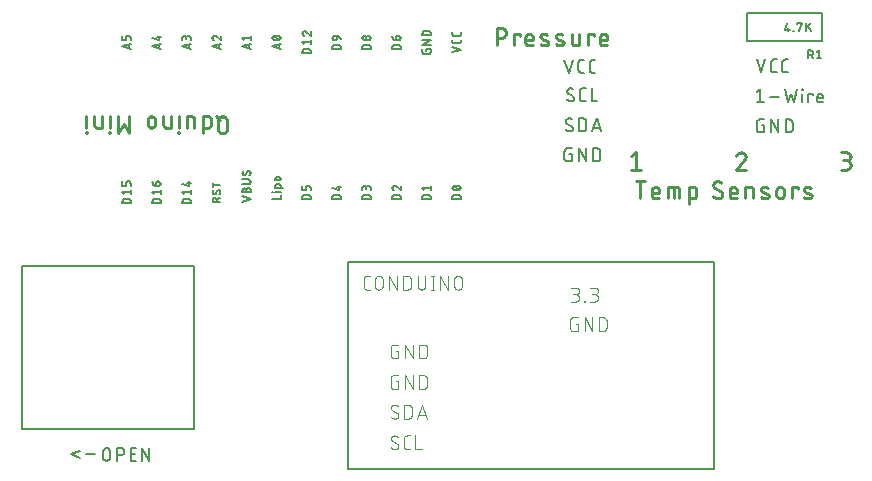
<source format=gto>
G75*
%MOIN*%
%OFA0B0*%
%FSLAX25Y25*%
%IPPOS*%
%LPD*%
%AMOC8*
5,1,8,0,0,1.08239X$1,22.5*
%
%ADD10C,0.00900*%
%ADD11C,0.00700*%
%ADD12C,0.00800*%
%ADD13C,0.00500*%
%ADD14C,0.01000*%
%ADD15C,0.00400*%
D10*
X0208174Y0104741D02*
X0211341Y0104741D01*
X0209758Y0104741D02*
X0209758Y0110441D01*
X0208174Y0109175D01*
X0209663Y0100835D02*
X0212829Y0100835D01*
X0211246Y0100835D02*
X0211246Y0095135D01*
X0215052Y0096085D02*
X0215052Y0097668D01*
X0215052Y0097035D02*
X0217585Y0097035D01*
X0217585Y0097668D01*
X0217583Y0097738D01*
X0217577Y0097807D01*
X0217568Y0097877D01*
X0217554Y0097945D01*
X0217537Y0098013D01*
X0217516Y0098079D01*
X0217492Y0098145D01*
X0217464Y0098209D01*
X0217432Y0098271D01*
X0217397Y0098331D01*
X0217359Y0098390D01*
X0217318Y0098446D01*
X0217273Y0098500D01*
X0217226Y0098551D01*
X0217176Y0098600D01*
X0217123Y0098646D01*
X0217068Y0098689D01*
X0217011Y0098729D01*
X0216952Y0098765D01*
X0216890Y0098798D01*
X0216827Y0098828D01*
X0216762Y0098855D01*
X0216696Y0098877D01*
X0216629Y0098896D01*
X0216561Y0098911D01*
X0216492Y0098923D01*
X0216423Y0098931D01*
X0216353Y0098935D01*
X0216283Y0098935D01*
X0216213Y0098931D01*
X0216144Y0098923D01*
X0216075Y0098911D01*
X0216007Y0098896D01*
X0215940Y0098877D01*
X0215874Y0098855D01*
X0215809Y0098828D01*
X0215746Y0098798D01*
X0215685Y0098765D01*
X0215625Y0098729D01*
X0215568Y0098689D01*
X0215513Y0098646D01*
X0215460Y0098600D01*
X0215410Y0098551D01*
X0215363Y0098500D01*
X0215318Y0098446D01*
X0215277Y0098390D01*
X0215239Y0098331D01*
X0215204Y0098271D01*
X0215172Y0098209D01*
X0215144Y0098145D01*
X0215120Y0098079D01*
X0215099Y0098013D01*
X0215082Y0097945D01*
X0215068Y0097877D01*
X0215059Y0097807D01*
X0215053Y0097738D01*
X0215051Y0097668D01*
X0215052Y0096085D02*
X0215054Y0096025D01*
X0215059Y0095966D01*
X0215069Y0095907D01*
X0215082Y0095849D01*
X0215098Y0095791D01*
X0215119Y0095735D01*
X0215142Y0095681D01*
X0215170Y0095627D01*
X0215200Y0095576D01*
X0215233Y0095527D01*
X0215270Y0095479D01*
X0215309Y0095435D01*
X0215352Y0095392D01*
X0215396Y0095353D01*
X0215444Y0095316D01*
X0215493Y0095283D01*
X0215544Y0095253D01*
X0215598Y0095225D01*
X0215652Y0095202D01*
X0215708Y0095181D01*
X0215766Y0095165D01*
X0215824Y0095152D01*
X0215883Y0095142D01*
X0215942Y0095137D01*
X0216002Y0095135D01*
X0217585Y0095135D01*
X0220466Y0095135D02*
X0220466Y0098935D01*
X0223316Y0098935D01*
X0223376Y0098933D01*
X0223435Y0098928D01*
X0223494Y0098918D01*
X0223552Y0098905D01*
X0223610Y0098889D01*
X0223666Y0098868D01*
X0223720Y0098845D01*
X0223774Y0098817D01*
X0223825Y0098787D01*
X0223874Y0098754D01*
X0223922Y0098717D01*
X0223966Y0098678D01*
X0224009Y0098635D01*
X0224048Y0098591D01*
X0224085Y0098543D01*
X0224118Y0098494D01*
X0224148Y0098443D01*
X0224176Y0098389D01*
X0224199Y0098335D01*
X0224220Y0098279D01*
X0224236Y0098221D01*
X0224249Y0098163D01*
X0224259Y0098104D01*
X0224264Y0098045D01*
X0224266Y0097985D01*
X0224266Y0095135D01*
X0222366Y0095135D02*
X0222366Y0098935D01*
X0227381Y0098935D02*
X0228964Y0098935D01*
X0229024Y0098933D01*
X0229083Y0098928D01*
X0229142Y0098918D01*
X0229200Y0098905D01*
X0229258Y0098889D01*
X0229314Y0098868D01*
X0229368Y0098845D01*
X0229422Y0098817D01*
X0229473Y0098787D01*
X0229522Y0098754D01*
X0229570Y0098717D01*
X0229614Y0098678D01*
X0229657Y0098635D01*
X0229696Y0098591D01*
X0229733Y0098543D01*
X0229766Y0098494D01*
X0229796Y0098443D01*
X0229824Y0098389D01*
X0229847Y0098335D01*
X0229868Y0098279D01*
X0229884Y0098221D01*
X0229897Y0098163D01*
X0229907Y0098104D01*
X0229912Y0098045D01*
X0229914Y0097985D01*
X0229914Y0096085D01*
X0229912Y0096025D01*
X0229907Y0095966D01*
X0229897Y0095907D01*
X0229884Y0095849D01*
X0229868Y0095791D01*
X0229847Y0095735D01*
X0229824Y0095681D01*
X0229796Y0095627D01*
X0229766Y0095576D01*
X0229733Y0095527D01*
X0229696Y0095479D01*
X0229657Y0095435D01*
X0229614Y0095392D01*
X0229570Y0095353D01*
X0229522Y0095316D01*
X0229473Y0095283D01*
X0229422Y0095253D01*
X0229368Y0095225D01*
X0229314Y0095202D01*
X0229258Y0095181D01*
X0229200Y0095165D01*
X0229142Y0095152D01*
X0229083Y0095142D01*
X0229024Y0095137D01*
X0228964Y0095135D01*
X0227381Y0095135D01*
X0227381Y0093235D02*
X0227381Y0098935D01*
X0236206Y0098460D02*
X0237948Y0097510D01*
X0237314Y0095135D02*
X0237213Y0095137D01*
X0237113Y0095143D01*
X0237013Y0095152D01*
X0236913Y0095165D01*
X0236814Y0095182D01*
X0236715Y0095203D01*
X0236618Y0095227D01*
X0236521Y0095255D01*
X0236426Y0095287D01*
X0236331Y0095322D01*
X0236239Y0095361D01*
X0236147Y0095403D01*
X0236057Y0095448D01*
X0235970Y0095497D01*
X0235884Y0095549D01*
X0235800Y0095605D01*
X0235718Y0095663D01*
X0235638Y0095725D01*
X0235561Y0095789D01*
X0235486Y0095857D01*
X0235414Y0095927D01*
X0237948Y0097510D02*
X0238007Y0097473D01*
X0238065Y0097432D01*
X0238120Y0097389D01*
X0238173Y0097342D01*
X0238223Y0097293D01*
X0238270Y0097241D01*
X0238314Y0097186D01*
X0238356Y0097129D01*
X0238394Y0097070D01*
X0238429Y0097009D01*
X0238460Y0096946D01*
X0238488Y0096882D01*
X0238512Y0096816D01*
X0238533Y0096749D01*
X0238550Y0096681D01*
X0238564Y0096612D01*
X0238573Y0096542D01*
X0238579Y0096472D01*
X0238581Y0096402D01*
X0238579Y0096333D01*
X0238574Y0096265D01*
X0238564Y0096197D01*
X0238551Y0096130D01*
X0238535Y0096063D01*
X0238515Y0095997D01*
X0238491Y0095933D01*
X0238464Y0095870D01*
X0238433Y0095809D01*
X0238400Y0095749D01*
X0238363Y0095691D01*
X0238323Y0095635D01*
X0238280Y0095582D01*
X0238234Y0095531D01*
X0238185Y0095482D01*
X0238134Y0095436D01*
X0238081Y0095393D01*
X0238025Y0095353D01*
X0237967Y0095316D01*
X0237907Y0095283D01*
X0237846Y0095252D01*
X0237783Y0095225D01*
X0237719Y0095201D01*
X0237653Y0095181D01*
X0237586Y0095165D01*
X0237519Y0095152D01*
X0237451Y0095142D01*
X0237383Y0095137D01*
X0237314Y0095135D01*
X0238264Y0100360D02*
X0238186Y0100416D01*
X0238107Y0100468D01*
X0238025Y0100518D01*
X0237941Y0100564D01*
X0237856Y0100606D01*
X0237769Y0100645D01*
X0237680Y0100681D01*
X0237590Y0100713D01*
X0237499Y0100741D01*
X0237407Y0100766D01*
X0237313Y0100787D01*
X0237219Y0100804D01*
X0237125Y0100818D01*
X0237030Y0100827D01*
X0236935Y0100833D01*
X0236839Y0100835D01*
X0236770Y0100833D01*
X0236702Y0100828D01*
X0236634Y0100818D01*
X0236567Y0100805D01*
X0236500Y0100789D01*
X0236434Y0100769D01*
X0236370Y0100745D01*
X0236307Y0100718D01*
X0236246Y0100687D01*
X0236186Y0100654D01*
X0236128Y0100617D01*
X0236072Y0100577D01*
X0236019Y0100534D01*
X0235968Y0100488D01*
X0235919Y0100439D01*
X0235873Y0100388D01*
X0235830Y0100335D01*
X0235790Y0100279D01*
X0235753Y0100221D01*
X0235720Y0100161D01*
X0235689Y0100100D01*
X0235662Y0100037D01*
X0235638Y0099973D01*
X0235618Y0099907D01*
X0235602Y0099840D01*
X0235589Y0099773D01*
X0235579Y0099705D01*
X0235574Y0099637D01*
X0235572Y0099568D01*
X0235573Y0099568D02*
X0235575Y0099498D01*
X0235581Y0099428D01*
X0235590Y0099358D01*
X0235604Y0099289D01*
X0235621Y0099221D01*
X0235642Y0099154D01*
X0235666Y0099088D01*
X0235694Y0099024D01*
X0235725Y0098961D01*
X0235760Y0098900D01*
X0235798Y0098841D01*
X0235840Y0098784D01*
X0235884Y0098729D01*
X0235931Y0098677D01*
X0235981Y0098628D01*
X0236034Y0098581D01*
X0236089Y0098538D01*
X0236147Y0098497D01*
X0236206Y0098460D01*
X0240998Y0097668D02*
X0240998Y0096085D01*
X0240998Y0097035D02*
X0243532Y0097035D01*
X0243532Y0097668D01*
X0243530Y0097738D01*
X0243524Y0097807D01*
X0243515Y0097877D01*
X0243501Y0097945D01*
X0243484Y0098013D01*
X0243463Y0098079D01*
X0243439Y0098145D01*
X0243411Y0098209D01*
X0243379Y0098271D01*
X0243344Y0098331D01*
X0243306Y0098390D01*
X0243265Y0098446D01*
X0243220Y0098500D01*
X0243173Y0098551D01*
X0243123Y0098600D01*
X0243070Y0098646D01*
X0243015Y0098689D01*
X0242958Y0098729D01*
X0242899Y0098765D01*
X0242837Y0098798D01*
X0242774Y0098828D01*
X0242709Y0098855D01*
X0242643Y0098877D01*
X0242576Y0098896D01*
X0242508Y0098911D01*
X0242439Y0098923D01*
X0242370Y0098931D01*
X0242300Y0098935D01*
X0242230Y0098935D01*
X0242160Y0098931D01*
X0242091Y0098923D01*
X0242022Y0098911D01*
X0241954Y0098896D01*
X0241887Y0098877D01*
X0241821Y0098855D01*
X0241756Y0098828D01*
X0241693Y0098798D01*
X0241632Y0098765D01*
X0241572Y0098729D01*
X0241515Y0098689D01*
X0241460Y0098646D01*
X0241407Y0098600D01*
X0241357Y0098551D01*
X0241310Y0098500D01*
X0241265Y0098446D01*
X0241224Y0098390D01*
X0241186Y0098331D01*
X0241151Y0098271D01*
X0241119Y0098209D01*
X0241091Y0098145D01*
X0241067Y0098079D01*
X0241046Y0098013D01*
X0241029Y0097945D01*
X0241015Y0097877D01*
X0241006Y0097807D01*
X0241000Y0097738D01*
X0240998Y0097668D01*
X0240998Y0096085D02*
X0241000Y0096025D01*
X0241005Y0095966D01*
X0241015Y0095907D01*
X0241028Y0095849D01*
X0241044Y0095791D01*
X0241065Y0095735D01*
X0241088Y0095681D01*
X0241116Y0095627D01*
X0241146Y0095576D01*
X0241179Y0095527D01*
X0241216Y0095479D01*
X0241255Y0095435D01*
X0241298Y0095392D01*
X0241342Y0095353D01*
X0241390Y0095316D01*
X0241439Y0095283D01*
X0241490Y0095253D01*
X0241544Y0095225D01*
X0241598Y0095202D01*
X0241654Y0095181D01*
X0241712Y0095165D01*
X0241770Y0095152D01*
X0241829Y0095142D01*
X0241888Y0095137D01*
X0241948Y0095135D01*
X0243532Y0095135D01*
X0246266Y0095135D02*
X0246266Y0098935D01*
X0247849Y0098935D01*
X0247909Y0098933D01*
X0247968Y0098928D01*
X0248027Y0098918D01*
X0248085Y0098905D01*
X0248143Y0098889D01*
X0248199Y0098868D01*
X0248253Y0098845D01*
X0248307Y0098817D01*
X0248358Y0098787D01*
X0248407Y0098754D01*
X0248455Y0098717D01*
X0248499Y0098678D01*
X0248542Y0098635D01*
X0248581Y0098591D01*
X0248618Y0098543D01*
X0248651Y0098494D01*
X0248681Y0098443D01*
X0248709Y0098389D01*
X0248732Y0098335D01*
X0248753Y0098279D01*
X0248769Y0098221D01*
X0248782Y0098163D01*
X0248792Y0098104D01*
X0248797Y0098045D01*
X0248799Y0097985D01*
X0248799Y0095135D01*
X0252324Y0098935D02*
X0252437Y0098931D01*
X0252550Y0098924D01*
X0252663Y0098914D01*
X0252775Y0098900D01*
X0252887Y0098882D01*
X0252998Y0098861D01*
X0253108Y0098837D01*
X0253218Y0098809D01*
X0253326Y0098777D01*
X0253434Y0098742D01*
X0253540Y0098704D01*
X0253645Y0098663D01*
X0253749Y0098618D01*
X0252325Y0098935D02*
X0252269Y0098934D01*
X0252214Y0098929D01*
X0252159Y0098920D01*
X0252105Y0098908D01*
X0252051Y0098892D01*
X0251999Y0098873D01*
X0251949Y0098850D01*
X0251900Y0098824D01*
X0251853Y0098794D01*
X0251808Y0098761D01*
X0251765Y0098726D01*
X0251725Y0098687D01*
X0251688Y0098646D01*
X0251653Y0098603D01*
X0251622Y0098557D01*
X0251593Y0098509D01*
X0251568Y0098459D01*
X0251547Y0098408D01*
X0251528Y0098356D01*
X0251514Y0098302D01*
X0251503Y0098248D01*
X0251496Y0098193D01*
X0251492Y0098137D01*
X0251493Y0098082D01*
X0251497Y0098026D01*
X0251505Y0097971D01*
X0251516Y0097917D01*
X0251531Y0097863D01*
X0251550Y0097811D01*
X0251572Y0097760D01*
X0251598Y0097711D01*
X0251627Y0097663D01*
X0251659Y0097618D01*
X0251694Y0097575D01*
X0251732Y0097534D01*
X0251772Y0097496D01*
X0251815Y0097461D01*
X0251861Y0097429D01*
X0251908Y0097400D01*
X0251957Y0097374D01*
X0252008Y0097352D01*
X0253592Y0096718D01*
X0253643Y0096696D01*
X0253692Y0096670D01*
X0253739Y0096641D01*
X0253785Y0096609D01*
X0253828Y0096574D01*
X0253868Y0096536D01*
X0253906Y0096495D01*
X0253941Y0096452D01*
X0253973Y0096407D01*
X0254002Y0096359D01*
X0254028Y0096310D01*
X0254050Y0096259D01*
X0254069Y0096207D01*
X0254084Y0096153D01*
X0254095Y0096099D01*
X0254103Y0096044D01*
X0254107Y0095988D01*
X0254108Y0095933D01*
X0254104Y0095877D01*
X0254097Y0095822D01*
X0254086Y0095768D01*
X0254072Y0095714D01*
X0254053Y0095662D01*
X0254032Y0095611D01*
X0254007Y0095561D01*
X0253978Y0095513D01*
X0253947Y0095467D01*
X0253912Y0095424D01*
X0253875Y0095383D01*
X0253835Y0095344D01*
X0253792Y0095309D01*
X0253747Y0095276D01*
X0253700Y0095246D01*
X0253651Y0095220D01*
X0253601Y0095197D01*
X0253549Y0095178D01*
X0253495Y0095162D01*
X0253441Y0095150D01*
X0253386Y0095141D01*
X0253331Y0095136D01*
X0253275Y0095135D01*
X0256606Y0096402D02*
X0256606Y0097668D01*
X0256605Y0097668D02*
X0256607Y0097738D01*
X0256613Y0097807D01*
X0256622Y0097877D01*
X0256636Y0097945D01*
X0256653Y0098013D01*
X0256674Y0098079D01*
X0256698Y0098145D01*
X0256726Y0098209D01*
X0256758Y0098271D01*
X0256793Y0098331D01*
X0256831Y0098390D01*
X0256872Y0098446D01*
X0256917Y0098500D01*
X0256964Y0098551D01*
X0257014Y0098600D01*
X0257067Y0098646D01*
X0257122Y0098689D01*
X0257179Y0098729D01*
X0257239Y0098765D01*
X0257300Y0098798D01*
X0257363Y0098828D01*
X0257428Y0098855D01*
X0257494Y0098877D01*
X0257561Y0098896D01*
X0257629Y0098911D01*
X0257698Y0098923D01*
X0257767Y0098931D01*
X0257837Y0098935D01*
X0257907Y0098935D01*
X0257977Y0098931D01*
X0258046Y0098923D01*
X0258115Y0098911D01*
X0258183Y0098896D01*
X0258250Y0098877D01*
X0258316Y0098855D01*
X0258381Y0098828D01*
X0258444Y0098798D01*
X0258506Y0098765D01*
X0258565Y0098729D01*
X0258622Y0098689D01*
X0258677Y0098646D01*
X0258730Y0098600D01*
X0258780Y0098551D01*
X0258827Y0098500D01*
X0258872Y0098446D01*
X0258913Y0098390D01*
X0258951Y0098331D01*
X0258986Y0098271D01*
X0259018Y0098209D01*
X0259046Y0098145D01*
X0259070Y0098079D01*
X0259091Y0098013D01*
X0259108Y0097945D01*
X0259122Y0097877D01*
X0259131Y0097807D01*
X0259137Y0097738D01*
X0259139Y0097668D01*
X0259139Y0096402D01*
X0259137Y0096332D01*
X0259131Y0096263D01*
X0259122Y0096193D01*
X0259108Y0096125D01*
X0259091Y0096057D01*
X0259070Y0095991D01*
X0259046Y0095925D01*
X0259018Y0095861D01*
X0258986Y0095799D01*
X0258951Y0095739D01*
X0258913Y0095680D01*
X0258872Y0095624D01*
X0258827Y0095570D01*
X0258780Y0095519D01*
X0258730Y0095470D01*
X0258677Y0095424D01*
X0258622Y0095381D01*
X0258565Y0095341D01*
X0258506Y0095305D01*
X0258444Y0095272D01*
X0258381Y0095242D01*
X0258316Y0095215D01*
X0258250Y0095193D01*
X0258183Y0095174D01*
X0258115Y0095159D01*
X0258046Y0095147D01*
X0257977Y0095139D01*
X0257907Y0095135D01*
X0257837Y0095135D01*
X0257767Y0095139D01*
X0257698Y0095147D01*
X0257629Y0095159D01*
X0257561Y0095174D01*
X0257494Y0095193D01*
X0257428Y0095215D01*
X0257363Y0095242D01*
X0257300Y0095272D01*
X0257239Y0095305D01*
X0257179Y0095341D01*
X0257122Y0095381D01*
X0257067Y0095424D01*
X0257014Y0095470D01*
X0256964Y0095519D01*
X0256917Y0095570D01*
X0256872Y0095624D01*
X0256831Y0095680D01*
X0256793Y0095739D01*
X0256758Y0095799D01*
X0256726Y0095861D01*
X0256698Y0095925D01*
X0256674Y0095991D01*
X0256653Y0096057D01*
X0256636Y0096125D01*
X0256622Y0096193D01*
X0256613Y0096263D01*
X0256607Y0096332D01*
X0256605Y0096402D01*
X0261917Y0095135D02*
X0261917Y0098935D01*
X0263817Y0098935D01*
X0263817Y0098302D01*
X0266250Y0097352D02*
X0267833Y0096718D01*
X0267884Y0096696D01*
X0267933Y0096670D01*
X0267980Y0096641D01*
X0268026Y0096609D01*
X0268069Y0096574D01*
X0268109Y0096536D01*
X0268147Y0096495D01*
X0268182Y0096452D01*
X0268214Y0096407D01*
X0268243Y0096359D01*
X0268269Y0096310D01*
X0268291Y0096259D01*
X0268310Y0096207D01*
X0268325Y0096153D01*
X0268336Y0096099D01*
X0268344Y0096044D01*
X0268348Y0095988D01*
X0268349Y0095933D01*
X0268345Y0095877D01*
X0268338Y0095822D01*
X0268327Y0095768D01*
X0268313Y0095714D01*
X0268294Y0095662D01*
X0268273Y0095611D01*
X0268248Y0095561D01*
X0268219Y0095513D01*
X0268188Y0095467D01*
X0268153Y0095424D01*
X0268116Y0095383D01*
X0268076Y0095344D01*
X0268033Y0095309D01*
X0267988Y0095276D01*
X0267941Y0095246D01*
X0267892Y0095220D01*
X0267842Y0095197D01*
X0267790Y0095178D01*
X0267736Y0095162D01*
X0267682Y0095150D01*
X0267627Y0095141D01*
X0267572Y0095136D01*
X0267516Y0095135D01*
X0267991Y0098618D02*
X0267887Y0098663D01*
X0267782Y0098704D01*
X0267676Y0098742D01*
X0267568Y0098777D01*
X0267460Y0098809D01*
X0267350Y0098837D01*
X0267240Y0098861D01*
X0267129Y0098882D01*
X0267017Y0098900D01*
X0266905Y0098914D01*
X0266792Y0098924D01*
X0266679Y0098931D01*
X0266566Y0098935D01*
X0266567Y0098935D02*
X0266511Y0098934D01*
X0266456Y0098929D01*
X0266401Y0098920D01*
X0266347Y0098908D01*
X0266293Y0098892D01*
X0266241Y0098873D01*
X0266191Y0098850D01*
X0266142Y0098824D01*
X0266095Y0098794D01*
X0266050Y0098761D01*
X0266007Y0098726D01*
X0265967Y0098687D01*
X0265930Y0098646D01*
X0265895Y0098603D01*
X0265864Y0098557D01*
X0265835Y0098509D01*
X0265810Y0098459D01*
X0265789Y0098408D01*
X0265770Y0098356D01*
X0265756Y0098302D01*
X0265745Y0098248D01*
X0265738Y0098193D01*
X0265734Y0098137D01*
X0265735Y0098082D01*
X0265739Y0098026D01*
X0265747Y0097971D01*
X0265758Y0097917D01*
X0265773Y0097863D01*
X0265792Y0097811D01*
X0265814Y0097760D01*
X0265840Y0097711D01*
X0265869Y0097663D01*
X0265901Y0097618D01*
X0265936Y0097575D01*
X0265974Y0097534D01*
X0266014Y0097496D01*
X0266057Y0097461D01*
X0266103Y0097429D01*
X0266150Y0097400D01*
X0266199Y0097374D01*
X0266250Y0097352D01*
X0265775Y0095452D02*
X0265904Y0095408D01*
X0266034Y0095366D01*
X0266166Y0095328D01*
X0266298Y0095293D01*
X0266431Y0095262D01*
X0266565Y0095234D01*
X0266700Y0095210D01*
X0266835Y0095189D01*
X0266971Y0095171D01*
X0267107Y0095157D01*
X0267243Y0095146D01*
X0267380Y0095139D01*
X0267516Y0095136D01*
X0253275Y0095136D02*
X0253139Y0095139D01*
X0253002Y0095146D01*
X0252866Y0095157D01*
X0252730Y0095171D01*
X0252594Y0095189D01*
X0252459Y0095210D01*
X0252324Y0095234D01*
X0252190Y0095262D01*
X0252057Y0095293D01*
X0251925Y0095328D01*
X0251793Y0095366D01*
X0251663Y0095408D01*
X0251534Y0095452D01*
X0246341Y0104741D02*
X0243174Y0104741D01*
X0245866Y0107908D01*
X0244916Y0110442D02*
X0244834Y0110440D01*
X0244752Y0110435D01*
X0244670Y0110425D01*
X0244589Y0110413D01*
X0244508Y0110396D01*
X0244429Y0110376D01*
X0244350Y0110352D01*
X0244272Y0110325D01*
X0244196Y0110294D01*
X0244121Y0110260D01*
X0244048Y0110223D01*
X0243976Y0110182D01*
X0243907Y0110139D01*
X0243839Y0110092D01*
X0243774Y0110042D01*
X0243711Y0109989D01*
X0243650Y0109934D01*
X0243592Y0109876D01*
X0243536Y0109815D01*
X0243484Y0109752D01*
X0243434Y0109686D01*
X0243387Y0109619D01*
X0243343Y0109549D01*
X0243303Y0109477D01*
X0243266Y0109404D01*
X0243232Y0109329D01*
X0243201Y0109253D01*
X0243174Y0109175D01*
X0245866Y0107907D02*
X0245921Y0107962D01*
X0245972Y0108020D01*
X0246021Y0108080D01*
X0246067Y0108142D01*
X0246110Y0108207D01*
X0246149Y0108274D01*
X0246185Y0108342D01*
X0246217Y0108413D01*
X0246246Y0108485D01*
X0246271Y0108558D01*
X0246292Y0108633D01*
X0246310Y0108708D01*
X0246323Y0108784D01*
X0246333Y0108861D01*
X0246339Y0108939D01*
X0246341Y0109016D01*
X0246339Y0109091D01*
X0246333Y0109165D01*
X0246323Y0109239D01*
X0246310Y0109312D01*
X0246292Y0109385D01*
X0246271Y0109456D01*
X0246246Y0109527D01*
X0246218Y0109596D01*
X0246186Y0109663D01*
X0246150Y0109729D01*
X0246111Y0109792D01*
X0246069Y0109854D01*
X0246023Y0109913D01*
X0245975Y0109970D01*
X0245924Y0110024D01*
X0245870Y0110075D01*
X0245813Y0110123D01*
X0245754Y0110169D01*
X0245692Y0110211D01*
X0245629Y0110250D01*
X0245563Y0110286D01*
X0245496Y0110318D01*
X0245427Y0110346D01*
X0245356Y0110371D01*
X0245285Y0110392D01*
X0245212Y0110410D01*
X0245139Y0110423D01*
X0245065Y0110433D01*
X0244991Y0110439D01*
X0244916Y0110441D01*
X0278174Y0110441D02*
X0280074Y0110441D01*
X0280074Y0110442D02*
X0280144Y0110440D01*
X0280213Y0110434D01*
X0280283Y0110425D01*
X0280351Y0110411D01*
X0280419Y0110394D01*
X0280485Y0110373D01*
X0280551Y0110349D01*
X0280615Y0110321D01*
X0280677Y0110289D01*
X0280737Y0110254D01*
X0280796Y0110216D01*
X0280852Y0110175D01*
X0280906Y0110130D01*
X0280957Y0110083D01*
X0281006Y0110033D01*
X0281052Y0109980D01*
X0281095Y0109925D01*
X0281135Y0109868D01*
X0281171Y0109808D01*
X0281204Y0109747D01*
X0281234Y0109684D01*
X0281261Y0109619D01*
X0281283Y0109553D01*
X0281302Y0109486D01*
X0281317Y0109418D01*
X0281329Y0109349D01*
X0281337Y0109280D01*
X0281341Y0109210D01*
X0281341Y0109140D01*
X0281337Y0109070D01*
X0281329Y0109001D01*
X0281317Y0108932D01*
X0281302Y0108864D01*
X0281283Y0108797D01*
X0281261Y0108731D01*
X0281234Y0108666D01*
X0281204Y0108603D01*
X0281171Y0108541D01*
X0281135Y0108482D01*
X0281095Y0108425D01*
X0281052Y0108370D01*
X0281006Y0108317D01*
X0280957Y0108267D01*
X0280906Y0108220D01*
X0280852Y0108175D01*
X0280796Y0108134D01*
X0280737Y0108096D01*
X0280677Y0108061D01*
X0280615Y0108029D01*
X0280551Y0108001D01*
X0280485Y0107977D01*
X0280419Y0107956D01*
X0280351Y0107939D01*
X0280283Y0107925D01*
X0280213Y0107916D01*
X0280144Y0107910D01*
X0280074Y0107908D01*
X0278808Y0107908D01*
X0279758Y0107908D02*
X0279836Y0107906D01*
X0279913Y0107900D01*
X0279990Y0107891D01*
X0280067Y0107878D01*
X0280143Y0107861D01*
X0280218Y0107840D01*
X0280291Y0107815D01*
X0280364Y0107788D01*
X0280435Y0107756D01*
X0280504Y0107721D01*
X0280572Y0107683D01*
X0280637Y0107641D01*
X0280701Y0107596D01*
X0280762Y0107549D01*
X0280821Y0107498D01*
X0280877Y0107444D01*
X0280931Y0107388D01*
X0280982Y0107329D01*
X0281029Y0107268D01*
X0281074Y0107204D01*
X0281116Y0107139D01*
X0281154Y0107071D01*
X0281189Y0107002D01*
X0281221Y0106931D01*
X0281248Y0106858D01*
X0281273Y0106785D01*
X0281294Y0106710D01*
X0281311Y0106634D01*
X0281324Y0106557D01*
X0281333Y0106480D01*
X0281339Y0106403D01*
X0281341Y0106325D01*
X0281339Y0106247D01*
X0281333Y0106170D01*
X0281324Y0106093D01*
X0281311Y0106016D01*
X0281294Y0105940D01*
X0281273Y0105865D01*
X0281248Y0105792D01*
X0281221Y0105719D01*
X0281189Y0105648D01*
X0281154Y0105579D01*
X0281116Y0105511D01*
X0281074Y0105446D01*
X0281029Y0105382D01*
X0280982Y0105321D01*
X0280931Y0105262D01*
X0280877Y0105206D01*
X0280821Y0105152D01*
X0280762Y0105101D01*
X0280701Y0105054D01*
X0280637Y0105009D01*
X0280572Y0104967D01*
X0280504Y0104929D01*
X0280435Y0104894D01*
X0280364Y0104862D01*
X0280291Y0104835D01*
X0280218Y0104810D01*
X0280143Y0104789D01*
X0280067Y0104772D01*
X0279990Y0104759D01*
X0279913Y0104750D01*
X0279836Y0104744D01*
X0279758Y0104742D01*
X0279758Y0104741D02*
X0278174Y0104741D01*
X0200259Y0146167D02*
X0198675Y0146167D01*
X0198615Y0146169D01*
X0198556Y0146174D01*
X0198497Y0146184D01*
X0198439Y0146197D01*
X0198381Y0146213D01*
X0198325Y0146234D01*
X0198271Y0146257D01*
X0198217Y0146285D01*
X0198166Y0146315D01*
X0198117Y0146348D01*
X0198069Y0146385D01*
X0198025Y0146424D01*
X0197982Y0146467D01*
X0197943Y0146511D01*
X0197906Y0146559D01*
X0197873Y0146608D01*
X0197843Y0146659D01*
X0197815Y0146713D01*
X0197792Y0146767D01*
X0197771Y0146823D01*
X0197755Y0146881D01*
X0197742Y0146939D01*
X0197732Y0146998D01*
X0197727Y0147057D01*
X0197725Y0147117D01*
X0197725Y0148700D01*
X0197725Y0148067D02*
X0200259Y0148067D01*
X0200259Y0148700D01*
X0200257Y0148770D01*
X0200251Y0148839D01*
X0200242Y0148909D01*
X0200228Y0148977D01*
X0200211Y0149045D01*
X0200190Y0149111D01*
X0200166Y0149177D01*
X0200138Y0149241D01*
X0200106Y0149303D01*
X0200071Y0149363D01*
X0200033Y0149422D01*
X0199992Y0149478D01*
X0199947Y0149532D01*
X0199900Y0149583D01*
X0199850Y0149632D01*
X0199797Y0149678D01*
X0199742Y0149721D01*
X0199685Y0149761D01*
X0199626Y0149797D01*
X0199564Y0149830D01*
X0199501Y0149860D01*
X0199436Y0149887D01*
X0199370Y0149909D01*
X0199303Y0149928D01*
X0199235Y0149943D01*
X0199166Y0149955D01*
X0199097Y0149963D01*
X0199027Y0149967D01*
X0198957Y0149967D01*
X0198887Y0149963D01*
X0198818Y0149955D01*
X0198749Y0149943D01*
X0198681Y0149928D01*
X0198614Y0149909D01*
X0198548Y0149887D01*
X0198483Y0149860D01*
X0198420Y0149830D01*
X0198359Y0149797D01*
X0198299Y0149761D01*
X0198242Y0149721D01*
X0198187Y0149678D01*
X0198134Y0149632D01*
X0198084Y0149583D01*
X0198037Y0149532D01*
X0197992Y0149478D01*
X0197951Y0149422D01*
X0197913Y0149363D01*
X0197878Y0149303D01*
X0197846Y0149241D01*
X0197818Y0149177D01*
X0197794Y0149111D01*
X0197773Y0149045D01*
X0197756Y0148977D01*
X0197742Y0148909D01*
X0197733Y0148839D01*
X0197727Y0148770D01*
X0197725Y0148700D01*
X0195768Y0149333D02*
X0195768Y0149967D01*
X0193868Y0149967D01*
X0193868Y0146167D01*
X0190894Y0146167D02*
X0190894Y0149967D01*
X0188361Y0149967D02*
X0188361Y0147117D01*
X0188363Y0147057D01*
X0188368Y0146998D01*
X0188378Y0146939D01*
X0188391Y0146881D01*
X0188407Y0146823D01*
X0188428Y0146767D01*
X0188451Y0146713D01*
X0188479Y0146659D01*
X0188509Y0146608D01*
X0188542Y0146559D01*
X0188579Y0146511D01*
X0188618Y0146467D01*
X0188661Y0146424D01*
X0188705Y0146385D01*
X0188753Y0146348D01*
X0188802Y0146315D01*
X0188853Y0146285D01*
X0188907Y0146257D01*
X0188961Y0146234D01*
X0189017Y0146213D01*
X0189075Y0146197D01*
X0189133Y0146184D01*
X0189192Y0146174D01*
X0189251Y0146169D01*
X0189311Y0146167D01*
X0190894Y0146167D01*
X0185152Y0147750D02*
X0183569Y0148383D01*
X0183569Y0148384D02*
X0183518Y0148406D01*
X0183469Y0148432D01*
X0183422Y0148461D01*
X0183376Y0148493D01*
X0183333Y0148528D01*
X0183293Y0148566D01*
X0183255Y0148607D01*
X0183220Y0148650D01*
X0183188Y0148695D01*
X0183159Y0148743D01*
X0183133Y0148792D01*
X0183111Y0148843D01*
X0183092Y0148895D01*
X0183077Y0148949D01*
X0183066Y0149003D01*
X0183058Y0149058D01*
X0183054Y0149114D01*
X0183053Y0149169D01*
X0183057Y0149225D01*
X0183064Y0149280D01*
X0183075Y0149334D01*
X0183089Y0149388D01*
X0183108Y0149440D01*
X0183129Y0149491D01*
X0183154Y0149541D01*
X0183183Y0149589D01*
X0183214Y0149635D01*
X0183249Y0149678D01*
X0183286Y0149719D01*
X0183326Y0149758D01*
X0183369Y0149793D01*
X0183414Y0149826D01*
X0183461Y0149856D01*
X0183510Y0149882D01*
X0183560Y0149905D01*
X0183612Y0149924D01*
X0183666Y0149940D01*
X0183720Y0149952D01*
X0183775Y0149961D01*
X0183830Y0149966D01*
X0183886Y0149967D01*
X0183094Y0146483D02*
X0183223Y0146439D01*
X0183353Y0146397D01*
X0183485Y0146359D01*
X0183617Y0146324D01*
X0183750Y0146293D01*
X0183884Y0146265D01*
X0184019Y0146241D01*
X0184154Y0146220D01*
X0184290Y0146202D01*
X0184426Y0146188D01*
X0184562Y0146177D01*
X0184699Y0146170D01*
X0184835Y0146167D01*
X0184891Y0146168D01*
X0184946Y0146173D01*
X0185001Y0146182D01*
X0185055Y0146194D01*
X0185109Y0146210D01*
X0185161Y0146229D01*
X0185211Y0146252D01*
X0185260Y0146278D01*
X0185307Y0146308D01*
X0185352Y0146341D01*
X0185395Y0146376D01*
X0185435Y0146415D01*
X0185472Y0146456D01*
X0185507Y0146499D01*
X0185538Y0146545D01*
X0185567Y0146593D01*
X0185592Y0146643D01*
X0185613Y0146694D01*
X0185632Y0146746D01*
X0185646Y0146800D01*
X0185657Y0146854D01*
X0185664Y0146909D01*
X0185668Y0146965D01*
X0185667Y0147020D01*
X0185663Y0147076D01*
X0185655Y0147131D01*
X0185644Y0147185D01*
X0185629Y0147239D01*
X0185610Y0147291D01*
X0185588Y0147342D01*
X0185562Y0147391D01*
X0185533Y0147439D01*
X0185501Y0147484D01*
X0185466Y0147527D01*
X0185428Y0147568D01*
X0185388Y0147606D01*
X0185345Y0147641D01*
X0185299Y0147673D01*
X0185252Y0147702D01*
X0185203Y0147728D01*
X0185152Y0147750D01*
X0185310Y0149650D02*
X0185206Y0149695D01*
X0185101Y0149736D01*
X0184995Y0149774D01*
X0184887Y0149809D01*
X0184779Y0149841D01*
X0184669Y0149869D01*
X0184559Y0149893D01*
X0184448Y0149914D01*
X0184336Y0149932D01*
X0184224Y0149946D01*
X0184111Y0149956D01*
X0183998Y0149963D01*
X0183885Y0149967D01*
X0179763Y0146167D02*
X0179627Y0146170D01*
X0179490Y0146177D01*
X0179354Y0146188D01*
X0179218Y0146202D01*
X0179082Y0146220D01*
X0178947Y0146241D01*
X0178812Y0146265D01*
X0178678Y0146293D01*
X0178545Y0146324D01*
X0178413Y0146359D01*
X0178281Y0146397D01*
X0178151Y0146439D01*
X0178022Y0146483D01*
X0178813Y0149967D02*
X0178926Y0149963D01*
X0179039Y0149956D01*
X0179152Y0149946D01*
X0179264Y0149932D01*
X0179376Y0149914D01*
X0179487Y0149893D01*
X0179597Y0149869D01*
X0179707Y0149841D01*
X0179815Y0149809D01*
X0179923Y0149774D01*
X0180029Y0149736D01*
X0180134Y0149695D01*
X0180238Y0149650D01*
X0178813Y0149967D02*
X0178757Y0149966D01*
X0178702Y0149961D01*
X0178647Y0149952D01*
X0178593Y0149940D01*
X0178539Y0149924D01*
X0178487Y0149905D01*
X0178437Y0149882D01*
X0178388Y0149856D01*
X0178341Y0149826D01*
X0178296Y0149793D01*
X0178253Y0149758D01*
X0178213Y0149719D01*
X0178176Y0149678D01*
X0178141Y0149635D01*
X0178110Y0149589D01*
X0178081Y0149541D01*
X0178056Y0149491D01*
X0178035Y0149440D01*
X0178016Y0149388D01*
X0178002Y0149334D01*
X0177991Y0149280D01*
X0177984Y0149225D01*
X0177980Y0149169D01*
X0177981Y0149114D01*
X0177985Y0149058D01*
X0177993Y0149003D01*
X0178004Y0148949D01*
X0178019Y0148895D01*
X0178038Y0148843D01*
X0178060Y0148792D01*
X0178086Y0148743D01*
X0178115Y0148695D01*
X0178147Y0148650D01*
X0178182Y0148607D01*
X0178220Y0148566D01*
X0178260Y0148528D01*
X0178303Y0148493D01*
X0178349Y0148461D01*
X0178396Y0148432D01*
X0178445Y0148406D01*
X0178496Y0148384D01*
X0178496Y0148383D02*
X0180080Y0147750D01*
X0180131Y0147728D01*
X0180180Y0147702D01*
X0180227Y0147673D01*
X0180273Y0147641D01*
X0180316Y0147606D01*
X0180356Y0147568D01*
X0180394Y0147527D01*
X0180429Y0147484D01*
X0180461Y0147439D01*
X0180490Y0147391D01*
X0180516Y0147342D01*
X0180538Y0147291D01*
X0180557Y0147239D01*
X0180572Y0147185D01*
X0180583Y0147131D01*
X0180591Y0147076D01*
X0180595Y0147020D01*
X0180596Y0146965D01*
X0180592Y0146909D01*
X0180585Y0146854D01*
X0180574Y0146800D01*
X0180560Y0146746D01*
X0180541Y0146694D01*
X0180520Y0146643D01*
X0180495Y0146593D01*
X0180466Y0146545D01*
X0180435Y0146499D01*
X0180400Y0146456D01*
X0180363Y0146415D01*
X0180323Y0146376D01*
X0180280Y0146341D01*
X0180235Y0146308D01*
X0180188Y0146278D01*
X0180139Y0146252D01*
X0180089Y0146229D01*
X0180037Y0146210D01*
X0179983Y0146194D01*
X0179929Y0146182D01*
X0179874Y0146173D01*
X0179819Y0146168D01*
X0179763Y0146167D01*
X0175482Y0146167D02*
X0173899Y0146167D01*
X0173839Y0146169D01*
X0173780Y0146174D01*
X0173721Y0146184D01*
X0173663Y0146197D01*
X0173605Y0146213D01*
X0173549Y0146234D01*
X0173495Y0146257D01*
X0173441Y0146285D01*
X0173390Y0146315D01*
X0173341Y0146348D01*
X0173293Y0146385D01*
X0173249Y0146424D01*
X0173206Y0146467D01*
X0173167Y0146511D01*
X0173130Y0146559D01*
X0173097Y0146608D01*
X0173067Y0146659D01*
X0173039Y0146713D01*
X0173016Y0146767D01*
X0172995Y0146823D01*
X0172979Y0146881D01*
X0172966Y0146939D01*
X0172956Y0146998D01*
X0172951Y0147057D01*
X0172949Y0147117D01*
X0172949Y0148700D01*
X0172949Y0148067D02*
X0175482Y0148067D01*
X0175482Y0148700D01*
X0175483Y0148700D02*
X0175481Y0148770D01*
X0175475Y0148839D01*
X0175466Y0148909D01*
X0175452Y0148977D01*
X0175435Y0149045D01*
X0175414Y0149111D01*
X0175390Y0149177D01*
X0175362Y0149241D01*
X0175330Y0149303D01*
X0175295Y0149363D01*
X0175257Y0149422D01*
X0175216Y0149478D01*
X0175171Y0149532D01*
X0175124Y0149583D01*
X0175074Y0149632D01*
X0175021Y0149678D01*
X0174966Y0149721D01*
X0174909Y0149761D01*
X0174850Y0149797D01*
X0174788Y0149830D01*
X0174725Y0149860D01*
X0174660Y0149887D01*
X0174594Y0149909D01*
X0174527Y0149928D01*
X0174459Y0149943D01*
X0174390Y0149955D01*
X0174321Y0149963D01*
X0174251Y0149967D01*
X0174181Y0149967D01*
X0174111Y0149963D01*
X0174042Y0149955D01*
X0173973Y0149943D01*
X0173905Y0149928D01*
X0173838Y0149909D01*
X0173772Y0149887D01*
X0173707Y0149860D01*
X0173644Y0149830D01*
X0173583Y0149797D01*
X0173523Y0149761D01*
X0173466Y0149721D01*
X0173411Y0149678D01*
X0173358Y0149632D01*
X0173308Y0149583D01*
X0173261Y0149532D01*
X0173216Y0149478D01*
X0173175Y0149422D01*
X0173137Y0149363D01*
X0173102Y0149303D01*
X0173070Y0149241D01*
X0173042Y0149177D01*
X0173018Y0149111D01*
X0172997Y0149045D01*
X0172980Y0148977D01*
X0172966Y0148909D01*
X0172957Y0148839D01*
X0172951Y0148770D01*
X0172949Y0148700D01*
X0170991Y0149333D02*
X0170991Y0149967D01*
X0169091Y0149967D01*
X0169091Y0146167D01*
X0164962Y0148700D02*
X0163379Y0148700D01*
X0164962Y0148700D02*
X0165040Y0148702D01*
X0165117Y0148708D01*
X0165194Y0148717D01*
X0165271Y0148730D01*
X0165347Y0148747D01*
X0165422Y0148768D01*
X0165495Y0148793D01*
X0165568Y0148820D01*
X0165639Y0148852D01*
X0165708Y0148887D01*
X0165776Y0148925D01*
X0165841Y0148967D01*
X0165905Y0149012D01*
X0165966Y0149059D01*
X0166025Y0149110D01*
X0166081Y0149164D01*
X0166135Y0149220D01*
X0166186Y0149279D01*
X0166233Y0149340D01*
X0166278Y0149404D01*
X0166320Y0149469D01*
X0166358Y0149537D01*
X0166393Y0149606D01*
X0166425Y0149677D01*
X0166452Y0149750D01*
X0166477Y0149823D01*
X0166498Y0149898D01*
X0166515Y0149974D01*
X0166528Y0150051D01*
X0166537Y0150128D01*
X0166543Y0150205D01*
X0166545Y0150283D01*
X0166543Y0150361D01*
X0166537Y0150438D01*
X0166528Y0150515D01*
X0166515Y0150592D01*
X0166498Y0150668D01*
X0166477Y0150743D01*
X0166452Y0150816D01*
X0166425Y0150889D01*
X0166393Y0150960D01*
X0166358Y0151029D01*
X0166320Y0151097D01*
X0166278Y0151162D01*
X0166233Y0151226D01*
X0166186Y0151287D01*
X0166135Y0151346D01*
X0166081Y0151402D01*
X0166025Y0151456D01*
X0165966Y0151507D01*
X0165905Y0151554D01*
X0165841Y0151599D01*
X0165776Y0151641D01*
X0165708Y0151679D01*
X0165639Y0151714D01*
X0165568Y0151746D01*
X0165495Y0151773D01*
X0165422Y0151798D01*
X0165347Y0151819D01*
X0165271Y0151836D01*
X0165194Y0151849D01*
X0165117Y0151858D01*
X0165040Y0151864D01*
X0164962Y0151866D01*
X0164962Y0151867D02*
X0163379Y0151867D01*
X0163379Y0146167D01*
D11*
X0185897Y0141355D02*
X0187331Y0137055D01*
X0188764Y0141355D01*
X0190618Y0140399D02*
X0190618Y0138010D01*
X0190620Y0137950D01*
X0190626Y0137890D01*
X0190635Y0137831D01*
X0190648Y0137772D01*
X0190665Y0137715D01*
X0190685Y0137658D01*
X0190709Y0137603D01*
X0190736Y0137549D01*
X0190767Y0137498D01*
X0190801Y0137448D01*
X0190837Y0137401D01*
X0190877Y0137356D01*
X0190920Y0137313D01*
X0190965Y0137273D01*
X0191012Y0137237D01*
X0191062Y0137203D01*
X0191113Y0137172D01*
X0191167Y0137145D01*
X0191222Y0137121D01*
X0191279Y0137101D01*
X0191336Y0137084D01*
X0191395Y0137071D01*
X0191454Y0137062D01*
X0191514Y0137056D01*
X0191574Y0137054D01*
X0191574Y0137055D02*
X0192529Y0137055D01*
X0194368Y0138010D02*
X0194368Y0140399D01*
X0194370Y0140459D01*
X0194376Y0140519D01*
X0194385Y0140578D01*
X0194398Y0140637D01*
X0194415Y0140694D01*
X0194435Y0140751D01*
X0194459Y0140806D01*
X0194486Y0140860D01*
X0194517Y0140911D01*
X0194551Y0140961D01*
X0194587Y0141008D01*
X0194627Y0141053D01*
X0194670Y0141096D01*
X0194715Y0141136D01*
X0194762Y0141172D01*
X0194812Y0141206D01*
X0194863Y0141237D01*
X0194917Y0141264D01*
X0194972Y0141288D01*
X0195029Y0141308D01*
X0195086Y0141325D01*
X0195145Y0141338D01*
X0195204Y0141347D01*
X0195264Y0141353D01*
X0195324Y0141355D01*
X0196279Y0141355D01*
X0194368Y0138010D02*
X0194370Y0137950D01*
X0194376Y0137890D01*
X0194385Y0137831D01*
X0194398Y0137772D01*
X0194415Y0137715D01*
X0194435Y0137658D01*
X0194459Y0137603D01*
X0194486Y0137549D01*
X0194517Y0137498D01*
X0194551Y0137448D01*
X0194587Y0137401D01*
X0194627Y0137356D01*
X0194670Y0137313D01*
X0194715Y0137273D01*
X0194762Y0137237D01*
X0194812Y0137203D01*
X0194863Y0137172D01*
X0194917Y0137145D01*
X0194972Y0137121D01*
X0195029Y0137101D01*
X0195086Y0137084D01*
X0195145Y0137071D01*
X0195204Y0137062D01*
X0195264Y0137056D01*
X0195324Y0137054D01*
X0195324Y0137055D02*
X0196279Y0137055D01*
X0191574Y0141355D02*
X0191514Y0141353D01*
X0191454Y0141347D01*
X0191395Y0141338D01*
X0191336Y0141325D01*
X0191279Y0141308D01*
X0191222Y0141288D01*
X0191167Y0141264D01*
X0191113Y0141237D01*
X0191062Y0141206D01*
X0191012Y0141172D01*
X0190965Y0141136D01*
X0190920Y0141096D01*
X0190877Y0141053D01*
X0190837Y0141008D01*
X0190801Y0140961D01*
X0190767Y0140911D01*
X0190736Y0140860D01*
X0190709Y0140806D01*
X0190685Y0140751D01*
X0190665Y0140694D01*
X0190648Y0140637D01*
X0190635Y0140578D01*
X0190626Y0140519D01*
X0190620Y0140459D01*
X0190618Y0140399D01*
X0191574Y0141355D02*
X0192529Y0141355D01*
X0192055Y0131835D02*
X0193010Y0131835D01*
X0192055Y0131835D02*
X0191995Y0131833D01*
X0191935Y0131827D01*
X0191876Y0131818D01*
X0191817Y0131805D01*
X0191760Y0131788D01*
X0191703Y0131768D01*
X0191648Y0131744D01*
X0191594Y0131717D01*
X0191543Y0131686D01*
X0191493Y0131652D01*
X0191446Y0131616D01*
X0191401Y0131576D01*
X0191358Y0131533D01*
X0191318Y0131488D01*
X0191282Y0131441D01*
X0191248Y0131391D01*
X0191217Y0131340D01*
X0191190Y0131286D01*
X0191166Y0131231D01*
X0191146Y0131174D01*
X0191129Y0131117D01*
X0191116Y0131058D01*
X0191107Y0130999D01*
X0191101Y0130939D01*
X0191099Y0130879D01*
X0191099Y0128491D01*
X0191101Y0128431D01*
X0191107Y0128371D01*
X0191116Y0128312D01*
X0191129Y0128253D01*
X0191146Y0128196D01*
X0191166Y0128139D01*
X0191190Y0128084D01*
X0191217Y0128030D01*
X0191248Y0127979D01*
X0191282Y0127929D01*
X0191318Y0127882D01*
X0191358Y0127837D01*
X0191401Y0127794D01*
X0191446Y0127754D01*
X0191493Y0127718D01*
X0191543Y0127684D01*
X0191594Y0127653D01*
X0191648Y0127626D01*
X0191703Y0127602D01*
X0191760Y0127582D01*
X0191817Y0127565D01*
X0191876Y0127552D01*
X0191935Y0127543D01*
X0191995Y0127537D01*
X0192055Y0127535D01*
X0193010Y0127535D01*
X0195030Y0127535D02*
X0196941Y0127535D01*
X0195030Y0127535D02*
X0195030Y0131835D01*
X0188678Y0129327D02*
X0187365Y0130043D01*
X0187842Y0131835D02*
X0187924Y0131833D01*
X0188007Y0131827D01*
X0188088Y0131818D01*
X0188170Y0131805D01*
X0188250Y0131788D01*
X0188330Y0131767D01*
X0188409Y0131743D01*
X0188486Y0131715D01*
X0188562Y0131684D01*
X0188637Y0131649D01*
X0188710Y0131611D01*
X0188781Y0131569D01*
X0188850Y0131524D01*
X0188917Y0131477D01*
X0187365Y0130043D02*
X0187314Y0130075D01*
X0187266Y0130110D01*
X0187221Y0130147D01*
X0187177Y0130187D01*
X0187136Y0130230D01*
X0187098Y0130275D01*
X0187062Y0130323D01*
X0187030Y0130372D01*
X0187001Y0130424D01*
X0186974Y0130477D01*
X0186951Y0130531D01*
X0186932Y0130587D01*
X0186916Y0130644D01*
X0186903Y0130702D01*
X0186894Y0130761D01*
X0186889Y0130820D01*
X0186887Y0130879D01*
X0186886Y0130879D02*
X0186888Y0130939D01*
X0186894Y0130999D01*
X0186903Y0131058D01*
X0186916Y0131117D01*
X0186933Y0131174D01*
X0186953Y0131231D01*
X0186977Y0131286D01*
X0187004Y0131340D01*
X0187035Y0131391D01*
X0187069Y0131441D01*
X0187105Y0131488D01*
X0187145Y0131533D01*
X0187188Y0131576D01*
X0187233Y0131616D01*
X0187280Y0131652D01*
X0187330Y0131686D01*
X0187381Y0131717D01*
X0187435Y0131744D01*
X0187490Y0131768D01*
X0187547Y0131788D01*
X0187604Y0131805D01*
X0187663Y0131818D01*
X0187722Y0131827D01*
X0187782Y0131833D01*
X0187842Y0131835D01*
X0186767Y0128132D02*
X0186831Y0128071D01*
X0186897Y0128012D01*
X0186966Y0127957D01*
X0187038Y0127904D01*
X0187111Y0127854D01*
X0187187Y0127808D01*
X0187264Y0127766D01*
X0187343Y0127726D01*
X0187424Y0127690D01*
X0187507Y0127658D01*
X0187591Y0127629D01*
X0187676Y0127605D01*
X0187762Y0127583D01*
X0187849Y0127566D01*
X0187936Y0127552D01*
X0188024Y0127543D01*
X0188112Y0127537D01*
X0188201Y0127535D01*
X0188261Y0127537D01*
X0188321Y0127543D01*
X0188380Y0127552D01*
X0188439Y0127565D01*
X0188496Y0127582D01*
X0188553Y0127602D01*
X0188608Y0127626D01*
X0188662Y0127653D01*
X0188713Y0127684D01*
X0188763Y0127718D01*
X0188810Y0127754D01*
X0188855Y0127794D01*
X0188898Y0127837D01*
X0188938Y0127882D01*
X0188974Y0127929D01*
X0189008Y0127979D01*
X0189039Y0128030D01*
X0189066Y0128084D01*
X0189090Y0128139D01*
X0189110Y0128196D01*
X0189127Y0128253D01*
X0189140Y0128312D01*
X0189149Y0128371D01*
X0189155Y0128431D01*
X0189157Y0128491D01*
X0189156Y0128491D02*
X0189154Y0128550D01*
X0189149Y0128609D01*
X0189140Y0128668D01*
X0189127Y0128726D01*
X0189111Y0128783D01*
X0189092Y0128839D01*
X0189069Y0128893D01*
X0189042Y0128946D01*
X0189013Y0128998D01*
X0188981Y0129047D01*
X0188945Y0129095D01*
X0188907Y0129140D01*
X0188866Y0129183D01*
X0188822Y0129223D01*
X0188777Y0129260D01*
X0188729Y0129295D01*
X0188678Y0129327D01*
X0190874Y0121835D02*
X0192068Y0121835D01*
X0190874Y0121835D02*
X0190874Y0117535D01*
X0192068Y0117535D01*
X0192135Y0117537D01*
X0192202Y0117543D01*
X0192268Y0117552D01*
X0192334Y0117565D01*
X0192399Y0117582D01*
X0192462Y0117602D01*
X0192525Y0117626D01*
X0192586Y0117653D01*
X0192646Y0117684D01*
X0192703Y0117718D01*
X0192759Y0117755D01*
X0192812Y0117795D01*
X0192864Y0117839D01*
X0192912Y0117885D01*
X0192958Y0117933D01*
X0193002Y0117985D01*
X0193042Y0118038D01*
X0193079Y0118094D01*
X0193113Y0118151D01*
X0193144Y0118211D01*
X0193171Y0118272D01*
X0193195Y0118335D01*
X0193215Y0118398D01*
X0193232Y0118463D01*
X0193245Y0118529D01*
X0193254Y0118595D01*
X0193260Y0118662D01*
X0193262Y0118729D01*
X0193262Y0120641D01*
X0193260Y0120708D01*
X0193254Y0120775D01*
X0193245Y0120841D01*
X0193232Y0120907D01*
X0193215Y0120972D01*
X0193195Y0121035D01*
X0193171Y0121098D01*
X0193144Y0121159D01*
X0193113Y0121219D01*
X0193079Y0121276D01*
X0193042Y0121332D01*
X0193002Y0121385D01*
X0192958Y0121437D01*
X0192912Y0121485D01*
X0192864Y0121531D01*
X0192812Y0121575D01*
X0192759Y0121615D01*
X0192703Y0121652D01*
X0192646Y0121686D01*
X0192586Y0121717D01*
X0192525Y0121744D01*
X0192462Y0121768D01*
X0192399Y0121788D01*
X0192334Y0121805D01*
X0192268Y0121818D01*
X0192202Y0121827D01*
X0192135Y0121833D01*
X0192068Y0121835D01*
X0188285Y0119327D02*
X0186971Y0120043D01*
X0187449Y0121835D02*
X0187531Y0121833D01*
X0187614Y0121827D01*
X0187695Y0121818D01*
X0187777Y0121805D01*
X0187857Y0121788D01*
X0187937Y0121767D01*
X0188016Y0121743D01*
X0188093Y0121715D01*
X0188169Y0121684D01*
X0188244Y0121649D01*
X0188317Y0121611D01*
X0188388Y0121569D01*
X0188457Y0121524D01*
X0188524Y0121477D01*
X0186972Y0120043D02*
X0186921Y0120075D01*
X0186873Y0120110D01*
X0186828Y0120147D01*
X0186784Y0120187D01*
X0186743Y0120230D01*
X0186705Y0120275D01*
X0186669Y0120323D01*
X0186637Y0120372D01*
X0186608Y0120424D01*
X0186581Y0120477D01*
X0186558Y0120531D01*
X0186539Y0120587D01*
X0186523Y0120644D01*
X0186510Y0120702D01*
X0186501Y0120761D01*
X0186496Y0120820D01*
X0186494Y0120879D01*
X0186493Y0120879D02*
X0186495Y0120939D01*
X0186501Y0120999D01*
X0186510Y0121058D01*
X0186523Y0121117D01*
X0186540Y0121174D01*
X0186560Y0121231D01*
X0186584Y0121286D01*
X0186611Y0121340D01*
X0186642Y0121391D01*
X0186676Y0121441D01*
X0186712Y0121488D01*
X0186752Y0121533D01*
X0186795Y0121576D01*
X0186840Y0121616D01*
X0186887Y0121652D01*
X0186937Y0121686D01*
X0186988Y0121717D01*
X0187042Y0121744D01*
X0187097Y0121768D01*
X0187154Y0121788D01*
X0187211Y0121805D01*
X0187270Y0121818D01*
X0187329Y0121827D01*
X0187389Y0121833D01*
X0187449Y0121835D01*
X0186373Y0118132D02*
X0186437Y0118071D01*
X0186503Y0118012D01*
X0186572Y0117957D01*
X0186644Y0117904D01*
X0186717Y0117854D01*
X0186793Y0117808D01*
X0186870Y0117766D01*
X0186949Y0117726D01*
X0187030Y0117690D01*
X0187113Y0117658D01*
X0187197Y0117629D01*
X0187282Y0117605D01*
X0187368Y0117583D01*
X0187455Y0117566D01*
X0187542Y0117552D01*
X0187630Y0117543D01*
X0187718Y0117537D01*
X0187807Y0117535D01*
X0187867Y0117537D01*
X0187927Y0117543D01*
X0187986Y0117552D01*
X0188045Y0117565D01*
X0188102Y0117582D01*
X0188159Y0117602D01*
X0188214Y0117626D01*
X0188268Y0117653D01*
X0188319Y0117684D01*
X0188369Y0117718D01*
X0188416Y0117754D01*
X0188461Y0117794D01*
X0188504Y0117837D01*
X0188544Y0117882D01*
X0188580Y0117929D01*
X0188614Y0117979D01*
X0188645Y0118030D01*
X0188672Y0118084D01*
X0188696Y0118139D01*
X0188716Y0118196D01*
X0188733Y0118253D01*
X0188746Y0118312D01*
X0188755Y0118371D01*
X0188761Y0118431D01*
X0188763Y0118491D01*
X0188762Y0118491D02*
X0188760Y0118550D01*
X0188755Y0118609D01*
X0188746Y0118668D01*
X0188733Y0118726D01*
X0188717Y0118783D01*
X0188698Y0118839D01*
X0188675Y0118893D01*
X0188648Y0118946D01*
X0188619Y0118998D01*
X0188587Y0119047D01*
X0188551Y0119095D01*
X0188513Y0119140D01*
X0188472Y0119183D01*
X0188428Y0119223D01*
X0188383Y0119260D01*
X0188335Y0119295D01*
X0188284Y0119327D01*
X0195285Y0117535D02*
X0196718Y0121835D01*
X0198151Y0117535D01*
X0197793Y0118610D02*
X0195643Y0118610D01*
X0195580Y0111835D02*
X0196774Y0111835D01*
X0195580Y0111835D02*
X0195580Y0107535D01*
X0196774Y0107535D01*
X0196841Y0107537D01*
X0196908Y0107543D01*
X0196974Y0107552D01*
X0197040Y0107565D01*
X0197105Y0107582D01*
X0197168Y0107602D01*
X0197231Y0107626D01*
X0197292Y0107653D01*
X0197352Y0107684D01*
X0197409Y0107718D01*
X0197465Y0107755D01*
X0197518Y0107795D01*
X0197570Y0107839D01*
X0197618Y0107885D01*
X0197664Y0107933D01*
X0197708Y0107985D01*
X0197748Y0108038D01*
X0197785Y0108094D01*
X0197819Y0108151D01*
X0197850Y0108211D01*
X0197877Y0108272D01*
X0197901Y0108335D01*
X0197921Y0108398D01*
X0197938Y0108463D01*
X0197951Y0108529D01*
X0197960Y0108595D01*
X0197966Y0108662D01*
X0197968Y0108729D01*
X0197969Y0108729D02*
X0197969Y0110641D01*
X0197968Y0110641D02*
X0197966Y0110708D01*
X0197960Y0110775D01*
X0197951Y0110841D01*
X0197938Y0110907D01*
X0197921Y0110972D01*
X0197901Y0111035D01*
X0197877Y0111098D01*
X0197850Y0111159D01*
X0197819Y0111219D01*
X0197785Y0111276D01*
X0197748Y0111332D01*
X0197708Y0111385D01*
X0197664Y0111437D01*
X0197618Y0111485D01*
X0197570Y0111531D01*
X0197518Y0111575D01*
X0197465Y0111615D01*
X0197409Y0111652D01*
X0197352Y0111686D01*
X0197292Y0111717D01*
X0197231Y0111744D01*
X0197168Y0111768D01*
X0197105Y0111788D01*
X0197040Y0111805D01*
X0196974Y0111818D01*
X0196908Y0111827D01*
X0196841Y0111833D01*
X0196774Y0111835D01*
X0193169Y0111835D02*
X0193169Y0107535D01*
X0190780Y0111835D01*
X0190780Y0107535D01*
X0188369Y0107535D02*
X0186935Y0107535D01*
X0186875Y0107537D01*
X0186815Y0107543D01*
X0186756Y0107552D01*
X0186697Y0107565D01*
X0186640Y0107582D01*
X0186583Y0107602D01*
X0186528Y0107626D01*
X0186474Y0107653D01*
X0186423Y0107684D01*
X0186373Y0107718D01*
X0186326Y0107754D01*
X0186281Y0107794D01*
X0186238Y0107837D01*
X0186198Y0107882D01*
X0186162Y0107929D01*
X0186128Y0107979D01*
X0186097Y0108030D01*
X0186070Y0108084D01*
X0186046Y0108139D01*
X0186026Y0108196D01*
X0186009Y0108253D01*
X0185996Y0108312D01*
X0185987Y0108371D01*
X0185981Y0108431D01*
X0185979Y0108491D01*
X0185980Y0108491D02*
X0185980Y0110879D01*
X0185979Y0110879D02*
X0185981Y0110939D01*
X0185987Y0110999D01*
X0185996Y0111058D01*
X0186009Y0111117D01*
X0186026Y0111174D01*
X0186046Y0111231D01*
X0186070Y0111286D01*
X0186097Y0111340D01*
X0186128Y0111391D01*
X0186162Y0111441D01*
X0186198Y0111488D01*
X0186238Y0111533D01*
X0186281Y0111576D01*
X0186326Y0111616D01*
X0186373Y0111652D01*
X0186423Y0111686D01*
X0186474Y0111717D01*
X0186528Y0111744D01*
X0186583Y0111768D01*
X0186640Y0111788D01*
X0186697Y0111805D01*
X0186756Y0111818D01*
X0186815Y0111827D01*
X0186875Y0111833D01*
X0186935Y0111835D01*
X0188369Y0111835D01*
X0188369Y0109924D02*
X0188369Y0107535D01*
X0188369Y0109924D02*
X0187652Y0109924D01*
X0250074Y0118097D02*
X0250074Y0120486D01*
X0250076Y0120546D01*
X0250082Y0120606D01*
X0250091Y0120665D01*
X0250104Y0120724D01*
X0250121Y0120781D01*
X0250141Y0120838D01*
X0250165Y0120893D01*
X0250192Y0120947D01*
X0250223Y0120998D01*
X0250257Y0121048D01*
X0250293Y0121095D01*
X0250333Y0121140D01*
X0250376Y0121183D01*
X0250421Y0121223D01*
X0250468Y0121259D01*
X0250518Y0121293D01*
X0250569Y0121324D01*
X0250623Y0121351D01*
X0250678Y0121375D01*
X0250735Y0121395D01*
X0250792Y0121412D01*
X0250851Y0121425D01*
X0250910Y0121434D01*
X0250970Y0121440D01*
X0251030Y0121442D01*
X0251030Y0121441D02*
X0252463Y0121441D01*
X0252463Y0119530D02*
X0252463Y0117141D01*
X0251030Y0117141D01*
X0250970Y0117143D01*
X0250910Y0117149D01*
X0250851Y0117158D01*
X0250792Y0117171D01*
X0250735Y0117188D01*
X0250678Y0117208D01*
X0250623Y0117232D01*
X0250569Y0117259D01*
X0250518Y0117290D01*
X0250468Y0117324D01*
X0250421Y0117360D01*
X0250376Y0117400D01*
X0250333Y0117443D01*
X0250293Y0117488D01*
X0250257Y0117535D01*
X0250223Y0117585D01*
X0250192Y0117636D01*
X0250165Y0117690D01*
X0250141Y0117745D01*
X0250121Y0117802D01*
X0250104Y0117859D01*
X0250091Y0117918D01*
X0250082Y0117977D01*
X0250076Y0118037D01*
X0250074Y0118097D01*
X0251747Y0119530D02*
X0252463Y0119530D01*
X0254874Y0121441D02*
X0257263Y0117141D01*
X0257263Y0121441D01*
X0254874Y0121441D02*
X0254874Y0117141D01*
X0259674Y0117141D02*
X0260869Y0117141D01*
X0259674Y0117141D02*
X0259674Y0121441D01*
X0260869Y0121441D01*
X0260936Y0121439D01*
X0261003Y0121433D01*
X0261069Y0121424D01*
X0261135Y0121411D01*
X0261200Y0121394D01*
X0261263Y0121374D01*
X0261326Y0121350D01*
X0261387Y0121323D01*
X0261447Y0121292D01*
X0261504Y0121258D01*
X0261560Y0121221D01*
X0261613Y0121181D01*
X0261665Y0121137D01*
X0261713Y0121091D01*
X0261759Y0121043D01*
X0261803Y0120991D01*
X0261843Y0120938D01*
X0261880Y0120882D01*
X0261914Y0120825D01*
X0261945Y0120765D01*
X0261972Y0120704D01*
X0261996Y0120641D01*
X0262016Y0120578D01*
X0262033Y0120513D01*
X0262046Y0120447D01*
X0262055Y0120381D01*
X0262061Y0120314D01*
X0262063Y0120247D01*
X0262063Y0118336D01*
X0262061Y0118269D01*
X0262055Y0118202D01*
X0262046Y0118136D01*
X0262033Y0118070D01*
X0262016Y0118005D01*
X0261996Y0117942D01*
X0261972Y0117879D01*
X0261945Y0117818D01*
X0261914Y0117758D01*
X0261880Y0117701D01*
X0261843Y0117645D01*
X0261803Y0117592D01*
X0261759Y0117540D01*
X0261713Y0117492D01*
X0261665Y0117446D01*
X0261613Y0117402D01*
X0261560Y0117362D01*
X0261504Y0117325D01*
X0261447Y0117291D01*
X0261387Y0117260D01*
X0261326Y0117233D01*
X0261263Y0117209D01*
X0261200Y0117189D01*
X0261135Y0117172D01*
X0261069Y0117159D01*
X0261003Y0117150D01*
X0260936Y0117144D01*
X0260869Y0117142D01*
X0260513Y0127141D02*
X0261469Y0130008D01*
X0262424Y0127141D01*
X0263380Y0131441D01*
X0265099Y0131441D02*
X0265338Y0131441D01*
X0265338Y0131202D01*
X0265099Y0131202D01*
X0265099Y0131441D01*
X0265219Y0130008D02*
X0265219Y0127141D01*
X0267299Y0127141D02*
X0267299Y0130008D01*
X0268733Y0130008D01*
X0268733Y0129530D01*
X0270263Y0129052D02*
X0270263Y0127858D01*
X0270263Y0128575D02*
X0272174Y0128575D01*
X0272174Y0129052D01*
X0272175Y0129052D02*
X0272173Y0129112D01*
X0272167Y0129172D01*
X0272158Y0129231D01*
X0272145Y0129290D01*
X0272128Y0129347D01*
X0272108Y0129404D01*
X0272084Y0129459D01*
X0272057Y0129513D01*
X0272026Y0129564D01*
X0271992Y0129614D01*
X0271956Y0129661D01*
X0271916Y0129706D01*
X0271873Y0129749D01*
X0271828Y0129789D01*
X0271781Y0129825D01*
X0271731Y0129859D01*
X0271680Y0129890D01*
X0271626Y0129917D01*
X0271571Y0129941D01*
X0271514Y0129961D01*
X0271457Y0129978D01*
X0271398Y0129991D01*
X0271339Y0130000D01*
X0271279Y0130006D01*
X0271219Y0130008D01*
X0271159Y0130006D01*
X0271099Y0130000D01*
X0271040Y0129991D01*
X0270981Y0129978D01*
X0270924Y0129961D01*
X0270867Y0129941D01*
X0270812Y0129917D01*
X0270758Y0129890D01*
X0270707Y0129859D01*
X0270657Y0129825D01*
X0270610Y0129789D01*
X0270565Y0129749D01*
X0270522Y0129706D01*
X0270482Y0129661D01*
X0270446Y0129614D01*
X0270412Y0129564D01*
X0270381Y0129513D01*
X0270354Y0129459D01*
X0270330Y0129404D01*
X0270310Y0129347D01*
X0270293Y0129290D01*
X0270280Y0129231D01*
X0270271Y0129172D01*
X0270265Y0129112D01*
X0270263Y0129052D01*
X0270263Y0127858D02*
X0270265Y0127807D01*
X0270270Y0127756D01*
X0270279Y0127706D01*
X0270292Y0127656D01*
X0270308Y0127607D01*
X0270328Y0127560D01*
X0270351Y0127514D01*
X0270377Y0127470D01*
X0270406Y0127428D01*
X0270438Y0127388D01*
X0270473Y0127351D01*
X0270510Y0127316D01*
X0270550Y0127284D01*
X0270592Y0127255D01*
X0270636Y0127229D01*
X0270682Y0127206D01*
X0270729Y0127186D01*
X0270778Y0127170D01*
X0270828Y0127157D01*
X0270878Y0127148D01*
X0270929Y0127143D01*
X0270980Y0127141D01*
X0272174Y0127141D01*
X0260513Y0127141D02*
X0259558Y0131441D01*
X0257502Y0128814D02*
X0254636Y0128814D01*
X0252463Y0127141D02*
X0250074Y0127141D01*
X0251269Y0127141D02*
X0251269Y0131441D01*
X0250074Y0130486D01*
X0251508Y0137141D02*
X0252941Y0141441D01*
X0254795Y0140486D02*
X0254795Y0138097D01*
X0254797Y0138037D01*
X0254803Y0137977D01*
X0254812Y0137918D01*
X0254825Y0137859D01*
X0254842Y0137802D01*
X0254862Y0137745D01*
X0254886Y0137690D01*
X0254913Y0137636D01*
X0254944Y0137585D01*
X0254978Y0137535D01*
X0255014Y0137488D01*
X0255054Y0137443D01*
X0255097Y0137400D01*
X0255142Y0137360D01*
X0255189Y0137324D01*
X0255239Y0137290D01*
X0255290Y0137259D01*
X0255344Y0137232D01*
X0255399Y0137208D01*
X0255456Y0137188D01*
X0255513Y0137171D01*
X0255572Y0137158D01*
X0255631Y0137149D01*
X0255691Y0137143D01*
X0255751Y0137141D01*
X0256706Y0137141D01*
X0258545Y0138097D02*
X0258545Y0140486D01*
X0258547Y0140546D01*
X0258553Y0140606D01*
X0258562Y0140665D01*
X0258575Y0140724D01*
X0258592Y0140781D01*
X0258612Y0140838D01*
X0258636Y0140893D01*
X0258663Y0140947D01*
X0258694Y0140998D01*
X0258728Y0141048D01*
X0258764Y0141095D01*
X0258804Y0141140D01*
X0258847Y0141183D01*
X0258892Y0141223D01*
X0258939Y0141259D01*
X0258989Y0141293D01*
X0259040Y0141324D01*
X0259094Y0141351D01*
X0259149Y0141375D01*
X0259206Y0141395D01*
X0259263Y0141412D01*
X0259322Y0141425D01*
X0259381Y0141434D01*
X0259441Y0141440D01*
X0259501Y0141442D01*
X0259501Y0141441D02*
X0260456Y0141441D01*
X0258545Y0138097D02*
X0258547Y0138037D01*
X0258553Y0137977D01*
X0258562Y0137918D01*
X0258575Y0137859D01*
X0258592Y0137802D01*
X0258612Y0137745D01*
X0258636Y0137690D01*
X0258663Y0137636D01*
X0258694Y0137585D01*
X0258728Y0137535D01*
X0258764Y0137488D01*
X0258804Y0137443D01*
X0258847Y0137400D01*
X0258892Y0137360D01*
X0258939Y0137324D01*
X0258989Y0137290D01*
X0259040Y0137259D01*
X0259094Y0137232D01*
X0259149Y0137208D01*
X0259206Y0137188D01*
X0259263Y0137171D01*
X0259322Y0137158D01*
X0259381Y0137149D01*
X0259441Y0137143D01*
X0259501Y0137141D01*
X0260456Y0137141D01*
X0255751Y0141442D02*
X0255691Y0141440D01*
X0255631Y0141434D01*
X0255572Y0141425D01*
X0255513Y0141412D01*
X0255456Y0141395D01*
X0255399Y0141375D01*
X0255344Y0141351D01*
X0255290Y0141324D01*
X0255239Y0141293D01*
X0255189Y0141259D01*
X0255142Y0141223D01*
X0255097Y0141183D01*
X0255054Y0141140D01*
X0255014Y0141095D01*
X0254978Y0141048D01*
X0254944Y0140998D01*
X0254913Y0140947D01*
X0254886Y0140893D01*
X0254862Y0140838D01*
X0254842Y0140781D01*
X0254825Y0140724D01*
X0254812Y0140665D01*
X0254803Y0140606D01*
X0254797Y0140546D01*
X0254795Y0140486D01*
X0255751Y0141441D02*
X0256706Y0141441D01*
X0250074Y0141441D02*
X0251508Y0137141D01*
D12*
X0024342Y0008623D02*
X0021542Y0009789D01*
X0024342Y0010956D01*
X0026642Y0009789D02*
X0029442Y0009789D01*
X0032172Y0008929D02*
X0032172Y0010796D01*
X0032171Y0010796D02*
X0032173Y0010863D01*
X0032179Y0010929D01*
X0032188Y0010995D01*
X0032201Y0011060D01*
X0032218Y0011125D01*
X0032239Y0011188D01*
X0032263Y0011250D01*
X0032291Y0011311D01*
X0032322Y0011370D01*
X0032356Y0011427D01*
X0032394Y0011482D01*
X0032435Y0011535D01*
X0032478Y0011585D01*
X0032525Y0011633D01*
X0032574Y0011678D01*
X0032625Y0011720D01*
X0032679Y0011759D01*
X0032735Y0011795D01*
X0032793Y0011828D01*
X0032853Y0011858D01*
X0032915Y0011883D01*
X0032977Y0011906D01*
X0033041Y0011925D01*
X0033106Y0011940D01*
X0033172Y0011951D01*
X0033238Y0011959D01*
X0033305Y0011963D01*
X0033371Y0011963D01*
X0033438Y0011959D01*
X0033504Y0011951D01*
X0033570Y0011940D01*
X0033635Y0011925D01*
X0033699Y0011906D01*
X0033761Y0011883D01*
X0033823Y0011858D01*
X0033883Y0011828D01*
X0033941Y0011795D01*
X0033997Y0011759D01*
X0034051Y0011720D01*
X0034102Y0011678D01*
X0034151Y0011633D01*
X0034198Y0011585D01*
X0034241Y0011535D01*
X0034282Y0011482D01*
X0034320Y0011427D01*
X0034354Y0011370D01*
X0034385Y0011311D01*
X0034413Y0011250D01*
X0034437Y0011188D01*
X0034458Y0011125D01*
X0034475Y0011060D01*
X0034488Y0010995D01*
X0034497Y0010929D01*
X0034503Y0010863D01*
X0034505Y0010796D01*
X0034505Y0008929D01*
X0034503Y0008862D01*
X0034497Y0008796D01*
X0034488Y0008730D01*
X0034475Y0008665D01*
X0034458Y0008600D01*
X0034437Y0008537D01*
X0034413Y0008475D01*
X0034385Y0008414D01*
X0034354Y0008355D01*
X0034320Y0008298D01*
X0034282Y0008243D01*
X0034241Y0008190D01*
X0034198Y0008140D01*
X0034151Y0008092D01*
X0034102Y0008047D01*
X0034051Y0008005D01*
X0033997Y0007966D01*
X0033941Y0007930D01*
X0033883Y0007897D01*
X0033823Y0007867D01*
X0033761Y0007842D01*
X0033699Y0007819D01*
X0033635Y0007800D01*
X0033570Y0007785D01*
X0033504Y0007774D01*
X0033438Y0007766D01*
X0033371Y0007762D01*
X0033305Y0007762D01*
X0033238Y0007766D01*
X0033172Y0007774D01*
X0033106Y0007785D01*
X0033041Y0007800D01*
X0032977Y0007819D01*
X0032915Y0007842D01*
X0032853Y0007867D01*
X0032793Y0007897D01*
X0032735Y0007930D01*
X0032679Y0007966D01*
X0032625Y0008005D01*
X0032574Y0008047D01*
X0032525Y0008092D01*
X0032478Y0008140D01*
X0032435Y0008190D01*
X0032394Y0008243D01*
X0032356Y0008298D01*
X0032322Y0008355D01*
X0032291Y0008414D01*
X0032263Y0008475D01*
X0032239Y0008537D01*
X0032218Y0008600D01*
X0032201Y0008665D01*
X0032188Y0008730D01*
X0032179Y0008796D01*
X0032173Y0008862D01*
X0032171Y0008929D01*
X0036922Y0009629D02*
X0038088Y0009629D01*
X0038155Y0009631D01*
X0038221Y0009637D01*
X0038287Y0009646D01*
X0038352Y0009659D01*
X0038417Y0009676D01*
X0038480Y0009697D01*
X0038542Y0009721D01*
X0038603Y0009749D01*
X0038662Y0009780D01*
X0038719Y0009814D01*
X0038774Y0009852D01*
X0038827Y0009893D01*
X0038877Y0009936D01*
X0038925Y0009983D01*
X0038970Y0010032D01*
X0039012Y0010083D01*
X0039051Y0010137D01*
X0039087Y0010193D01*
X0039120Y0010251D01*
X0039150Y0010311D01*
X0039175Y0010373D01*
X0039198Y0010435D01*
X0039217Y0010499D01*
X0039232Y0010564D01*
X0039243Y0010630D01*
X0039251Y0010696D01*
X0039255Y0010763D01*
X0039255Y0010829D01*
X0039251Y0010896D01*
X0039243Y0010962D01*
X0039232Y0011028D01*
X0039217Y0011093D01*
X0039198Y0011157D01*
X0039175Y0011219D01*
X0039150Y0011281D01*
X0039120Y0011341D01*
X0039087Y0011399D01*
X0039051Y0011455D01*
X0039012Y0011509D01*
X0038970Y0011560D01*
X0038925Y0011609D01*
X0038877Y0011656D01*
X0038827Y0011699D01*
X0038774Y0011740D01*
X0038719Y0011778D01*
X0038662Y0011812D01*
X0038603Y0011843D01*
X0038542Y0011871D01*
X0038480Y0011895D01*
X0038417Y0011916D01*
X0038352Y0011933D01*
X0038287Y0011946D01*
X0038221Y0011955D01*
X0038155Y0011961D01*
X0038088Y0011963D01*
X0038088Y0011962D02*
X0036922Y0011962D01*
X0036922Y0007762D01*
X0041335Y0007762D02*
X0041335Y0011962D01*
X0043202Y0011962D01*
X0042735Y0010096D02*
X0041335Y0010096D01*
X0041335Y0007762D02*
X0043202Y0007762D01*
X0045222Y0007762D02*
X0045222Y0011962D01*
X0047555Y0007762D01*
X0047555Y0011962D01*
X0246929Y0147520D02*
X0246929Y0156969D01*
X0271732Y0156969D01*
X0271732Y0147520D01*
X0246929Y0147520D01*
D13*
X0259510Y0151394D02*
X0261010Y0151394D01*
X0260560Y0151994D02*
X0260560Y0150794D01*
X0259510Y0151394D02*
X0260110Y0153494D01*
X0262201Y0150944D02*
X0262351Y0150944D01*
X0262351Y0150794D01*
X0262201Y0150794D01*
X0262201Y0150944D01*
X0264292Y0150794D02*
X0265042Y0153494D01*
X0263542Y0153494D01*
X0263542Y0153194D01*
X0266581Y0153494D02*
X0266581Y0150794D01*
X0266581Y0151844D02*
X0268081Y0153494D01*
X0267181Y0152444D02*
X0268081Y0150794D01*
X0267978Y0144494D02*
X0267228Y0144494D01*
X0267228Y0141794D01*
X0267228Y0142994D02*
X0267978Y0142994D01*
X0268128Y0142994D02*
X0268728Y0141794D01*
X0270081Y0141794D02*
X0271581Y0141794D01*
X0270831Y0141794D02*
X0270831Y0144494D01*
X0270081Y0143894D01*
X0267978Y0144494D02*
X0268032Y0144492D01*
X0268085Y0144486D01*
X0268137Y0144477D01*
X0268189Y0144464D01*
X0268240Y0144447D01*
X0268290Y0144426D01*
X0268337Y0144402D01*
X0268383Y0144375D01*
X0268427Y0144344D01*
X0268469Y0144311D01*
X0268508Y0144274D01*
X0268545Y0144235D01*
X0268578Y0144193D01*
X0268609Y0144149D01*
X0268636Y0144103D01*
X0268660Y0144056D01*
X0268681Y0144006D01*
X0268698Y0143955D01*
X0268711Y0143903D01*
X0268720Y0143851D01*
X0268726Y0143798D01*
X0268728Y0143744D01*
X0268726Y0143690D01*
X0268720Y0143637D01*
X0268711Y0143585D01*
X0268698Y0143533D01*
X0268681Y0143482D01*
X0268660Y0143432D01*
X0268636Y0143385D01*
X0268609Y0143339D01*
X0268578Y0143295D01*
X0268545Y0143253D01*
X0268508Y0143214D01*
X0268469Y0143177D01*
X0268427Y0143144D01*
X0268383Y0143113D01*
X0268337Y0143086D01*
X0268290Y0143062D01*
X0268240Y0143041D01*
X0268189Y0143024D01*
X0268137Y0143011D01*
X0268085Y0143002D01*
X0268032Y0142996D01*
X0267978Y0142994D01*
X0151350Y0144757D02*
X0148650Y0145657D01*
X0149250Y0146874D02*
X0150750Y0146874D01*
X0150797Y0146876D01*
X0150844Y0146881D01*
X0150890Y0146891D01*
X0150935Y0146903D01*
X0150980Y0146920D01*
X0151022Y0146939D01*
X0151063Y0146962D01*
X0151103Y0146989D01*
X0151140Y0147018D01*
X0151174Y0147050D01*
X0151206Y0147084D01*
X0151235Y0147121D01*
X0151262Y0147161D01*
X0151285Y0147202D01*
X0151304Y0147244D01*
X0151321Y0147289D01*
X0151333Y0147334D01*
X0151343Y0147380D01*
X0151348Y0147427D01*
X0151350Y0147474D01*
X0151350Y0148074D01*
X0150750Y0149274D02*
X0149250Y0149274D01*
X0149203Y0149276D01*
X0149156Y0149281D01*
X0149110Y0149291D01*
X0149065Y0149303D01*
X0149020Y0149320D01*
X0148978Y0149339D01*
X0148937Y0149362D01*
X0148897Y0149389D01*
X0148860Y0149418D01*
X0148826Y0149450D01*
X0148794Y0149484D01*
X0148765Y0149521D01*
X0148738Y0149561D01*
X0148715Y0149602D01*
X0148696Y0149644D01*
X0148679Y0149689D01*
X0148667Y0149734D01*
X0148657Y0149780D01*
X0148652Y0149827D01*
X0148650Y0149874D01*
X0148650Y0150474D01*
X0150750Y0149274D02*
X0150797Y0149276D01*
X0150844Y0149281D01*
X0150890Y0149291D01*
X0150935Y0149303D01*
X0150980Y0149320D01*
X0151022Y0149339D01*
X0151063Y0149362D01*
X0151103Y0149389D01*
X0151140Y0149418D01*
X0151174Y0149450D01*
X0151206Y0149484D01*
X0151235Y0149521D01*
X0151262Y0149561D01*
X0151285Y0149602D01*
X0151304Y0149644D01*
X0151321Y0149689D01*
X0151333Y0149734D01*
X0151343Y0149780D01*
X0151348Y0149827D01*
X0151350Y0149874D01*
X0151350Y0150474D01*
X0148650Y0148074D02*
X0148650Y0147474D01*
X0148652Y0147427D01*
X0148657Y0147380D01*
X0148667Y0147334D01*
X0148679Y0147289D01*
X0148696Y0147244D01*
X0148715Y0147202D01*
X0148738Y0147161D01*
X0148765Y0147121D01*
X0148794Y0147084D01*
X0148826Y0147050D01*
X0148860Y0147018D01*
X0148897Y0146989D01*
X0148937Y0146962D01*
X0148978Y0146939D01*
X0149020Y0146920D01*
X0149065Y0146903D01*
X0149110Y0146891D01*
X0149156Y0146881D01*
X0149203Y0146876D01*
X0149250Y0146874D01*
X0151350Y0144757D02*
X0148650Y0143857D01*
X0141350Y0143943D02*
X0141350Y0144843D01*
X0139850Y0144843D01*
X0139850Y0144393D01*
X0139250Y0143343D02*
X0139203Y0143345D01*
X0139156Y0143350D01*
X0139110Y0143360D01*
X0139065Y0143372D01*
X0139020Y0143389D01*
X0138978Y0143408D01*
X0138937Y0143431D01*
X0138897Y0143458D01*
X0138860Y0143487D01*
X0138826Y0143519D01*
X0138794Y0143553D01*
X0138765Y0143590D01*
X0138738Y0143630D01*
X0138715Y0143671D01*
X0138696Y0143713D01*
X0138679Y0143758D01*
X0138667Y0143803D01*
X0138657Y0143849D01*
X0138652Y0143896D01*
X0138650Y0143943D01*
X0138650Y0144843D01*
X0138650Y0146415D02*
X0141350Y0147915D01*
X0138650Y0147915D01*
X0138650Y0146415D02*
X0141350Y0146415D01*
X0141350Y0143943D02*
X0141348Y0143896D01*
X0141343Y0143849D01*
X0141333Y0143803D01*
X0141321Y0143758D01*
X0141304Y0143713D01*
X0141285Y0143671D01*
X0141262Y0143630D01*
X0141235Y0143590D01*
X0141206Y0143553D01*
X0141174Y0143519D01*
X0141140Y0143487D01*
X0141103Y0143458D01*
X0141063Y0143431D01*
X0141022Y0143408D01*
X0140980Y0143389D01*
X0140935Y0143372D01*
X0140890Y0143360D01*
X0140844Y0143350D01*
X0140797Y0143345D01*
X0140750Y0143343D01*
X0139250Y0143343D01*
X0131350Y0144927D02*
X0131350Y0145677D01*
X0131350Y0144927D02*
X0128650Y0144927D01*
X0128650Y0145677D01*
X0128652Y0145731D01*
X0128658Y0145784D01*
X0128667Y0145836D01*
X0128680Y0145888D01*
X0128697Y0145939D01*
X0128718Y0145989D01*
X0128742Y0146036D01*
X0128769Y0146082D01*
X0128800Y0146126D01*
X0128833Y0146168D01*
X0128870Y0146207D01*
X0128909Y0146244D01*
X0128951Y0146277D01*
X0128995Y0146308D01*
X0129041Y0146335D01*
X0129088Y0146359D01*
X0129138Y0146380D01*
X0129189Y0146397D01*
X0129241Y0146410D01*
X0129293Y0146419D01*
X0129346Y0146425D01*
X0129400Y0146427D01*
X0130600Y0146427D01*
X0130654Y0146425D01*
X0130707Y0146419D01*
X0130759Y0146410D01*
X0130811Y0146397D01*
X0130862Y0146380D01*
X0130912Y0146359D01*
X0130959Y0146335D01*
X0131005Y0146308D01*
X0131049Y0146277D01*
X0131091Y0146244D01*
X0131130Y0146207D01*
X0131167Y0146168D01*
X0131200Y0146126D01*
X0131231Y0146082D01*
X0131258Y0146036D01*
X0131282Y0145989D01*
X0131303Y0145939D01*
X0131320Y0145888D01*
X0131333Y0145836D01*
X0131342Y0145784D01*
X0131348Y0145731D01*
X0131350Y0145677D01*
X0130600Y0147903D02*
X0129850Y0147903D01*
X0129850Y0148803D01*
X0129850Y0147903D02*
X0129783Y0147905D01*
X0129716Y0147911D01*
X0129649Y0147920D01*
X0129583Y0147933D01*
X0129518Y0147950D01*
X0129454Y0147970D01*
X0129391Y0147994D01*
X0129329Y0148022D01*
X0129270Y0148053D01*
X0129212Y0148087D01*
X0129156Y0148124D01*
X0129102Y0148165D01*
X0129050Y0148208D01*
X0129001Y0148254D01*
X0128955Y0148303D01*
X0128912Y0148355D01*
X0128871Y0148409D01*
X0128834Y0148465D01*
X0128800Y0148523D01*
X0128769Y0148582D01*
X0128741Y0148644D01*
X0128717Y0148707D01*
X0128697Y0148771D01*
X0128680Y0148836D01*
X0128667Y0148902D01*
X0128658Y0148969D01*
X0128652Y0149036D01*
X0128650Y0149103D01*
X0129850Y0148803D02*
X0129852Y0148850D01*
X0129857Y0148897D01*
X0129867Y0148943D01*
X0129879Y0148988D01*
X0129896Y0149033D01*
X0129915Y0149075D01*
X0129938Y0149116D01*
X0129965Y0149156D01*
X0129994Y0149193D01*
X0130026Y0149227D01*
X0130060Y0149259D01*
X0130097Y0149288D01*
X0130137Y0149315D01*
X0130178Y0149338D01*
X0130220Y0149357D01*
X0130265Y0149374D01*
X0130310Y0149386D01*
X0130356Y0149396D01*
X0130403Y0149401D01*
X0130450Y0149403D01*
X0130600Y0149403D01*
X0130654Y0149401D01*
X0130707Y0149395D01*
X0130759Y0149386D01*
X0130811Y0149373D01*
X0130862Y0149356D01*
X0130912Y0149335D01*
X0130959Y0149311D01*
X0131005Y0149284D01*
X0131049Y0149253D01*
X0131091Y0149220D01*
X0131130Y0149183D01*
X0131167Y0149144D01*
X0131200Y0149102D01*
X0131231Y0149058D01*
X0131258Y0149012D01*
X0131282Y0148965D01*
X0131303Y0148915D01*
X0131320Y0148864D01*
X0131333Y0148812D01*
X0131342Y0148760D01*
X0131348Y0148707D01*
X0131350Y0148653D01*
X0131348Y0148599D01*
X0131342Y0148546D01*
X0131333Y0148494D01*
X0131320Y0148442D01*
X0131303Y0148391D01*
X0131282Y0148341D01*
X0131258Y0148294D01*
X0131231Y0148248D01*
X0131200Y0148204D01*
X0131167Y0148162D01*
X0131130Y0148123D01*
X0131091Y0148086D01*
X0131049Y0148053D01*
X0131005Y0148022D01*
X0130959Y0147995D01*
X0130912Y0147971D01*
X0130862Y0147950D01*
X0130811Y0147933D01*
X0130759Y0147920D01*
X0130707Y0147911D01*
X0130654Y0147905D01*
X0130600Y0147903D01*
X0138650Y0149487D02*
X0138650Y0150237D01*
X0138650Y0149487D02*
X0141350Y0149487D01*
X0141350Y0150237D01*
X0141348Y0150291D01*
X0141342Y0150344D01*
X0141333Y0150396D01*
X0141320Y0150448D01*
X0141303Y0150499D01*
X0141282Y0150549D01*
X0141258Y0150596D01*
X0141231Y0150642D01*
X0141200Y0150686D01*
X0141167Y0150728D01*
X0141130Y0150767D01*
X0141091Y0150804D01*
X0141049Y0150837D01*
X0141005Y0150868D01*
X0140959Y0150895D01*
X0140912Y0150919D01*
X0140862Y0150940D01*
X0140811Y0150957D01*
X0140759Y0150970D01*
X0140707Y0150979D01*
X0140654Y0150985D01*
X0140600Y0150987D01*
X0139400Y0150987D01*
X0139346Y0150985D01*
X0139293Y0150979D01*
X0139241Y0150970D01*
X0139189Y0150957D01*
X0139138Y0150940D01*
X0139088Y0150919D01*
X0139041Y0150895D01*
X0138995Y0150868D01*
X0138951Y0150837D01*
X0138909Y0150804D01*
X0138870Y0150767D01*
X0138833Y0150728D01*
X0138800Y0150686D01*
X0138769Y0150642D01*
X0138742Y0150596D01*
X0138718Y0150549D01*
X0138697Y0150499D01*
X0138680Y0150448D01*
X0138667Y0150396D01*
X0138658Y0150344D01*
X0138652Y0150291D01*
X0138650Y0150237D01*
X0121350Y0145677D02*
X0121350Y0144927D01*
X0118650Y0144927D01*
X0118650Y0145677D01*
X0118652Y0145731D01*
X0118658Y0145784D01*
X0118667Y0145836D01*
X0118680Y0145888D01*
X0118697Y0145939D01*
X0118718Y0145989D01*
X0118742Y0146036D01*
X0118769Y0146082D01*
X0118800Y0146126D01*
X0118833Y0146168D01*
X0118870Y0146207D01*
X0118909Y0146244D01*
X0118951Y0146277D01*
X0118995Y0146308D01*
X0119041Y0146335D01*
X0119088Y0146359D01*
X0119138Y0146380D01*
X0119189Y0146397D01*
X0119241Y0146410D01*
X0119293Y0146419D01*
X0119346Y0146425D01*
X0119400Y0146427D01*
X0120600Y0146427D01*
X0120654Y0146425D01*
X0120707Y0146419D01*
X0120759Y0146410D01*
X0120811Y0146397D01*
X0120862Y0146380D01*
X0120912Y0146359D01*
X0120959Y0146335D01*
X0121005Y0146308D01*
X0121049Y0146277D01*
X0121091Y0146244D01*
X0121130Y0146207D01*
X0121167Y0146168D01*
X0121200Y0146126D01*
X0121231Y0146082D01*
X0121258Y0146036D01*
X0121282Y0145989D01*
X0121303Y0145939D01*
X0121320Y0145888D01*
X0121333Y0145836D01*
X0121342Y0145784D01*
X0121348Y0145731D01*
X0121350Y0145677D01*
X0120600Y0147903D02*
X0120654Y0147905D01*
X0120707Y0147911D01*
X0120759Y0147920D01*
X0120811Y0147933D01*
X0120862Y0147950D01*
X0120912Y0147971D01*
X0120959Y0147995D01*
X0121005Y0148022D01*
X0121049Y0148053D01*
X0121091Y0148086D01*
X0121130Y0148123D01*
X0121167Y0148162D01*
X0121200Y0148204D01*
X0121231Y0148248D01*
X0121258Y0148294D01*
X0121282Y0148341D01*
X0121303Y0148391D01*
X0121320Y0148442D01*
X0121333Y0148494D01*
X0121342Y0148546D01*
X0121348Y0148599D01*
X0121350Y0148653D01*
X0121348Y0148707D01*
X0121342Y0148760D01*
X0121333Y0148812D01*
X0121320Y0148864D01*
X0121303Y0148915D01*
X0121282Y0148965D01*
X0121258Y0149012D01*
X0121231Y0149058D01*
X0121200Y0149102D01*
X0121167Y0149144D01*
X0121130Y0149183D01*
X0121091Y0149220D01*
X0121049Y0149253D01*
X0121005Y0149284D01*
X0120959Y0149311D01*
X0120912Y0149335D01*
X0120862Y0149356D01*
X0120811Y0149373D01*
X0120759Y0149386D01*
X0120707Y0149395D01*
X0120654Y0149401D01*
X0120600Y0149403D01*
X0120546Y0149401D01*
X0120493Y0149395D01*
X0120441Y0149386D01*
X0120389Y0149373D01*
X0120338Y0149356D01*
X0120288Y0149335D01*
X0120241Y0149311D01*
X0120195Y0149284D01*
X0120151Y0149253D01*
X0120109Y0149220D01*
X0120070Y0149183D01*
X0120033Y0149144D01*
X0120000Y0149102D01*
X0119969Y0149058D01*
X0119942Y0149012D01*
X0119918Y0148965D01*
X0119897Y0148915D01*
X0119880Y0148864D01*
X0119867Y0148812D01*
X0119858Y0148760D01*
X0119852Y0148707D01*
X0119850Y0148653D01*
X0119852Y0148599D01*
X0119858Y0148546D01*
X0119867Y0148494D01*
X0119880Y0148442D01*
X0119897Y0148391D01*
X0119918Y0148341D01*
X0119942Y0148294D01*
X0119969Y0148248D01*
X0120000Y0148204D01*
X0120033Y0148162D01*
X0120070Y0148123D01*
X0120109Y0148086D01*
X0120151Y0148053D01*
X0120195Y0148022D01*
X0120241Y0147995D01*
X0120288Y0147971D01*
X0120338Y0147950D01*
X0120389Y0147933D01*
X0120441Y0147920D01*
X0120493Y0147911D01*
X0120546Y0147905D01*
X0120600Y0147903D01*
X0119250Y0148053D02*
X0119298Y0148055D01*
X0119346Y0148061D01*
X0119394Y0148070D01*
X0119440Y0148084D01*
X0119485Y0148101D01*
X0119529Y0148122D01*
X0119571Y0148146D01*
X0119610Y0148173D01*
X0119648Y0148204D01*
X0119683Y0148237D01*
X0119715Y0148274D01*
X0119744Y0148312D01*
X0119770Y0148353D01*
X0119792Y0148396D01*
X0119811Y0148440D01*
X0119826Y0148486D01*
X0119838Y0148533D01*
X0119846Y0148581D01*
X0119850Y0148629D01*
X0119850Y0148677D01*
X0119846Y0148725D01*
X0119838Y0148773D01*
X0119826Y0148820D01*
X0119811Y0148866D01*
X0119792Y0148910D01*
X0119770Y0148953D01*
X0119744Y0148994D01*
X0119715Y0149032D01*
X0119683Y0149069D01*
X0119648Y0149102D01*
X0119610Y0149133D01*
X0119571Y0149160D01*
X0119529Y0149184D01*
X0119485Y0149205D01*
X0119440Y0149222D01*
X0119394Y0149236D01*
X0119346Y0149245D01*
X0119298Y0149251D01*
X0119250Y0149253D01*
X0119202Y0149251D01*
X0119154Y0149245D01*
X0119106Y0149236D01*
X0119060Y0149222D01*
X0119015Y0149205D01*
X0118971Y0149184D01*
X0118929Y0149160D01*
X0118890Y0149133D01*
X0118852Y0149102D01*
X0118817Y0149069D01*
X0118785Y0149032D01*
X0118756Y0148994D01*
X0118730Y0148953D01*
X0118708Y0148910D01*
X0118689Y0148866D01*
X0118674Y0148820D01*
X0118662Y0148773D01*
X0118654Y0148725D01*
X0118650Y0148677D01*
X0118650Y0148629D01*
X0118654Y0148581D01*
X0118662Y0148533D01*
X0118674Y0148486D01*
X0118689Y0148440D01*
X0118708Y0148396D01*
X0118730Y0148353D01*
X0118756Y0148312D01*
X0118785Y0148274D01*
X0118817Y0148237D01*
X0118852Y0148204D01*
X0118890Y0148173D01*
X0118929Y0148146D01*
X0118971Y0148122D01*
X0119015Y0148101D01*
X0119060Y0148084D01*
X0119106Y0148070D01*
X0119154Y0148061D01*
X0119202Y0148055D01*
X0119250Y0148053D01*
X0111350Y0145677D02*
X0111350Y0144927D01*
X0108650Y0144927D01*
X0108650Y0145677D01*
X0108652Y0145731D01*
X0108658Y0145784D01*
X0108667Y0145836D01*
X0108680Y0145888D01*
X0108697Y0145939D01*
X0108718Y0145989D01*
X0108742Y0146036D01*
X0108769Y0146082D01*
X0108800Y0146126D01*
X0108833Y0146168D01*
X0108870Y0146207D01*
X0108909Y0146244D01*
X0108951Y0146277D01*
X0108995Y0146308D01*
X0109041Y0146335D01*
X0109088Y0146359D01*
X0109138Y0146380D01*
X0109189Y0146397D01*
X0109241Y0146410D01*
X0109293Y0146419D01*
X0109346Y0146425D01*
X0109400Y0146427D01*
X0110600Y0146427D01*
X0110654Y0146425D01*
X0110707Y0146419D01*
X0110759Y0146410D01*
X0110811Y0146397D01*
X0110862Y0146380D01*
X0110912Y0146359D01*
X0110959Y0146335D01*
X0111005Y0146308D01*
X0111049Y0146277D01*
X0111091Y0146244D01*
X0111130Y0146207D01*
X0111167Y0146168D01*
X0111200Y0146126D01*
X0111231Y0146082D01*
X0111258Y0146036D01*
X0111282Y0145989D01*
X0111303Y0145939D01*
X0111320Y0145888D01*
X0111333Y0145836D01*
X0111342Y0145784D01*
X0111348Y0145731D01*
X0111350Y0145677D01*
X0111350Y0148203D02*
X0111348Y0148270D01*
X0111342Y0148337D01*
X0111333Y0148404D01*
X0111320Y0148470D01*
X0111303Y0148535D01*
X0111283Y0148599D01*
X0111259Y0148662D01*
X0111231Y0148724D01*
X0111200Y0148783D01*
X0111166Y0148841D01*
X0111129Y0148897D01*
X0111088Y0148951D01*
X0111045Y0149003D01*
X0110999Y0149052D01*
X0110950Y0149098D01*
X0110898Y0149141D01*
X0110844Y0149182D01*
X0110788Y0149219D01*
X0110730Y0149253D01*
X0110671Y0149284D01*
X0110609Y0149312D01*
X0110546Y0149336D01*
X0110482Y0149356D01*
X0110417Y0149373D01*
X0110351Y0149386D01*
X0110284Y0149395D01*
X0110217Y0149401D01*
X0110150Y0149403D01*
X0109400Y0149403D01*
X0109346Y0149401D01*
X0109293Y0149395D01*
X0109241Y0149386D01*
X0109189Y0149373D01*
X0109138Y0149356D01*
X0109088Y0149335D01*
X0109041Y0149311D01*
X0108995Y0149284D01*
X0108951Y0149253D01*
X0108909Y0149220D01*
X0108870Y0149183D01*
X0108833Y0149144D01*
X0108800Y0149102D01*
X0108769Y0149058D01*
X0108742Y0149012D01*
X0108718Y0148965D01*
X0108697Y0148915D01*
X0108680Y0148864D01*
X0108667Y0148812D01*
X0108658Y0148760D01*
X0108652Y0148707D01*
X0108650Y0148653D01*
X0108652Y0148599D01*
X0108658Y0148546D01*
X0108667Y0148494D01*
X0108680Y0148442D01*
X0108697Y0148391D01*
X0108718Y0148341D01*
X0108742Y0148294D01*
X0108769Y0148248D01*
X0108800Y0148204D01*
X0108833Y0148162D01*
X0108870Y0148123D01*
X0108909Y0148086D01*
X0108951Y0148053D01*
X0108995Y0148022D01*
X0109041Y0147995D01*
X0109088Y0147971D01*
X0109138Y0147950D01*
X0109189Y0147933D01*
X0109241Y0147920D01*
X0109293Y0147911D01*
X0109346Y0147905D01*
X0109400Y0147903D01*
X0109550Y0147903D01*
X0109597Y0147905D01*
X0109644Y0147910D01*
X0109690Y0147920D01*
X0109735Y0147932D01*
X0109780Y0147949D01*
X0109822Y0147968D01*
X0109863Y0147991D01*
X0109903Y0148018D01*
X0109940Y0148047D01*
X0109974Y0148079D01*
X0110006Y0148113D01*
X0110035Y0148150D01*
X0110062Y0148190D01*
X0110085Y0148231D01*
X0110104Y0148273D01*
X0110121Y0148318D01*
X0110133Y0148363D01*
X0110143Y0148409D01*
X0110148Y0148456D01*
X0110150Y0148503D01*
X0110150Y0149403D01*
X0101350Y0149343D02*
X0101350Y0150843D01*
X0101350Y0149343D02*
X0099850Y0150618D01*
X0098650Y0150168D02*
X0098652Y0150111D01*
X0098658Y0150054D01*
X0098667Y0149997D01*
X0098680Y0149941D01*
X0098697Y0149886D01*
X0098717Y0149833D01*
X0098741Y0149781D01*
X0098769Y0149730D01*
X0098799Y0149682D01*
X0098833Y0149635D01*
X0098870Y0149591D01*
X0098909Y0149550D01*
X0098952Y0149511D01*
X0098996Y0149475D01*
X0099043Y0149442D01*
X0099092Y0149412D01*
X0099143Y0149386D01*
X0099196Y0149363D01*
X0099250Y0149343D01*
X0099850Y0150618D02*
X0099812Y0150655D01*
X0099771Y0150690D01*
X0099728Y0150721D01*
X0099682Y0150749D01*
X0099635Y0150773D01*
X0099586Y0150794D01*
X0099535Y0150812D01*
X0099484Y0150825D01*
X0099431Y0150835D01*
X0099378Y0150841D01*
X0099325Y0150843D01*
X0099275Y0150841D01*
X0099224Y0150835D01*
X0099175Y0150826D01*
X0099126Y0150813D01*
X0099078Y0150796D01*
X0099032Y0150776D01*
X0098988Y0150753D01*
X0098945Y0150726D01*
X0098904Y0150696D01*
X0098866Y0150663D01*
X0098830Y0150627D01*
X0098797Y0150589D01*
X0098767Y0150548D01*
X0098740Y0150506D01*
X0098717Y0150461D01*
X0098697Y0150415D01*
X0098680Y0150367D01*
X0098667Y0150318D01*
X0098658Y0150269D01*
X0098652Y0150218D01*
X0098650Y0150168D01*
X0098650Y0147213D02*
X0101350Y0147213D01*
X0101350Y0146463D02*
X0101350Y0147963D01*
X0099250Y0146463D02*
X0098650Y0147213D01*
X0099400Y0144987D02*
X0100600Y0144987D01*
X0100654Y0144985D01*
X0100707Y0144979D01*
X0100759Y0144970D01*
X0100811Y0144957D01*
X0100862Y0144940D01*
X0100912Y0144919D01*
X0100959Y0144895D01*
X0101005Y0144868D01*
X0101049Y0144837D01*
X0101091Y0144804D01*
X0101130Y0144767D01*
X0101167Y0144728D01*
X0101200Y0144686D01*
X0101231Y0144642D01*
X0101258Y0144596D01*
X0101282Y0144549D01*
X0101303Y0144499D01*
X0101320Y0144448D01*
X0101333Y0144396D01*
X0101342Y0144344D01*
X0101348Y0144291D01*
X0101350Y0144237D01*
X0101350Y0143487D01*
X0098650Y0143487D01*
X0098650Y0144237D01*
X0098652Y0144291D01*
X0098658Y0144344D01*
X0098667Y0144396D01*
X0098680Y0144448D01*
X0098697Y0144499D01*
X0098718Y0144549D01*
X0098742Y0144596D01*
X0098769Y0144642D01*
X0098800Y0144686D01*
X0098833Y0144728D01*
X0098870Y0144767D01*
X0098909Y0144804D01*
X0098951Y0144837D01*
X0098995Y0144868D01*
X0099041Y0144895D01*
X0099088Y0144919D01*
X0099138Y0144940D01*
X0099189Y0144957D01*
X0099241Y0144970D01*
X0099293Y0144979D01*
X0099346Y0144985D01*
X0099400Y0144987D01*
X0091350Y0144900D02*
X0088650Y0145800D01*
X0091350Y0146700D01*
X0090675Y0146475D02*
X0090675Y0145125D01*
X0090975Y0149205D02*
X0090892Y0149243D01*
X0090807Y0149279D01*
X0090721Y0149310D01*
X0090633Y0149338D01*
X0090545Y0149362D01*
X0090456Y0149383D01*
X0090365Y0149400D01*
X0090275Y0149413D01*
X0090183Y0149422D01*
X0090092Y0149428D01*
X0090000Y0149430D01*
X0090000Y0147930D02*
X0090092Y0147932D01*
X0090183Y0147938D01*
X0090275Y0147947D01*
X0090365Y0147960D01*
X0090456Y0147977D01*
X0090545Y0147998D01*
X0090633Y0148022D01*
X0090721Y0148050D01*
X0090807Y0148081D01*
X0090892Y0148117D01*
X0090975Y0148155D01*
X0090750Y0148080D02*
X0089250Y0149280D01*
X0089025Y0149205D02*
X0088982Y0149188D01*
X0088941Y0149168D01*
X0088902Y0149145D01*
X0088864Y0149118D01*
X0088829Y0149088D01*
X0088797Y0149056D01*
X0088767Y0149021D01*
X0088740Y0148984D01*
X0088717Y0148944D01*
X0088697Y0148903D01*
X0088680Y0148860D01*
X0088667Y0148816D01*
X0088658Y0148771D01*
X0088652Y0148726D01*
X0088650Y0148680D01*
X0088652Y0148634D01*
X0088658Y0148589D01*
X0088667Y0148544D01*
X0088680Y0148500D01*
X0088697Y0148457D01*
X0088717Y0148416D01*
X0088740Y0148376D01*
X0088767Y0148339D01*
X0088797Y0148304D01*
X0088829Y0148272D01*
X0088864Y0148242D01*
X0088902Y0148215D01*
X0088941Y0148192D01*
X0088982Y0148172D01*
X0089025Y0148155D01*
X0089025Y0149205D02*
X0089108Y0149243D01*
X0089193Y0149279D01*
X0089279Y0149310D01*
X0089367Y0149338D01*
X0089455Y0149362D01*
X0089544Y0149383D01*
X0089635Y0149400D01*
X0089725Y0149413D01*
X0089817Y0149422D01*
X0089908Y0149428D01*
X0090000Y0149430D01*
X0090000Y0147930D02*
X0089908Y0147932D01*
X0089817Y0147938D01*
X0089725Y0147947D01*
X0089635Y0147960D01*
X0089544Y0147977D01*
X0089455Y0147998D01*
X0089367Y0148022D01*
X0089279Y0148050D01*
X0089193Y0148081D01*
X0089108Y0148117D01*
X0089025Y0148155D01*
X0090975Y0149205D02*
X0091018Y0149188D01*
X0091059Y0149168D01*
X0091098Y0149145D01*
X0091136Y0149118D01*
X0091171Y0149088D01*
X0091203Y0149056D01*
X0091233Y0149021D01*
X0091260Y0148984D01*
X0091283Y0148944D01*
X0091303Y0148903D01*
X0091320Y0148860D01*
X0091333Y0148816D01*
X0091342Y0148771D01*
X0091348Y0148726D01*
X0091350Y0148680D01*
X0091348Y0148634D01*
X0091342Y0148589D01*
X0091333Y0148544D01*
X0091320Y0148500D01*
X0091303Y0148457D01*
X0091283Y0148416D01*
X0091260Y0148376D01*
X0091233Y0148339D01*
X0091203Y0148304D01*
X0091171Y0148272D01*
X0091136Y0148242D01*
X0091098Y0148215D01*
X0091059Y0148192D01*
X0091018Y0148172D01*
X0090975Y0148155D01*
X0081350Y0147930D02*
X0081350Y0149430D01*
X0081350Y0148680D02*
X0078650Y0148680D01*
X0079250Y0147930D01*
X0080675Y0146475D02*
X0080675Y0145125D01*
X0081350Y0144900D02*
X0078650Y0145800D01*
X0081350Y0146700D01*
X0071350Y0146700D02*
X0068650Y0145800D01*
X0071350Y0144900D01*
X0070675Y0145125D02*
X0070675Y0146475D01*
X0071350Y0147930D02*
X0071350Y0149430D01*
X0071350Y0147930D02*
X0069850Y0149205D01*
X0068650Y0148755D02*
X0068652Y0148698D01*
X0068658Y0148641D01*
X0068667Y0148584D01*
X0068680Y0148528D01*
X0068697Y0148473D01*
X0068717Y0148420D01*
X0068741Y0148368D01*
X0068769Y0148317D01*
X0068799Y0148269D01*
X0068833Y0148222D01*
X0068870Y0148178D01*
X0068909Y0148137D01*
X0068952Y0148098D01*
X0068996Y0148062D01*
X0069043Y0148029D01*
X0069092Y0147999D01*
X0069143Y0147973D01*
X0069196Y0147950D01*
X0069250Y0147930D01*
X0069850Y0149205D02*
X0069812Y0149242D01*
X0069771Y0149277D01*
X0069728Y0149308D01*
X0069682Y0149336D01*
X0069635Y0149360D01*
X0069586Y0149381D01*
X0069535Y0149399D01*
X0069484Y0149412D01*
X0069431Y0149422D01*
X0069378Y0149428D01*
X0069325Y0149430D01*
X0069275Y0149428D01*
X0069224Y0149422D01*
X0069175Y0149413D01*
X0069126Y0149400D01*
X0069078Y0149383D01*
X0069032Y0149363D01*
X0068988Y0149340D01*
X0068945Y0149313D01*
X0068904Y0149283D01*
X0068866Y0149250D01*
X0068830Y0149214D01*
X0068797Y0149176D01*
X0068767Y0149135D01*
X0068740Y0149093D01*
X0068717Y0149048D01*
X0068697Y0149002D01*
X0068680Y0148954D01*
X0068667Y0148905D01*
X0068658Y0148856D01*
X0068652Y0148805D01*
X0068650Y0148755D01*
X0061350Y0148680D02*
X0061350Y0147930D01*
X0061350Y0148680D02*
X0061348Y0148734D01*
X0061342Y0148787D01*
X0061333Y0148839D01*
X0061320Y0148891D01*
X0061303Y0148942D01*
X0061282Y0148992D01*
X0061258Y0149039D01*
X0061231Y0149085D01*
X0061200Y0149129D01*
X0061167Y0149171D01*
X0061130Y0149210D01*
X0061091Y0149247D01*
X0061049Y0149280D01*
X0061005Y0149311D01*
X0060959Y0149338D01*
X0060912Y0149362D01*
X0060862Y0149383D01*
X0060811Y0149400D01*
X0060759Y0149413D01*
X0060707Y0149422D01*
X0060654Y0149428D01*
X0060600Y0149430D01*
X0060546Y0149428D01*
X0060493Y0149422D01*
X0060441Y0149413D01*
X0060389Y0149400D01*
X0060338Y0149383D01*
X0060288Y0149362D01*
X0060241Y0149338D01*
X0060195Y0149311D01*
X0060151Y0149280D01*
X0060109Y0149247D01*
X0060070Y0149210D01*
X0060033Y0149171D01*
X0060000Y0149129D01*
X0059969Y0149085D01*
X0059942Y0149039D01*
X0059918Y0148992D01*
X0059897Y0148942D01*
X0059880Y0148891D01*
X0059867Y0148839D01*
X0059858Y0148787D01*
X0059852Y0148734D01*
X0059850Y0148680D01*
X0059850Y0148830D02*
X0059850Y0148230D01*
X0059850Y0148830D02*
X0059848Y0148878D01*
X0059842Y0148926D01*
X0059833Y0148974D01*
X0059819Y0149020D01*
X0059802Y0149065D01*
X0059781Y0149109D01*
X0059757Y0149151D01*
X0059730Y0149190D01*
X0059699Y0149228D01*
X0059666Y0149263D01*
X0059629Y0149295D01*
X0059591Y0149324D01*
X0059550Y0149350D01*
X0059507Y0149372D01*
X0059463Y0149391D01*
X0059417Y0149406D01*
X0059370Y0149418D01*
X0059322Y0149426D01*
X0059274Y0149430D01*
X0059226Y0149430D01*
X0059178Y0149426D01*
X0059130Y0149418D01*
X0059083Y0149406D01*
X0059037Y0149391D01*
X0058993Y0149372D01*
X0058950Y0149350D01*
X0058909Y0149324D01*
X0058871Y0149295D01*
X0058834Y0149263D01*
X0058801Y0149228D01*
X0058770Y0149190D01*
X0058743Y0149151D01*
X0058719Y0149109D01*
X0058698Y0149065D01*
X0058681Y0149020D01*
X0058667Y0148974D01*
X0058658Y0148926D01*
X0058652Y0148878D01*
X0058650Y0148830D01*
X0058650Y0147930D01*
X0058650Y0145800D02*
X0061350Y0146700D01*
X0060675Y0146475D02*
X0060675Y0145125D01*
X0061350Y0144900D02*
X0058650Y0145800D01*
X0051350Y0144900D02*
X0048650Y0145800D01*
X0051350Y0146700D01*
X0050675Y0146475D02*
X0050675Y0145125D01*
X0050750Y0147930D02*
X0050750Y0149430D01*
X0050150Y0148980D02*
X0051350Y0148980D01*
X0050750Y0147930D02*
X0048650Y0148530D01*
X0041350Y0148830D02*
X0041350Y0147930D01*
X0041350Y0148830D02*
X0041348Y0148877D01*
X0041343Y0148924D01*
X0041333Y0148970D01*
X0041321Y0149015D01*
X0041304Y0149060D01*
X0041285Y0149102D01*
X0041262Y0149143D01*
X0041235Y0149183D01*
X0041206Y0149220D01*
X0041174Y0149254D01*
X0041140Y0149286D01*
X0041103Y0149315D01*
X0041063Y0149342D01*
X0041022Y0149365D01*
X0040980Y0149384D01*
X0040935Y0149401D01*
X0040890Y0149413D01*
X0040844Y0149423D01*
X0040797Y0149428D01*
X0040750Y0149430D01*
X0040450Y0149430D01*
X0040403Y0149428D01*
X0040356Y0149423D01*
X0040310Y0149413D01*
X0040265Y0149401D01*
X0040220Y0149384D01*
X0040178Y0149365D01*
X0040137Y0149342D01*
X0040097Y0149315D01*
X0040060Y0149286D01*
X0040026Y0149254D01*
X0039994Y0149220D01*
X0039965Y0149183D01*
X0039938Y0149143D01*
X0039915Y0149102D01*
X0039896Y0149060D01*
X0039879Y0149015D01*
X0039867Y0148970D01*
X0039857Y0148924D01*
X0039852Y0148877D01*
X0039850Y0148830D01*
X0039850Y0147930D01*
X0038650Y0147930D01*
X0038650Y0149430D01*
X0040675Y0146475D02*
X0040675Y0145125D01*
X0041350Y0144900D02*
X0038650Y0145800D01*
X0041350Y0146700D01*
X0079250Y0102934D02*
X0079299Y0102936D01*
X0079347Y0102942D01*
X0079395Y0102951D01*
X0079441Y0102965D01*
X0079487Y0102982D01*
X0079531Y0103003D01*
X0079573Y0103027D01*
X0079613Y0103054D01*
X0079651Y0103085D01*
X0079686Y0103118D01*
X0079719Y0103154D01*
X0079748Y0103193D01*
X0079775Y0103234D01*
X0079775Y0103233D02*
X0080225Y0104058D01*
X0081350Y0103758D02*
X0081348Y0103691D01*
X0081343Y0103625D01*
X0081334Y0103559D01*
X0081322Y0103493D01*
X0081306Y0103428D01*
X0081287Y0103364D01*
X0081265Y0103302D01*
X0081239Y0103240D01*
X0081210Y0103180D01*
X0081178Y0103121D01*
X0081143Y0103065D01*
X0081106Y0103010D01*
X0081065Y0102957D01*
X0081021Y0102907D01*
X0080975Y0102858D01*
X0080225Y0104058D02*
X0080252Y0104099D01*
X0080281Y0104138D01*
X0080314Y0104174D01*
X0080349Y0104207D01*
X0080387Y0104238D01*
X0080427Y0104265D01*
X0080469Y0104289D01*
X0080513Y0104310D01*
X0080559Y0104327D01*
X0080605Y0104341D01*
X0080653Y0104350D01*
X0080701Y0104356D01*
X0080750Y0104358D01*
X0080797Y0104356D01*
X0080844Y0104351D01*
X0080890Y0104341D01*
X0080935Y0104329D01*
X0080980Y0104312D01*
X0081022Y0104293D01*
X0081063Y0104270D01*
X0081103Y0104243D01*
X0081140Y0104214D01*
X0081174Y0104182D01*
X0081206Y0104148D01*
X0081235Y0104111D01*
X0081262Y0104071D01*
X0081285Y0104030D01*
X0081304Y0103988D01*
X0081321Y0103943D01*
X0081333Y0103898D01*
X0081343Y0103852D01*
X0081348Y0103805D01*
X0081350Y0103758D01*
X0078875Y0104208D02*
X0078837Y0104154D01*
X0078802Y0104098D01*
X0078771Y0104040D01*
X0078743Y0103981D01*
X0078719Y0103920D01*
X0078698Y0103857D01*
X0078681Y0103794D01*
X0078667Y0103729D01*
X0078658Y0103664D01*
X0078652Y0103599D01*
X0078650Y0103533D01*
X0078652Y0103486D01*
X0078657Y0103439D01*
X0078667Y0103393D01*
X0078679Y0103348D01*
X0078696Y0103303D01*
X0078715Y0103261D01*
X0078738Y0103220D01*
X0078765Y0103180D01*
X0078794Y0103143D01*
X0078826Y0103109D01*
X0078860Y0103077D01*
X0078897Y0103048D01*
X0078937Y0103021D01*
X0078978Y0102998D01*
X0079020Y0102979D01*
X0079065Y0102962D01*
X0079110Y0102950D01*
X0079156Y0102940D01*
X0079203Y0102935D01*
X0079250Y0102933D01*
X0078650Y0101478D02*
X0080600Y0101478D01*
X0080654Y0101476D01*
X0080707Y0101470D01*
X0080759Y0101461D01*
X0080811Y0101448D01*
X0080862Y0101431D01*
X0080912Y0101410D01*
X0080959Y0101386D01*
X0081005Y0101359D01*
X0081049Y0101328D01*
X0081091Y0101295D01*
X0081130Y0101258D01*
X0081167Y0101219D01*
X0081200Y0101177D01*
X0081231Y0101133D01*
X0081258Y0101087D01*
X0081282Y0101040D01*
X0081303Y0100990D01*
X0081320Y0100939D01*
X0081333Y0100887D01*
X0081342Y0100835D01*
X0081348Y0100782D01*
X0081350Y0100728D01*
X0081348Y0100674D01*
X0081342Y0100621D01*
X0081333Y0100569D01*
X0081320Y0100517D01*
X0081303Y0100466D01*
X0081282Y0100416D01*
X0081258Y0100369D01*
X0081231Y0100323D01*
X0081200Y0100279D01*
X0081167Y0100237D01*
X0081130Y0100198D01*
X0081091Y0100161D01*
X0081049Y0100128D01*
X0081005Y0100097D01*
X0080959Y0100070D01*
X0080912Y0100046D01*
X0080862Y0100025D01*
X0080811Y0100008D01*
X0080759Y0099995D01*
X0080707Y0099986D01*
X0080654Y0099980D01*
X0080600Y0099978D01*
X0078650Y0099978D01*
X0078650Y0097911D02*
X0078650Y0097161D01*
X0081350Y0097161D01*
X0081350Y0097911D01*
X0081348Y0097965D01*
X0081342Y0098018D01*
X0081333Y0098070D01*
X0081320Y0098122D01*
X0081303Y0098173D01*
X0081282Y0098223D01*
X0081258Y0098270D01*
X0081231Y0098316D01*
X0081200Y0098360D01*
X0081167Y0098402D01*
X0081130Y0098441D01*
X0081091Y0098478D01*
X0081049Y0098511D01*
X0081005Y0098542D01*
X0080959Y0098569D01*
X0080912Y0098593D01*
X0080862Y0098614D01*
X0080811Y0098631D01*
X0080759Y0098644D01*
X0080707Y0098653D01*
X0080654Y0098659D01*
X0080600Y0098661D01*
X0080546Y0098659D01*
X0080493Y0098653D01*
X0080441Y0098644D01*
X0080389Y0098631D01*
X0080338Y0098614D01*
X0080288Y0098593D01*
X0080241Y0098569D01*
X0080195Y0098542D01*
X0080151Y0098511D01*
X0080109Y0098478D01*
X0080070Y0098441D01*
X0080033Y0098402D01*
X0080000Y0098360D01*
X0079969Y0098316D01*
X0079942Y0098270D01*
X0079918Y0098223D01*
X0079897Y0098173D01*
X0079880Y0098122D01*
X0079867Y0098070D01*
X0079858Y0098018D01*
X0079852Y0097965D01*
X0079850Y0097911D01*
X0079850Y0097161D01*
X0079850Y0097911D02*
X0079848Y0097959D01*
X0079842Y0098007D01*
X0079833Y0098055D01*
X0079819Y0098101D01*
X0079802Y0098146D01*
X0079781Y0098190D01*
X0079757Y0098232D01*
X0079730Y0098271D01*
X0079699Y0098309D01*
X0079666Y0098344D01*
X0079629Y0098376D01*
X0079591Y0098405D01*
X0079550Y0098431D01*
X0079507Y0098453D01*
X0079463Y0098472D01*
X0079417Y0098487D01*
X0079370Y0098499D01*
X0079322Y0098507D01*
X0079274Y0098511D01*
X0079226Y0098511D01*
X0079178Y0098507D01*
X0079130Y0098499D01*
X0079083Y0098487D01*
X0079037Y0098472D01*
X0078993Y0098453D01*
X0078950Y0098431D01*
X0078909Y0098405D01*
X0078871Y0098376D01*
X0078834Y0098344D01*
X0078801Y0098309D01*
X0078770Y0098271D01*
X0078743Y0098232D01*
X0078719Y0098190D01*
X0078698Y0098146D01*
X0078681Y0098101D01*
X0078667Y0098055D01*
X0078658Y0098007D01*
X0078652Y0097959D01*
X0078650Y0097911D01*
X0078650Y0095772D02*
X0081350Y0094872D01*
X0078650Y0093972D01*
X0071250Y0093964D02*
X0068750Y0093964D01*
X0068750Y0094659D01*
X0068752Y0094711D01*
X0068758Y0094762D01*
X0068767Y0094813D01*
X0068781Y0094864D01*
X0068798Y0094913D01*
X0068819Y0094960D01*
X0068843Y0095006D01*
X0068871Y0095050D01*
X0068901Y0095092D01*
X0068935Y0095131D01*
X0068972Y0095168D01*
X0069011Y0095202D01*
X0069053Y0095232D01*
X0069097Y0095260D01*
X0069143Y0095284D01*
X0069190Y0095305D01*
X0069239Y0095322D01*
X0069290Y0095336D01*
X0069341Y0095345D01*
X0069392Y0095351D01*
X0069444Y0095353D01*
X0069496Y0095351D01*
X0069547Y0095345D01*
X0069598Y0095336D01*
X0069649Y0095322D01*
X0069698Y0095305D01*
X0069745Y0095284D01*
X0069791Y0095260D01*
X0069835Y0095232D01*
X0069877Y0095202D01*
X0069916Y0095168D01*
X0069953Y0095131D01*
X0069987Y0095092D01*
X0070017Y0095050D01*
X0070045Y0095006D01*
X0070069Y0094960D01*
X0070090Y0094913D01*
X0070107Y0094864D01*
X0070121Y0094813D01*
X0070130Y0094762D01*
X0070136Y0094711D01*
X0070138Y0094659D01*
X0070139Y0094659D02*
X0070139Y0093964D01*
X0070139Y0094798D02*
X0071250Y0095353D01*
X0070208Y0097658D02*
X0070233Y0097696D01*
X0070260Y0097732D01*
X0070290Y0097765D01*
X0070323Y0097796D01*
X0070358Y0097825D01*
X0070395Y0097850D01*
X0070434Y0097872D01*
X0070475Y0097892D01*
X0070517Y0097907D01*
X0070560Y0097920D01*
X0070604Y0097929D01*
X0070649Y0097934D01*
X0070694Y0097936D01*
X0070694Y0097937D02*
X0070740Y0097935D01*
X0070786Y0097929D01*
X0070830Y0097920D01*
X0070875Y0097907D01*
X0070917Y0097890D01*
X0070959Y0097870D01*
X0070998Y0097846D01*
X0071036Y0097820D01*
X0071071Y0097790D01*
X0071103Y0097758D01*
X0071133Y0097723D01*
X0071159Y0097685D01*
X0071183Y0097646D01*
X0071203Y0097604D01*
X0071220Y0097562D01*
X0071233Y0097517D01*
X0071242Y0097473D01*
X0071248Y0097427D01*
X0071250Y0097381D01*
X0070208Y0097659D02*
X0069792Y0096895D01*
X0068750Y0097173D02*
X0068752Y0097234D01*
X0068757Y0097295D01*
X0068766Y0097355D01*
X0068778Y0097415D01*
X0068794Y0097473D01*
X0068814Y0097531D01*
X0068836Y0097588D01*
X0068862Y0097643D01*
X0068891Y0097697D01*
X0068923Y0097748D01*
X0068958Y0097798D01*
X0069792Y0096895D02*
X0069768Y0096857D01*
X0069740Y0096821D01*
X0069710Y0096788D01*
X0069677Y0096757D01*
X0069642Y0096728D01*
X0069605Y0096703D01*
X0069566Y0096681D01*
X0069525Y0096661D01*
X0069483Y0096646D01*
X0069440Y0096633D01*
X0069396Y0096624D01*
X0069351Y0096619D01*
X0069306Y0096617D01*
X0069260Y0096619D01*
X0069214Y0096625D01*
X0069170Y0096634D01*
X0069125Y0096647D01*
X0069083Y0096664D01*
X0069041Y0096684D01*
X0069002Y0096708D01*
X0068964Y0096734D01*
X0068929Y0096764D01*
X0068897Y0096796D01*
X0068867Y0096831D01*
X0068841Y0096869D01*
X0068817Y0096908D01*
X0068797Y0096950D01*
X0068780Y0096992D01*
X0068767Y0097037D01*
X0068758Y0097081D01*
X0068752Y0097127D01*
X0068750Y0097173D01*
X0070903Y0096547D02*
X0070948Y0096595D01*
X0070991Y0096646D01*
X0071031Y0096699D01*
X0071068Y0096753D01*
X0071102Y0096810D01*
X0071133Y0096869D01*
X0071160Y0096929D01*
X0071183Y0096991D01*
X0071204Y0097054D01*
X0071220Y0097118D01*
X0071233Y0097183D01*
X0071243Y0097249D01*
X0071248Y0097315D01*
X0071250Y0097381D01*
X0071250Y0099672D02*
X0068750Y0099672D01*
X0068750Y0100366D02*
X0068750Y0098977D01*
X0061350Y0097963D02*
X0061350Y0096463D01*
X0061350Y0097213D02*
X0058650Y0097213D01*
X0059250Y0096463D01*
X0059400Y0094987D02*
X0060600Y0094987D01*
X0060654Y0094985D01*
X0060707Y0094979D01*
X0060759Y0094970D01*
X0060811Y0094957D01*
X0060862Y0094940D01*
X0060912Y0094919D01*
X0060959Y0094895D01*
X0061005Y0094868D01*
X0061049Y0094837D01*
X0061091Y0094804D01*
X0061130Y0094767D01*
X0061167Y0094728D01*
X0061200Y0094686D01*
X0061231Y0094642D01*
X0061258Y0094596D01*
X0061282Y0094549D01*
X0061303Y0094499D01*
X0061320Y0094448D01*
X0061333Y0094396D01*
X0061342Y0094344D01*
X0061348Y0094291D01*
X0061350Y0094237D01*
X0061350Y0093487D01*
X0058650Y0093487D01*
X0058650Y0094237D01*
X0058652Y0094291D01*
X0058658Y0094344D01*
X0058667Y0094396D01*
X0058680Y0094448D01*
X0058697Y0094499D01*
X0058718Y0094549D01*
X0058742Y0094596D01*
X0058769Y0094642D01*
X0058800Y0094686D01*
X0058833Y0094728D01*
X0058870Y0094767D01*
X0058909Y0094804D01*
X0058951Y0094837D01*
X0058995Y0094868D01*
X0059041Y0094895D01*
X0059088Y0094919D01*
X0059138Y0094940D01*
X0059189Y0094957D01*
X0059241Y0094970D01*
X0059293Y0094979D01*
X0059346Y0094985D01*
X0059400Y0094987D01*
X0060750Y0099343D02*
X0060750Y0100843D01*
X0060150Y0100393D02*
X0061350Y0100393D01*
X0060750Y0099343D02*
X0058650Y0099943D01*
X0051350Y0097963D02*
X0051350Y0096463D01*
X0051350Y0097213D02*
X0048650Y0097213D01*
X0049250Y0096463D01*
X0049400Y0094987D02*
X0050600Y0094987D01*
X0050654Y0094985D01*
X0050707Y0094979D01*
X0050759Y0094970D01*
X0050811Y0094957D01*
X0050862Y0094940D01*
X0050912Y0094919D01*
X0050959Y0094895D01*
X0051005Y0094868D01*
X0051049Y0094837D01*
X0051091Y0094804D01*
X0051130Y0094767D01*
X0051167Y0094728D01*
X0051200Y0094686D01*
X0051231Y0094642D01*
X0051258Y0094596D01*
X0051282Y0094549D01*
X0051303Y0094499D01*
X0051320Y0094448D01*
X0051333Y0094396D01*
X0051342Y0094344D01*
X0051348Y0094291D01*
X0051350Y0094237D01*
X0051350Y0093487D01*
X0048650Y0093487D01*
X0048650Y0094237D01*
X0048652Y0094291D01*
X0048658Y0094344D01*
X0048667Y0094396D01*
X0048680Y0094448D01*
X0048697Y0094499D01*
X0048718Y0094549D01*
X0048742Y0094596D01*
X0048769Y0094642D01*
X0048800Y0094686D01*
X0048833Y0094728D01*
X0048870Y0094767D01*
X0048909Y0094804D01*
X0048951Y0094837D01*
X0048995Y0094868D01*
X0049041Y0094895D01*
X0049088Y0094919D01*
X0049138Y0094940D01*
X0049189Y0094957D01*
X0049241Y0094970D01*
X0049293Y0094979D01*
X0049346Y0094985D01*
X0049400Y0094987D01*
X0049850Y0099343D02*
X0050600Y0099343D01*
X0049850Y0099343D02*
X0049850Y0100243D01*
X0049850Y0099343D02*
X0049783Y0099345D01*
X0049716Y0099351D01*
X0049649Y0099360D01*
X0049583Y0099373D01*
X0049518Y0099390D01*
X0049454Y0099410D01*
X0049391Y0099434D01*
X0049329Y0099462D01*
X0049270Y0099493D01*
X0049212Y0099527D01*
X0049156Y0099564D01*
X0049102Y0099605D01*
X0049050Y0099648D01*
X0049001Y0099694D01*
X0048955Y0099743D01*
X0048912Y0099795D01*
X0048871Y0099849D01*
X0048834Y0099905D01*
X0048800Y0099963D01*
X0048769Y0100022D01*
X0048741Y0100084D01*
X0048717Y0100147D01*
X0048697Y0100211D01*
X0048680Y0100276D01*
X0048667Y0100342D01*
X0048658Y0100409D01*
X0048652Y0100476D01*
X0048650Y0100543D01*
X0049850Y0100243D02*
X0049852Y0100290D01*
X0049857Y0100337D01*
X0049867Y0100383D01*
X0049879Y0100428D01*
X0049896Y0100473D01*
X0049915Y0100515D01*
X0049938Y0100556D01*
X0049965Y0100596D01*
X0049994Y0100633D01*
X0050026Y0100667D01*
X0050060Y0100699D01*
X0050097Y0100728D01*
X0050137Y0100755D01*
X0050178Y0100778D01*
X0050220Y0100797D01*
X0050265Y0100814D01*
X0050310Y0100826D01*
X0050356Y0100836D01*
X0050403Y0100841D01*
X0050450Y0100843D01*
X0050600Y0100843D01*
X0050654Y0100841D01*
X0050707Y0100835D01*
X0050759Y0100826D01*
X0050811Y0100813D01*
X0050862Y0100796D01*
X0050912Y0100775D01*
X0050959Y0100751D01*
X0051005Y0100724D01*
X0051049Y0100693D01*
X0051091Y0100660D01*
X0051130Y0100623D01*
X0051167Y0100584D01*
X0051200Y0100542D01*
X0051231Y0100498D01*
X0051258Y0100452D01*
X0051282Y0100405D01*
X0051303Y0100355D01*
X0051320Y0100304D01*
X0051333Y0100252D01*
X0051342Y0100200D01*
X0051348Y0100147D01*
X0051350Y0100093D01*
X0051348Y0100039D01*
X0051342Y0099986D01*
X0051333Y0099934D01*
X0051320Y0099882D01*
X0051303Y0099831D01*
X0051282Y0099781D01*
X0051258Y0099734D01*
X0051231Y0099688D01*
X0051200Y0099644D01*
X0051167Y0099602D01*
X0051130Y0099563D01*
X0051091Y0099526D01*
X0051049Y0099493D01*
X0051005Y0099462D01*
X0050959Y0099435D01*
X0050912Y0099411D01*
X0050862Y0099390D01*
X0050811Y0099373D01*
X0050759Y0099360D01*
X0050707Y0099351D01*
X0050654Y0099345D01*
X0050600Y0099343D01*
X0041350Y0099343D02*
X0041350Y0100243D01*
X0041348Y0100290D01*
X0041343Y0100337D01*
X0041333Y0100383D01*
X0041321Y0100428D01*
X0041304Y0100473D01*
X0041285Y0100515D01*
X0041262Y0100556D01*
X0041235Y0100596D01*
X0041206Y0100633D01*
X0041174Y0100667D01*
X0041140Y0100699D01*
X0041103Y0100728D01*
X0041063Y0100755D01*
X0041022Y0100778D01*
X0040980Y0100797D01*
X0040935Y0100814D01*
X0040890Y0100826D01*
X0040844Y0100836D01*
X0040797Y0100841D01*
X0040750Y0100843D01*
X0040450Y0100843D01*
X0040403Y0100841D01*
X0040356Y0100836D01*
X0040310Y0100826D01*
X0040265Y0100814D01*
X0040220Y0100797D01*
X0040178Y0100778D01*
X0040137Y0100755D01*
X0040097Y0100728D01*
X0040060Y0100699D01*
X0040026Y0100667D01*
X0039994Y0100633D01*
X0039965Y0100596D01*
X0039938Y0100556D01*
X0039915Y0100515D01*
X0039896Y0100473D01*
X0039879Y0100428D01*
X0039867Y0100383D01*
X0039857Y0100337D01*
X0039852Y0100290D01*
X0039850Y0100243D01*
X0039850Y0099343D01*
X0038650Y0099343D01*
X0038650Y0100843D01*
X0038650Y0097213D02*
X0041350Y0097213D01*
X0041350Y0096463D02*
X0041350Y0097963D01*
X0039250Y0096463D02*
X0038650Y0097213D01*
X0039400Y0094987D02*
X0040600Y0094987D01*
X0040654Y0094985D01*
X0040707Y0094979D01*
X0040759Y0094970D01*
X0040811Y0094957D01*
X0040862Y0094940D01*
X0040912Y0094919D01*
X0040959Y0094895D01*
X0041005Y0094868D01*
X0041049Y0094837D01*
X0041091Y0094804D01*
X0041130Y0094767D01*
X0041167Y0094728D01*
X0041200Y0094686D01*
X0041231Y0094642D01*
X0041258Y0094596D01*
X0041282Y0094549D01*
X0041303Y0094499D01*
X0041320Y0094448D01*
X0041333Y0094396D01*
X0041342Y0094344D01*
X0041348Y0094291D01*
X0041350Y0094237D01*
X0041350Y0093487D01*
X0038650Y0093487D01*
X0038650Y0094237D01*
X0038652Y0094291D01*
X0038658Y0094344D01*
X0038667Y0094396D01*
X0038680Y0094448D01*
X0038697Y0094499D01*
X0038718Y0094549D01*
X0038742Y0094596D01*
X0038769Y0094642D01*
X0038800Y0094686D01*
X0038833Y0094728D01*
X0038870Y0094767D01*
X0038909Y0094804D01*
X0038951Y0094837D01*
X0038995Y0094868D01*
X0039041Y0094895D01*
X0039088Y0094919D01*
X0039138Y0094940D01*
X0039189Y0094957D01*
X0039241Y0094970D01*
X0039293Y0094979D01*
X0039346Y0094985D01*
X0039400Y0094987D01*
X0062480Y0072520D02*
X0005000Y0072520D01*
X0005000Y0018386D01*
X0062480Y0018386D01*
X0062480Y0072520D01*
X0088650Y0095019D02*
X0091350Y0095019D01*
X0091350Y0096219D01*
X0091350Y0097296D02*
X0089550Y0097296D01*
X0088800Y0097371D02*
X0088800Y0097221D01*
X0088650Y0097221D01*
X0088650Y0097371D01*
X0088800Y0097371D01*
X0089550Y0098638D02*
X0089550Y0099388D01*
X0089552Y0099430D01*
X0089558Y0099471D01*
X0089567Y0099511D01*
X0089580Y0099551D01*
X0089597Y0099589D01*
X0089617Y0099625D01*
X0089641Y0099659D01*
X0089667Y0099691D01*
X0089697Y0099721D01*
X0089729Y0099747D01*
X0089763Y0099771D01*
X0089799Y0099791D01*
X0089837Y0099808D01*
X0089877Y0099821D01*
X0089917Y0099830D01*
X0089958Y0099836D01*
X0090000Y0099838D01*
X0090900Y0099838D01*
X0090942Y0099836D01*
X0090983Y0099830D01*
X0091023Y0099821D01*
X0091063Y0099808D01*
X0091101Y0099791D01*
X0091137Y0099771D01*
X0091171Y0099747D01*
X0091203Y0099721D01*
X0091233Y0099691D01*
X0091259Y0099659D01*
X0091283Y0099625D01*
X0091303Y0099589D01*
X0091320Y0099551D01*
X0091333Y0099511D01*
X0091342Y0099471D01*
X0091348Y0099430D01*
X0091350Y0099388D01*
X0091350Y0098638D01*
X0092250Y0098638D02*
X0089550Y0098638D01*
X0090150Y0101112D02*
X0090750Y0101112D01*
X0090798Y0101114D01*
X0090846Y0101120D01*
X0090894Y0101129D01*
X0090940Y0101143D01*
X0090985Y0101160D01*
X0091029Y0101181D01*
X0091071Y0101205D01*
X0091110Y0101232D01*
X0091148Y0101263D01*
X0091183Y0101296D01*
X0091215Y0101333D01*
X0091244Y0101371D01*
X0091270Y0101412D01*
X0091292Y0101455D01*
X0091311Y0101499D01*
X0091326Y0101545D01*
X0091338Y0101592D01*
X0091346Y0101640D01*
X0091350Y0101688D01*
X0091350Y0101736D01*
X0091346Y0101784D01*
X0091338Y0101832D01*
X0091326Y0101879D01*
X0091311Y0101925D01*
X0091292Y0101969D01*
X0091270Y0102012D01*
X0091244Y0102053D01*
X0091215Y0102091D01*
X0091183Y0102128D01*
X0091148Y0102161D01*
X0091110Y0102192D01*
X0091071Y0102219D01*
X0091029Y0102243D01*
X0090985Y0102264D01*
X0090940Y0102281D01*
X0090894Y0102295D01*
X0090846Y0102304D01*
X0090798Y0102310D01*
X0090750Y0102312D01*
X0090150Y0102312D01*
X0090102Y0102310D01*
X0090054Y0102304D01*
X0090006Y0102295D01*
X0089960Y0102281D01*
X0089915Y0102264D01*
X0089871Y0102243D01*
X0089829Y0102219D01*
X0089790Y0102192D01*
X0089752Y0102161D01*
X0089717Y0102128D01*
X0089685Y0102091D01*
X0089656Y0102053D01*
X0089630Y0102012D01*
X0089608Y0101969D01*
X0089589Y0101925D01*
X0089574Y0101879D01*
X0089562Y0101832D01*
X0089554Y0101784D01*
X0089550Y0101736D01*
X0089550Y0101688D01*
X0089554Y0101640D01*
X0089562Y0101592D01*
X0089574Y0101545D01*
X0089589Y0101499D01*
X0089608Y0101455D01*
X0089630Y0101412D01*
X0089656Y0101371D01*
X0089685Y0101333D01*
X0089717Y0101296D01*
X0089752Y0101263D01*
X0089790Y0101232D01*
X0089829Y0101205D01*
X0089871Y0101181D01*
X0089915Y0101160D01*
X0089960Y0101143D01*
X0090006Y0101129D01*
X0090054Y0101120D01*
X0090102Y0101114D01*
X0090150Y0101112D01*
X0098650Y0099403D02*
X0098650Y0097903D01*
X0099850Y0097903D01*
X0099850Y0098803D01*
X0099852Y0098850D01*
X0099857Y0098897D01*
X0099867Y0098943D01*
X0099879Y0098988D01*
X0099896Y0099033D01*
X0099915Y0099075D01*
X0099938Y0099116D01*
X0099965Y0099156D01*
X0099994Y0099193D01*
X0100026Y0099227D01*
X0100060Y0099259D01*
X0100097Y0099288D01*
X0100137Y0099315D01*
X0100178Y0099338D01*
X0100220Y0099357D01*
X0100265Y0099374D01*
X0100310Y0099386D01*
X0100356Y0099396D01*
X0100403Y0099401D01*
X0100450Y0099403D01*
X0100750Y0099403D01*
X0100797Y0099401D01*
X0100844Y0099396D01*
X0100890Y0099386D01*
X0100935Y0099374D01*
X0100980Y0099357D01*
X0101022Y0099338D01*
X0101063Y0099315D01*
X0101103Y0099288D01*
X0101140Y0099259D01*
X0101174Y0099227D01*
X0101206Y0099193D01*
X0101235Y0099156D01*
X0101262Y0099116D01*
X0101285Y0099075D01*
X0101304Y0099033D01*
X0101321Y0098988D01*
X0101333Y0098943D01*
X0101343Y0098897D01*
X0101348Y0098850D01*
X0101350Y0098803D01*
X0101350Y0097903D01*
X0100600Y0096427D02*
X0099400Y0096427D01*
X0099346Y0096425D01*
X0099293Y0096419D01*
X0099241Y0096410D01*
X0099189Y0096397D01*
X0099138Y0096380D01*
X0099088Y0096359D01*
X0099041Y0096335D01*
X0098995Y0096308D01*
X0098951Y0096277D01*
X0098909Y0096244D01*
X0098870Y0096207D01*
X0098833Y0096168D01*
X0098800Y0096126D01*
X0098769Y0096082D01*
X0098742Y0096036D01*
X0098718Y0095989D01*
X0098697Y0095939D01*
X0098680Y0095888D01*
X0098667Y0095836D01*
X0098658Y0095784D01*
X0098652Y0095731D01*
X0098650Y0095677D01*
X0098650Y0094927D01*
X0101350Y0094927D01*
X0101350Y0095677D01*
X0101348Y0095731D01*
X0101342Y0095784D01*
X0101333Y0095836D01*
X0101320Y0095888D01*
X0101303Y0095939D01*
X0101282Y0095989D01*
X0101258Y0096036D01*
X0101231Y0096082D01*
X0101200Y0096126D01*
X0101167Y0096168D01*
X0101130Y0096207D01*
X0101091Y0096244D01*
X0101049Y0096277D01*
X0101005Y0096308D01*
X0100959Y0096335D01*
X0100912Y0096359D01*
X0100862Y0096380D01*
X0100811Y0096397D01*
X0100759Y0096410D01*
X0100707Y0096419D01*
X0100654Y0096425D01*
X0100600Y0096427D01*
X0108650Y0095677D02*
X0108650Y0094927D01*
X0111350Y0094927D01*
X0111350Y0095677D01*
X0111348Y0095731D01*
X0111342Y0095784D01*
X0111333Y0095836D01*
X0111320Y0095888D01*
X0111303Y0095939D01*
X0111282Y0095989D01*
X0111258Y0096036D01*
X0111231Y0096082D01*
X0111200Y0096126D01*
X0111167Y0096168D01*
X0111130Y0096207D01*
X0111091Y0096244D01*
X0111049Y0096277D01*
X0111005Y0096308D01*
X0110959Y0096335D01*
X0110912Y0096359D01*
X0110862Y0096380D01*
X0110811Y0096397D01*
X0110759Y0096410D01*
X0110707Y0096419D01*
X0110654Y0096425D01*
X0110600Y0096427D01*
X0109400Y0096427D01*
X0109346Y0096425D01*
X0109293Y0096419D01*
X0109241Y0096410D01*
X0109189Y0096397D01*
X0109138Y0096380D01*
X0109088Y0096359D01*
X0109041Y0096335D01*
X0108995Y0096308D01*
X0108951Y0096277D01*
X0108909Y0096244D01*
X0108870Y0096207D01*
X0108833Y0096168D01*
X0108800Y0096126D01*
X0108769Y0096082D01*
X0108742Y0096036D01*
X0108718Y0095989D01*
X0108697Y0095939D01*
X0108680Y0095888D01*
X0108667Y0095836D01*
X0108658Y0095784D01*
X0108652Y0095731D01*
X0108650Y0095677D01*
X0108650Y0098503D02*
X0110750Y0097903D01*
X0110750Y0099403D01*
X0110150Y0098953D02*
X0111350Y0098953D01*
X0118650Y0098803D02*
X0118650Y0097903D01*
X0118650Y0098803D02*
X0118652Y0098851D01*
X0118658Y0098899D01*
X0118667Y0098947D01*
X0118681Y0098993D01*
X0118698Y0099038D01*
X0118719Y0099082D01*
X0118743Y0099124D01*
X0118770Y0099163D01*
X0118801Y0099201D01*
X0118834Y0099236D01*
X0118871Y0099268D01*
X0118909Y0099297D01*
X0118950Y0099323D01*
X0118993Y0099345D01*
X0119037Y0099364D01*
X0119083Y0099379D01*
X0119130Y0099391D01*
X0119178Y0099399D01*
X0119226Y0099403D01*
X0119274Y0099403D01*
X0119322Y0099399D01*
X0119370Y0099391D01*
X0119417Y0099379D01*
X0119463Y0099364D01*
X0119507Y0099345D01*
X0119550Y0099323D01*
X0119591Y0099297D01*
X0119629Y0099268D01*
X0119666Y0099236D01*
X0119699Y0099201D01*
X0119730Y0099163D01*
X0119757Y0099124D01*
X0119781Y0099082D01*
X0119802Y0099038D01*
X0119819Y0098993D01*
X0119833Y0098947D01*
X0119842Y0098899D01*
X0119848Y0098851D01*
X0119850Y0098803D01*
X0119850Y0098203D01*
X0119850Y0098653D02*
X0119852Y0098707D01*
X0119858Y0098760D01*
X0119867Y0098812D01*
X0119880Y0098864D01*
X0119897Y0098915D01*
X0119918Y0098965D01*
X0119942Y0099012D01*
X0119969Y0099058D01*
X0120000Y0099102D01*
X0120033Y0099144D01*
X0120070Y0099183D01*
X0120109Y0099220D01*
X0120151Y0099253D01*
X0120195Y0099284D01*
X0120241Y0099311D01*
X0120288Y0099335D01*
X0120338Y0099356D01*
X0120389Y0099373D01*
X0120441Y0099386D01*
X0120493Y0099395D01*
X0120546Y0099401D01*
X0120600Y0099403D01*
X0120654Y0099401D01*
X0120707Y0099395D01*
X0120759Y0099386D01*
X0120811Y0099373D01*
X0120862Y0099356D01*
X0120912Y0099335D01*
X0120959Y0099311D01*
X0121005Y0099284D01*
X0121049Y0099253D01*
X0121091Y0099220D01*
X0121130Y0099183D01*
X0121167Y0099144D01*
X0121200Y0099102D01*
X0121231Y0099058D01*
X0121258Y0099012D01*
X0121282Y0098965D01*
X0121303Y0098915D01*
X0121320Y0098864D01*
X0121333Y0098812D01*
X0121342Y0098760D01*
X0121348Y0098707D01*
X0121350Y0098653D01*
X0121350Y0097903D01*
X0120600Y0096427D02*
X0119400Y0096427D01*
X0119346Y0096425D01*
X0119293Y0096419D01*
X0119241Y0096410D01*
X0119189Y0096397D01*
X0119138Y0096380D01*
X0119088Y0096359D01*
X0119041Y0096335D01*
X0118995Y0096308D01*
X0118951Y0096277D01*
X0118909Y0096244D01*
X0118870Y0096207D01*
X0118833Y0096168D01*
X0118800Y0096126D01*
X0118769Y0096082D01*
X0118742Y0096036D01*
X0118718Y0095989D01*
X0118697Y0095939D01*
X0118680Y0095888D01*
X0118667Y0095836D01*
X0118658Y0095784D01*
X0118652Y0095731D01*
X0118650Y0095677D01*
X0118650Y0094927D01*
X0121350Y0094927D01*
X0121350Y0095677D01*
X0121348Y0095731D01*
X0121342Y0095784D01*
X0121333Y0095836D01*
X0121320Y0095888D01*
X0121303Y0095939D01*
X0121282Y0095989D01*
X0121258Y0096036D01*
X0121231Y0096082D01*
X0121200Y0096126D01*
X0121167Y0096168D01*
X0121130Y0096207D01*
X0121091Y0096244D01*
X0121049Y0096277D01*
X0121005Y0096308D01*
X0120959Y0096335D01*
X0120912Y0096359D01*
X0120862Y0096380D01*
X0120811Y0096397D01*
X0120759Y0096410D01*
X0120707Y0096419D01*
X0120654Y0096425D01*
X0120600Y0096427D01*
X0128650Y0095677D02*
X0128650Y0094927D01*
X0131350Y0094927D01*
X0131350Y0095677D01*
X0131348Y0095731D01*
X0131342Y0095784D01*
X0131333Y0095836D01*
X0131320Y0095888D01*
X0131303Y0095939D01*
X0131282Y0095989D01*
X0131258Y0096036D01*
X0131231Y0096082D01*
X0131200Y0096126D01*
X0131167Y0096168D01*
X0131130Y0096207D01*
X0131091Y0096244D01*
X0131049Y0096277D01*
X0131005Y0096308D01*
X0130959Y0096335D01*
X0130912Y0096359D01*
X0130862Y0096380D01*
X0130811Y0096397D01*
X0130759Y0096410D01*
X0130707Y0096419D01*
X0130654Y0096425D01*
X0130600Y0096427D01*
X0129400Y0096427D01*
X0129346Y0096425D01*
X0129293Y0096419D01*
X0129241Y0096410D01*
X0129189Y0096397D01*
X0129138Y0096380D01*
X0129088Y0096359D01*
X0129041Y0096335D01*
X0128995Y0096308D01*
X0128951Y0096277D01*
X0128909Y0096244D01*
X0128870Y0096207D01*
X0128833Y0096168D01*
X0128800Y0096126D01*
X0128769Y0096082D01*
X0128742Y0096036D01*
X0128718Y0095989D01*
X0128697Y0095939D01*
X0128680Y0095888D01*
X0128667Y0095836D01*
X0128658Y0095784D01*
X0128652Y0095731D01*
X0128650Y0095677D01*
X0131350Y0097903D02*
X0131350Y0099403D01*
X0131350Y0097903D02*
X0129850Y0099178D01*
X0128650Y0098728D02*
X0128652Y0098671D01*
X0128658Y0098614D01*
X0128667Y0098557D01*
X0128680Y0098501D01*
X0128697Y0098446D01*
X0128717Y0098393D01*
X0128741Y0098341D01*
X0128769Y0098290D01*
X0128799Y0098242D01*
X0128833Y0098195D01*
X0128870Y0098151D01*
X0128909Y0098110D01*
X0128952Y0098071D01*
X0128996Y0098035D01*
X0129043Y0098002D01*
X0129092Y0097972D01*
X0129143Y0097946D01*
X0129196Y0097923D01*
X0129250Y0097903D01*
X0129850Y0099178D02*
X0129812Y0099215D01*
X0129771Y0099250D01*
X0129728Y0099281D01*
X0129682Y0099309D01*
X0129635Y0099333D01*
X0129586Y0099354D01*
X0129535Y0099372D01*
X0129484Y0099385D01*
X0129431Y0099395D01*
X0129378Y0099401D01*
X0129325Y0099403D01*
X0129275Y0099401D01*
X0129224Y0099395D01*
X0129175Y0099386D01*
X0129126Y0099373D01*
X0129078Y0099356D01*
X0129032Y0099336D01*
X0128988Y0099313D01*
X0128945Y0099286D01*
X0128904Y0099256D01*
X0128866Y0099223D01*
X0128830Y0099187D01*
X0128797Y0099149D01*
X0128767Y0099108D01*
X0128740Y0099066D01*
X0128717Y0099021D01*
X0128697Y0098975D01*
X0128680Y0098927D01*
X0128667Y0098878D01*
X0128658Y0098829D01*
X0128652Y0098778D01*
X0128650Y0098728D01*
X0138650Y0098653D02*
X0139250Y0097903D01*
X0138650Y0098653D02*
X0141350Y0098653D01*
X0141350Y0097903D02*
X0141350Y0099403D01*
X0140600Y0096427D02*
X0139400Y0096427D01*
X0139346Y0096425D01*
X0139293Y0096419D01*
X0139241Y0096410D01*
X0139189Y0096397D01*
X0139138Y0096380D01*
X0139088Y0096359D01*
X0139041Y0096335D01*
X0138995Y0096308D01*
X0138951Y0096277D01*
X0138909Y0096244D01*
X0138870Y0096207D01*
X0138833Y0096168D01*
X0138800Y0096126D01*
X0138769Y0096082D01*
X0138742Y0096036D01*
X0138718Y0095989D01*
X0138697Y0095939D01*
X0138680Y0095888D01*
X0138667Y0095836D01*
X0138658Y0095784D01*
X0138652Y0095731D01*
X0138650Y0095677D01*
X0138650Y0094927D01*
X0141350Y0094927D01*
X0141350Y0095677D01*
X0141348Y0095731D01*
X0141342Y0095784D01*
X0141333Y0095836D01*
X0141320Y0095888D01*
X0141303Y0095939D01*
X0141282Y0095989D01*
X0141258Y0096036D01*
X0141231Y0096082D01*
X0141200Y0096126D01*
X0141167Y0096168D01*
X0141130Y0096207D01*
X0141091Y0096244D01*
X0141049Y0096277D01*
X0141005Y0096308D01*
X0140959Y0096335D01*
X0140912Y0096359D01*
X0140862Y0096380D01*
X0140811Y0096397D01*
X0140759Y0096410D01*
X0140707Y0096419D01*
X0140654Y0096425D01*
X0140600Y0096427D01*
X0148650Y0095677D02*
X0148650Y0094927D01*
X0151350Y0094927D01*
X0151350Y0095677D01*
X0151348Y0095731D01*
X0151342Y0095784D01*
X0151333Y0095836D01*
X0151320Y0095888D01*
X0151303Y0095939D01*
X0151282Y0095989D01*
X0151258Y0096036D01*
X0151231Y0096082D01*
X0151200Y0096126D01*
X0151167Y0096168D01*
X0151130Y0096207D01*
X0151091Y0096244D01*
X0151049Y0096277D01*
X0151005Y0096308D01*
X0150959Y0096335D01*
X0150912Y0096359D01*
X0150862Y0096380D01*
X0150811Y0096397D01*
X0150759Y0096410D01*
X0150707Y0096419D01*
X0150654Y0096425D01*
X0150600Y0096427D01*
X0149400Y0096427D01*
X0149346Y0096425D01*
X0149293Y0096419D01*
X0149241Y0096410D01*
X0149189Y0096397D01*
X0149138Y0096380D01*
X0149088Y0096359D01*
X0149041Y0096335D01*
X0148995Y0096308D01*
X0148951Y0096277D01*
X0148909Y0096244D01*
X0148870Y0096207D01*
X0148833Y0096168D01*
X0148800Y0096126D01*
X0148769Y0096082D01*
X0148742Y0096036D01*
X0148718Y0095989D01*
X0148697Y0095939D01*
X0148680Y0095888D01*
X0148667Y0095836D01*
X0148658Y0095784D01*
X0148652Y0095731D01*
X0148650Y0095677D01*
X0150000Y0099403D02*
X0150092Y0099401D01*
X0150183Y0099395D01*
X0150275Y0099386D01*
X0150365Y0099373D01*
X0150456Y0099356D01*
X0150545Y0099335D01*
X0150633Y0099311D01*
X0150721Y0099283D01*
X0150807Y0099252D01*
X0150892Y0099216D01*
X0150975Y0099178D01*
X0151018Y0099161D01*
X0151059Y0099141D01*
X0151098Y0099118D01*
X0151136Y0099091D01*
X0151171Y0099061D01*
X0151203Y0099029D01*
X0151233Y0098994D01*
X0151260Y0098957D01*
X0151283Y0098917D01*
X0151303Y0098876D01*
X0151320Y0098833D01*
X0151333Y0098789D01*
X0151342Y0098744D01*
X0151348Y0098699D01*
X0151350Y0098653D01*
X0151348Y0098607D01*
X0151342Y0098562D01*
X0151333Y0098517D01*
X0151320Y0098473D01*
X0151303Y0098430D01*
X0151283Y0098389D01*
X0151260Y0098349D01*
X0151233Y0098312D01*
X0151203Y0098277D01*
X0151171Y0098245D01*
X0151136Y0098215D01*
X0151098Y0098188D01*
X0151059Y0098165D01*
X0151018Y0098145D01*
X0150975Y0098128D01*
X0150750Y0098053D02*
X0149250Y0099253D01*
X0149025Y0099178D02*
X0148982Y0099161D01*
X0148941Y0099141D01*
X0148902Y0099118D01*
X0148864Y0099091D01*
X0148829Y0099061D01*
X0148797Y0099029D01*
X0148767Y0098994D01*
X0148740Y0098957D01*
X0148717Y0098917D01*
X0148697Y0098876D01*
X0148680Y0098833D01*
X0148667Y0098789D01*
X0148658Y0098744D01*
X0148652Y0098699D01*
X0148650Y0098653D01*
X0148652Y0098607D01*
X0148658Y0098562D01*
X0148667Y0098517D01*
X0148680Y0098473D01*
X0148697Y0098430D01*
X0148717Y0098389D01*
X0148740Y0098349D01*
X0148767Y0098312D01*
X0148797Y0098277D01*
X0148829Y0098245D01*
X0148864Y0098215D01*
X0148902Y0098188D01*
X0148941Y0098165D01*
X0148982Y0098145D01*
X0149025Y0098128D01*
X0149025Y0099178D02*
X0149108Y0099216D01*
X0149193Y0099252D01*
X0149279Y0099283D01*
X0149367Y0099311D01*
X0149455Y0099335D01*
X0149544Y0099356D01*
X0149635Y0099373D01*
X0149725Y0099386D01*
X0149817Y0099395D01*
X0149908Y0099401D01*
X0150000Y0099403D01*
X0150000Y0097903D02*
X0150092Y0097905D01*
X0150183Y0097911D01*
X0150275Y0097920D01*
X0150365Y0097933D01*
X0150456Y0097950D01*
X0150545Y0097971D01*
X0150633Y0097995D01*
X0150721Y0098023D01*
X0150807Y0098054D01*
X0150892Y0098090D01*
X0150975Y0098128D01*
X0150000Y0097903D02*
X0149908Y0097905D01*
X0149817Y0097911D01*
X0149725Y0097920D01*
X0149635Y0097933D01*
X0149544Y0097950D01*
X0149455Y0097971D01*
X0149367Y0097995D01*
X0149279Y0098023D01*
X0149193Y0098054D01*
X0149108Y0098090D01*
X0149025Y0098128D01*
X0113661Y0073898D02*
X0235709Y0073898D01*
X0235709Y0005000D01*
X0113661Y0005000D01*
X0113661Y0073898D01*
D14*
X0065599Y0116865D02*
X0065599Y0122465D01*
X0067154Y0122465D01*
X0067213Y0122463D01*
X0067271Y0122458D01*
X0067329Y0122448D01*
X0067386Y0122436D01*
X0067442Y0122419D01*
X0067497Y0122399D01*
X0067551Y0122376D01*
X0067603Y0122350D01*
X0067654Y0122320D01*
X0067702Y0122287D01*
X0067749Y0122251D01*
X0067793Y0122212D01*
X0067834Y0122171D01*
X0067873Y0122127D01*
X0067909Y0122080D01*
X0067942Y0122032D01*
X0067972Y0121981D01*
X0067998Y0121929D01*
X0068021Y0121875D01*
X0068041Y0121820D01*
X0068058Y0121764D01*
X0068070Y0121707D01*
X0068080Y0121649D01*
X0068085Y0121591D01*
X0068087Y0121532D01*
X0068088Y0121532D02*
X0068088Y0119665D01*
X0068087Y0119665D02*
X0068085Y0119604D01*
X0068079Y0119543D01*
X0068069Y0119483D01*
X0068055Y0119424D01*
X0068037Y0119365D01*
X0068016Y0119308D01*
X0067991Y0119252D01*
X0067962Y0119199D01*
X0067930Y0119147D01*
X0067894Y0119097D01*
X0067855Y0119050D01*
X0067814Y0119005D01*
X0067769Y0118964D01*
X0067722Y0118925D01*
X0067672Y0118889D01*
X0067621Y0118857D01*
X0067567Y0118828D01*
X0067511Y0118803D01*
X0067454Y0118782D01*
X0067395Y0118764D01*
X0067336Y0118750D01*
X0067276Y0118740D01*
X0067215Y0118734D01*
X0067154Y0118732D01*
X0065599Y0118732D01*
X0062584Y0118732D02*
X0062584Y0121532D01*
X0062583Y0121532D02*
X0062581Y0121591D01*
X0062576Y0121649D01*
X0062566Y0121707D01*
X0062554Y0121764D01*
X0062537Y0121820D01*
X0062517Y0121875D01*
X0062494Y0121929D01*
X0062468Y0121981D01*
X0062438Y0122032D01*
X0062405Y0122080D01*
X0062369Y0122127D01*
X0062330Y0122171D01*
X0062289Y0122212D01*
X0062245Y0122251D01*
X0062198Y0122287D01*
X0062150Y0122320D01*
X0062099Y0122350D01*
X0062047Y0122376D01*
X0061993Y0122399D01*
X0061938Y0122419D01*
X0061882Y0122436D01*
X0061825Y0122448D01*
X0061767Y0122458D01*
X0061709Y0122463D01*
X0061650Y0122465D01*
X0060095Y0122465D01*
X0060095Y0118732D01*
X0057437Y0118732D02*
X0057437Y0122465D01*
X0054780Y0122465D02*
X0054780Y0118732D01*
X0053224Y0118732D01*
X0053165Y0118734D01*
X0053107Y0118739D01*
X0053049Y0118749D01*
X0052992Y0118761D01*
X0052936Y0118778D01*
X0052881Y0118798D01*
X0052827Y0118821D01*
X0052775Y0118847D01*
X0052724Y0118877D01*
X0052676Y0118910D01*
X0052629Y0118946D01*
X0052585Y0118985D01*
X0052544Y0119026D01*
X0052505Y0119070D01*
X0052469Y0119117D01*
X0052436Y0119165D01*
X0052406Y0119216D01*
X0052380Y0119268D01*
X0052357Y0119322D01*
X0052337Y0119377D01*
X0052320Y0119433D01*
X0052308Y0119490D01*
X0052298Y0119548D01*
X0052293Y0119606D01*
X0052291Y0119665D01*
X0052291Y0122465D01*
X0049513Y0121221D02*
X0049513Y0119976D01*
X0049512Y0119976D02*
X0049510Y0119906D01*
X0049504Y0119837D01*
X0049494Y0119768D01*
X0049481Y0119699D01*
X0049463Y0119632D01*
X0049442Y0119565D01*
X0049417Y0119500D01*
X0049389Y0119436D01*
X0049357Y0119374D01*
X0049321Y0119314D01*
X0049283Y0119256D01*
X0049241Y0119200D01*
X0049196Y0119147D01*
X0049148Y0119096D01*
X0049097Y0119048D01*
X0049044Y0119003D01*
X0048988Y0118961D01*
X0048930Y0118923D01*
X0048870Y0118887D01*
X0048808Y0118855D01*
X0048744Y0118827D01*
X0048679Y0118802D01*
X0048612Y0118781D01*
X0048545Y0118763D01*
X0048476Y0118750D01*
X0048407Y0118740D01*
X0048338Y0118734D01*
X0048268Y0118732D01*
X0048198Y0118734D01*
X0048129Y0118740D01*
X0048060Y0118750D01*
X0047991Y0118763D01*
X0047924Y0118781D01*
X0047857Y0118802D01*
X0047792Y0118827D01*
X0047728Y0118855D01*
X0047666Y0118887D01*
X0047606Y0118923D01*
X0047548Y0118961D01*
X0047492Y0119003D01*
X0047439Y0119048D01*
X0047388Y0119096D01*
X0047340Y0119147D01*
X0047295Y0119200D01*
X0047253Y0119256D01*
X0047215Y0119314D01*
X0047179Y0119374D01*
X0047147Y0119436D01*
X0047119Y0119500D01*
X0047094Y0119565D01*
X0047073Y0119632D01*
X0047055Y0119699D01*
X0047042Y0119768D01*
X0047032Y0119837D01*
X0047026Y0119906D01*
X0047024Y0119976D01*
X0047024Y0121221D01*
X0047026Y0121291D01*
X0047032Y0121360D01*
X0047042Y0121429D01*
X0047055Y0121498D01*
X0047073Y0121565D01*
X0047094Y0121632D01*
X0047119Y0121697D01*
X0047147Y0121761D01*
X0047179Y0121823D01*
X0047215Y0121883D01*
X0047253Y0121941D01*
X0047295Y0121997D01*
X0047340Y0122050D01*
X0047388Y0122101D01*
X0047439Y0122149D01*
X0047492Y0122194D01*
X0047548Y0122236D01*
X0047606Y0122274D01*
X0047666Y0122310D01*
X0047728Y0122342D01*
X0047792Y0122370D01*
X0047857Y0122395D01*
X0047924Y0122416D01*
X0047991Y0122434D01*
X0048060Y0122447D01*
X0048129Y0122457D01*
X0048198Y0122463D01*
X0048268Y0122465D01*
X0048338Y0122463D01*
X0048407Y0122457D01*
X0048476Y0122447D01*
X0048545Y0122434D01*
X0048612Y0122416D01*
X0048679Y0122395D01*
X0048744Y0122370D01*
X0048808Y0122342D01*
X0048870Y0122310D01*
X0048930Y0122274D01*
X0048988Y0122236D01*
X0049044Y0122194D01*
X0049097Y0122149D01*
X0049148Y0122101D01*
X0049196Y0122050D01*
X0049241Y0121997D01*
X0049283Y0121941D01*
X0049321Y0121883D01*
X0049357Y0121823D01*
X0049389Y0121761D01*
X0049417Y0121697D01*
X0049442Y0121632D01*
X0049463Y0121565D01*
X0049481Y0121498D01*
X0049494Y0121429D01*
X0049504Y0121360D01*
X0049510Y0121291D01*
X0049512Y0121221D01*
X0040966Y0122465D02*
X0040966Y0116865D01*
X0039099Y0119976D01*
X0037232Y0116865D01*
X0037232Y0122465D01*
X0034417Y0122465D02*
X0034417Y0118732D01*
X0034261Y0117176D02*
X0034572Y0117176D01*
X0034572Y0116865D01*
X0034261Y0116865D01*
X0034261Y0117176D01*
X0031760Y0118732D02*
X0030204Y0118732D01*
X0030145Y0118734D01*
X0030087Y0118739D01*
X0030029Y0118749D01*
X0029972Y0118761D01*
X0029916Y0118778D01*
X0029861Y0118798D01*
X0029807Y0118821D01*
X0029755Y0118847D01*
X0029704Y0118877D01*
X0029656Y0118910D01*
X0029609Y0118946D01*
X0029565Y0118985D01*
X0029524Y0119026D01*
X0029485Y0119070D01*
X0029449Y0119117D01*
X0029416Y0119165D01*
X0029386Y0119216D01*
X0029360Y0119268D01*
X0029337Y0119322D01*
X0029317Y0119377D01*
X0029300Y0119433D01*
X0029288Y0119490D01*
X0029278Y0119548D01*
X0029273Y0119606D01*
X0029271Y0119665D01*
X0029271Y0122465D01*
X0031760Y0122465D02*
X0031760Y0118732D01*
X0026613Y0118732D02*
X0026613Y0122465D01*
X0026458Y0117176D02*
X0026769Y0117176D01*
X0026769Y0116865D01*
X0026458Y0116865D01*
X0026458Y0117176D01*
X0057282Y0117176D02*
X0057593Y0117176D01*
X0057593Y0116865D01*
X0057282Y0116865D01*
X0057282Y0117176D01*
X0070431Y0118421D02*
X0070431Y0120910D01*
X0071053Y0121221D02*
X0069809Y0122465D01*
X0070431Y0120910D02*
X0070433Y0120988D01*
X0070439Y0121065D01*
X0070448Y0121142D01*
X0070462Y0121218D01*
X0070479Y0121294D01*
X0070500Y0121369D01*
X0070525Y0121442D01*
X0070553Y0121514D01*
X0070585Y0121585D01*
X0070620Y0121654D01*
X0070659Y0121721D01*
X0070701Y0121787D01*
X0070747Y0121850D01*
X0070795Y0121910D01*
X0070846Y0121968D01*
X0070901Y0122024D01*
X0070957Y0122077D01*
X0071017Y0122127D01*
X0071079Y0122173D01*
X0071143Y0122217D01*
X0071209Y0122258D01*
X0071277Y0122295D01*
X0071347Y0122328D01*
X0071419Y0122358D01*
X0071491Y0122385D01*
X0071566Y0122408D01*
X0071641Y0122427D01*
X0071717Y0122442D01*
X0071794Y0122454D01*
X0071871Y0122462D01*
X0071948Y0122466D01*
X0072026Y0122466D01*
X0072103Y0122462D01*
X0072180Y0122454D01*
X0072257Y0122442D01*
X0072333Y0122427D01*
X0072408Y0122408D01*
X0072483Y0122385D01*
X0072555Y0122358D01*
X0072627Y0122328D01*
X0072697Y0122295D01*
X0072765Y0122258D01*
X0072831Y0122217D01*
X0072895Y0122173D01*
X0072957Y0122127D01*
X0073017Y0122077D01*
X0073073Y0122024D01*
X0073128Y0121968D01*
X0073179Y0121910D01*
X0073227Y0121850D01*
X0073273Y0121787D01*
X0073315Y0121721D01*
X0073354Y0121654D01*
X0073389Y0121585D01*
X0073421Y0121514D01*
X0073449Y0121442D01*
X0073474Y0121369D01*
X0073495Y0121294D01*
X0073512Y0121218D01*
X0073526Y0121142D01*
X0073535Y0121065D01*
X0073541Y0120988D01*
X0073543Y0120910D01*
X0073542Y0120910D02*
X0073542Y0118421D01*
X0073543Y0118421D02*
X0073541Y0118343D01*
X0073535Y0118266D01*
X0073526Y0118189D01*
X0073512Y0118113D01*
X0073495Y0118037D01*
X0073474Y0117962D01*
X0073449Y0117889D01*
X0073421Y0117817D01*
X0073389Y0117746D01*
X0073354Y0117677D01*
X0073315Y0117610D01*
X0073273Y0117544D01*
X0073227Y0117481D01*
X0073179Y0117421D01*
X0073128Y0117363D01*
X0073073Y0117307D01*
X0073017Y0117254D01*
X0072957Y0117204D01*
X0072895Y0117158D01*
X0072831Y0117114D01*
X0072765Y0117073D01*
X0072697Y0117036D01*
X0072627Y0117003D01*
X0072555Y0116973D01*
X0072483Y0116946D01*
X0072408Y0116923D01*
X0072333Y0116904D01*
X0072257Y0116889D01*
X0072180Y0116877D01*
X0072103Y0116869D01*
X0072026Y0116865D01*
X0071948Y0116865D01*
X0071871Y0116869D01*
X0071794Y0116877D01*
X0071717Y0116889D01*
X0071641Y0116904D01*
X0071566Y0116923D01*
X0071491Y0116946D01*
X0071419Y0116973D01*
X0071347Y0117003D01*
X0071277Y0117036D01*
X0071209Y0117073D01*
X0071143Y0117114D01*
X0071079Y0117158D01*
X0071017Y0117204D01*
X0070957Y0117254D01*
X0070901Y0117307D01*
X0070846Y0117363D01*
X0070795Y0117421D01*
X0070747Y0117481D01*
X0070701Y0117544D01*
X0070659Y0117610D01*
X0070620Y0117677D01*
X0070585Y0117746D01*
X0070553Y0117817D01*
X0070525Y0117889D01*
X0070500Y0117962D01*
X0070479Y0118037D01*
X0070462Y0118113D01*
X0070448Y0118189D01*
X0070439Y0118266D01*
X0070433Y0118343D01*
X0070431Y0118421D01*
D15*
X0120088Y0069347D02*
X0121111Y0069347D01*
X0120088Y0069347D02*
X0120026Y0069345D01*
X0119965Y0069340D01*
X0119904Y0069330D01*
X0119843Y0069317D01*
X0119784Y0069301D01*
X0119726Y0069281D01*
X0119669Y0069257D01*
X0119613Y0069230D01*
X0119559Y0069200D01*
X0119507Y0069166D01*
X0119458Y0069129D01*
X0119410Y0069090D01*
X0119365Y0069048D01*
X0119323Y0069003D01*
X0119283Y0068955D01*
X0119247Y0068906D01*
X0119213Y0068854D01*
X0119183Y0068800D01*
X0119156Y0068744D01*
X0119132Y0068687D01*
X0119112Y0068629D01*
X0119096Y0068570D01*
X0119083Y0068509D01*
X0119073Y0068448D01*
X0119068Y0068387D01*
X0119066Y0068325D01*
X0119066Y0065769D01*
X0119068Y0065707D01*
X0119073Y0065646D01*
X0119083Y0065585D01*
X0119096Y0065524D01*
X0119112Y0065465D01*
X0119132Y0065407D01*
X0119156Y0065350D01*
X0119183Y0065294D01*
X0119213Y0065240D01*
X0119247Y0065188D01*
X0119283Y0065139D01*
X0119323Y0065091D01*
X0119365Y0065046D01*
X0119410Y0065004D01*
X0119458Y0064964D01*
X0119507Y0064928D01*
X0119559Y0064894D01*
X0119613Y0064864D01*
X0119669Y0064837D01*
X0119726Y0064813D01*
X0119784Y0064793D01*
X0119843Y0064777D01*
X0119904Y0064764D01*
X0119965Y0064754D01*
X0120026Y0064749D01*
X0120088Y0064747D01*
X0121111Y0064747D01*
X0122829Y0066025D02*
X0122829Y0068069D01*
X0122831Y0068139D01*
X0122837Y0068210D01*
X0122846Y0068279D01*
X0122860Y0068348D01*
X0122877Y0068417D01*
X0122898Y0068484D01*
X0122923Y0068550D01*
X0122951Y0068614D01*
X0122983Y0068677D01*
X0123018Y0068738D01*
X0123057Y0068797D01*
X0123098Y0068854D01*
X0123143Y0068908D01*
X0123191Y0068960D01*
X0123241Y0069009D01*
X0123295Y0069056D01*
X0123350Y0069099D01*
X0123408Y0069139D01*
X0123468Y0069176D01*
X0123530Y0069209D01*
X0123594Y0069239D01*
X0123659Y0069266D01*
X0123725Y0069289D01*
X0123793Y0069308D01*
X0123862Y0069323D01*
X0123931Y0069335D01*
X0124001Y0069343D01*
X0124072Y0069347D01*
X0124142Y0069347D01*
X0124213Y0069343D01*
X0124283Y0069335D01*
X0124352Y0069323D01*
X0124421Y0069308D01*
X0124489Y0069289D01*
X0124555Y0069266D01*
X0124620Y0069239D01*
X0124684Y0069209D01*
X0124746Y0069176D01*
X0124806Y0069139D01*
X0124864Y0069099D01*
X0124919Y0069056D01*
X0124973Y0069009D01*
X0125023Y0068960D01*
X0125071Y0068908D01*
X0125116Y0068854D01*
X0125157Y0068797D01*
X0125196Y0068738D01*
X0125231Y0068677D01*
X0125263Y0068614D01*
X0125291Y0068550D01*
X0125316Y0068484D01*
X0125337Y0068417D01*
X0125354Y0068348D01*
X0125368Y0068279D01*
X0125377Y0068210D01*
X0125383Y0068139D01*
X0125385Y0068069D01*
X0125385Y0066025D01*
X0125383Y0065955D01*
X0125377Y0065884D01*
X0125368Y0065815D01*
X0125354Y0065746D01*
X0125337Y0065677D01*
X0125316Y0065610D01*
X0125291Y0065544D01*
X0125263Y0065480D01*
X0125231Y0065417D01*
X0125196Y0065356D01*
X0125157Y0065297D01*
X0125116Y0065240D01*
X0125071Y0065186D01*
X0125023Y0065134D01*
X0124973Y0065085D01*
X0124919Y0065038D01*
X0124864Y0064995D01*
X0124806Y0064955D01*
X0124746Y0064918D01*
X0124684Y0064885D01*
X0124620Y0064855D01*
X0124555Y0064828D01*
X0124489Y0064805D01*
X0124421Y0064786D01*
X0124352Y0064771D01*
X0124283Y0064759D01*
X0124213Y0064751D01*
X0124142Y0064747D01*
X0124072Y0064747D01*
X0124001Y0064751D01*
X0123931Y0064759D01*
X0123862Y0064771D01*
X0123793Y0064786D01*
X0123725Y0064805D01*
X0123659Y0064828D01*
X0123594Y0064855D01*
X0123530Y0064885D01*
X0123468Y0064918D01*
X0123408Y0064955D01*
X0123350Y0064995D01*
X0123295Y0065038D01*
X0123241Y0065085D01*
X0123191Y0065134D01*
X0123143Y0065186D01*
X0123098Y0065240D01*
X0123057Y0065297D01*
X0123018Y0065356D01*
X0122983Y0065417D01*
X0122951Y0065480D01*
X0122923Y0065544D01*
X0122898Y0065610D01*
X0122877Y0065677D01*
X0122860Y0065746D01*
X0122846Y0065815D01*
X0122837Y0065884D01*
X0122831Y0065955D01*
X0122829Y0066025D01*
X0127479Y0064747D02*
X0127479Y0069347D01*
X0130035Y0064747D01*
X0130035Y0069347D01*
X0132279Y0069347D02*
X0133557Y0069347D01*
X0133626Y0069345D01*
X0133695Y0069340D01*
X0133764Y0069330D01*
X0133832Y0069317D01*
X0133899Y0069300D01*
X0133965Y0069280D01*
X0134030Y0069256D01*
X0134094Y0069229D01*
X0134156Y0069198D01*
X0134216Y0069164D01*
X0134274Y0069127D01*
X0134330Y0069086D01*
X0134384Y0069043D01*
X0134436Y0068997D01*
X0134485Y0068948D01*
X0134531Y0068896D01*
X0134574Y0068842D01*
X0134615Y0068786D01*
X0134652Y0068728D01*
X0134686Y0068668D01*
X0134717Y0068606D01*
X0134744Y0068542D01*
X0134768Y0068477D01*
X0134788Y0068411D01*
X0134805Y0068344D01*
X0134818Y0068276D01*
X0134828Y0068207D01*
X0134833Y0068138D01*
X0134835Y0068069D01*
X0134835Y0066025D01*
X0134833Y0065956D01*
X0134828Y0065887D01*
X0134818Y0065818D01*
X0134805Y0065750D01*
X0134788Y0065683D01*
X0134768Y0065617D01*
X0134744Y0065552D01*
X0134717Y0065488D01*
X0134686Y0065426D01*
X0134652Y0065366D01*
X0134615Y0065308D01*
X0134574Y0065252D01*
X0134531Y0065198D01*
X0134485Y0065146D01*
X0134436Y0065097D01*
X0134384Y0065051D01*
X0134330Y0065008D01*
X0134274Y0064967D01*
X0134216Y0064930D01*
X0134156Y0064896D01*
X0134094Y0064865D01*
X0134030Y0064838D01*
X0133965Y0064814D01*
X0133899Y0064794D01*
X0133832Y0064777D01*
X0133764Y0064764D01*
X0133695Y0064754D01*
X0133626Y0064749D01*
X0133557Y0064747D01*
X0132279Y0064747D01*
X0132279Y0069347D01*
X0137079Y0069347D02*
X0137079Y0066025D01*
X0137081Y0065955D01*
X0137087Y0065884D01*
X0137096Y0065815D01*
X0137110Y0065746D01*
X0137127Y0065677D01*
X0137148Y0065610D01*
X0137173Y0065544D01*
X0137201Y0065480D01*
X0137233Y0065417D01*
X0137268Y0065356D01*
X0137307Y0065297D01*
X0137348Y0065240D01*
X0137393Y0065186D01*
X0137441Y0065134D01*
X0137491Y0065085D01*
X0137545Y0065038D01*
X0137600Y0064995D01*
X0137658Y0064955D01*
X0137718Y0064918D01*
X0137780Y0064885D01*
X0137844Y0064855D01*
X0137909Y0064828D01*
X0137975Y0064805D01*
X0138043Y0064786D01*
X0138112Y0064771D01*
X0138181Y0064759D01*
X0138251Y0064751D01*
X0138322Y0064747D01*
X0138392Y0064747D01*
X0138463Y0064751D01*
X0138533Y0064759D01*
X0138602Y0064771D01*
X0138671Y0064786D01*
X0138739Y0064805D01*
X0138805Y0064828D01*
X0138870Y0064855D01*
X0138934Y0064885D01*
X0138996Y0064918D01*
X0139056Y0064955D01*
X0139114Y0064995D01*
X0139169Y0065038D01*
X0139223Y0065085D01*
X0139273Y0065134D01*
X0139321Y0065186D01*
X0139366Y0065240D01*
X0139407Y0065297D01*
X0139446Y0065356D01*
X0139481Y0065417D01*
X0139513Y0065480D01*
X0139541Y0065544D01*
X0139566Y0065610D01*
X0139587Y0065677D01*
X0139604Y0065746D01*
X0139618Y0065815D01*
X0139627Y0065884D01*
X0139633Y0065955D01*
X0139635Y0066025D01*
X0139635Y0069347D01*
X0141596Y0069347D02*
X0142618Y0069347D01*
X0142107Y0069347D02*
X0142107Y0064747D01*
X0141596Y0064747D02*
X0142618Y0064747D01*
X0144579Y0064747D02*
X0144579Y0069347D01*
X0147135Y0064747D01*
X0147135Y0069347D01*
X0149229Y0068069D02*
X0149229Y0066025D01*
X0149231Y0065955D01*
X0149237Y0065884D01*
X0149246Y0065815D01*
X0149260Y0065746D01*
X0149277Y0065677D01*
X0149298Y0065610D01*
X0149323Y0065544D01*
X0149351Y0065480D01*
X0149383Y0065417D01*
X0149418Y0065356D01*
X0149457Y0065297D01*
X0149498Y0065240D01*
X0149543Y0065186D01*
X0149591Y0065134D01*
X0149641Y0065085D01*
X0149695Y0065038D01*
X0149750Y0064995D01*
X0149808Y0064955D01*
X0149868Y0064918D01*
X0149930Y0064885D01*
X0149994Y0064855D01*
X0150059Y0064828D01*
X0150125Y0064805D01*
X0150193Y0064786D01*
X0150262Y0064771D01*
X0150331Y0064759D01*
X0150401Y0064751D01*
X0150472Y0064747D01*
X0150542Y0064747D01*
X0150613Y0064751D01*
X0150683Y0064759D01*
X0150752Y0064771D01*
X0150821Y0064786D01*
X0150889Y0064805D01*
X0150955Y0064828D01*
X0151020Y0064855D01*
X0151084Y0064885D01*
X0151146Y0064918D01*
X0151206Y0064955D01*
X0151264Y0064995D01*
X0151319Y0065038D01*
X0151373Y0065085D01*
X0151423Y0065134D01*
X0151471Y0065186D01*
X0151516Y0065240D01*
X0151557Y0065297D01*
X0151596Y0065356D01*
X0151631Y0065417D01*
X0151663Y0065480D01*
X0151691Y0065544D01*
X0151716Y0065610D01*
X0151737Y0065677D01*
X0151754Y0065746D01*
X0151768Y0065815D01*
X0151777Y0065884D01*
X0151783Y0065955D01*
X0151785Y0066025D01*
X0151785Y0068069D01*
X0151783Y0068139D01*
X0151777Y0068210D01*
X0151768Y0068279D01*
X0151754Y0068348D01*
X0151737Y0068417D01*
X0151716Y0068484D01*
X0151691Y0068550D01*
X0151663Y0068614D01*
X0151631Y0068677D01*
X0151596Y0068738D01*
X0151557Y0068797D01*
X0151516Y0068854D01*
X0151471Y0068908D01*
X0151423Y0068960D01*
X0151373Y0069009D01*
X0151319Y0069056D01*
X0151264Y0069099D01*
X0151206Y0069139D01*
X0151146Y0069176D01*
X0151084Y0069209D01*
X0151020Y0069239D01*
X0150955Y0069266D01*
X0150889Y0069289D01*
X0150821Y0069308D01*
X0150752Y0069323D01*
X0150683Y0069335D01*
X0150613Y0069343D01*
X0150542Y0069347D01*
X0150472Y0069347D01*
X0150401Y0069343D01*
X0150331Y0069335D01*
X0150262Y0069323D01*
X0150193Y0069308D01*
X0150125Y0069289D01*
X0150059Y0069266D01*
X0149994Y0069239D01*
X0149930Y0069209D01*
X0149868Y0069176D01*
X0149808Y0069139D01*
X0149750Y0069099D01*
X0149695Y0069056D01*
X0149641Y0069009D01*
X0149591Y0068960D01*
X0149543Y0068908D01*
X0149498Y0068854D01*
X0149457Y0068797D01*
X0149418Y0068738D01*
X0149383Y0068677D01*
X0149351Y0068614D01*
X0149323Y0068550D01*
X0149298Y0068484D01*
X0149277Y0068417D01*
X0149260Y0068348D01*
X0149246Y0068279D01*
X0149237Y0068210D01*
X0149231Y0068139D01*
X0149229Y0068069D01*
X0188271Y0065312D02*
X0189804Y0065312D01*
X0189867Y0065310D01*
X0189930Y0065304D01*
X0189992Y0065295D01*
X0190053Y0065281D01*
X0190114Y0065264D01*
X0190173Y0065243D01*
X0190231Y0065218D01*
X0190288Y0065190D01*
X0190342Y0065159D01*
X0190394Y0065124D01*
X0190445Y0065086D01*
X0190493Y0065045D01*
X0190538Y0065001D01*
X0190580Y0064955D01*
X0190620Y0064906D01*
X0190656Y0064855D01*
X0190689Y0064801D01*
X0190719Y0064746D01*
X0190745Y0064688D01*
X0190768Y0064630D01*
X0190787Y0064570D01*
X0190802Y0064509D01*
X0190814Y0064447D01*
X0190822Y0064384D01*
X0190826Y0064321D01*
X0190826Y0064259D01*
X0190822Y0064196D01*
X0190814Y0064133D01*
X0190802Y0064071D01*
X0190787Y0064010D01*
X0190768Y0063950D01*
X0190745Y0063892D01*
X0190719Y0063834D01*
X0190689Y0063779D01*
X0190656Y0063725D01*
X0190620Y0063674D01*
X0190580Y0063625D01*
X0190538Y0063579D01*
X0190493Y0063535D01*
X0190445Y0063494D01*
X0190394Y0063456D01*
X0190342Y0063421D01*
X0190288Y0063390D01*
X0190231Y0063362D01*
X0190173Y0063337D01*
X0190114Y0063316D01*
X0190053Y0063299D01*
X0189992Y0063285D01*
X0189930Y0063276D01*
X0189867Y0063270D01*
X0189804Y0063268D01*
X0189804Y0063267D02*
X0188782Y0063267D01*
X0189549Y0063268D02*
X0189619Y0063266D01*
X0189690Y0063260D01*
X0189759Y0063251D01*
X0189828Y0063237D01*
X0189897Y0063220D01*
X0189964Y0063199D01*
X0190030Y0063174D01*
X0190094Y0063146D01*
X0190157Y0063114D01*
X0190218Y0063079D01*
X0190277Y0063040D01*
X0190334Y0062999D01*
X0190388Y0062954D01*
X0190440Y0062906D01*
X0190489Y0062856D01*
X0190536Y0062802D01*
X0190579Y0062747D01*
X0190619Y0062689D01*
X0190656Y0062629D01*
X0190689Y0062567D01*
X0190719Y0062503D01*
X0190746Y0062438D01*
X0190769Y0062372D01*
X0190788Y0062304D01*
X0190803Y0062235D01*
X0190815Y0062166D01*
X0190823Y0062096D01*
X0190827Y0062025D01*
X0190827Y0061955D01*
X0190823Y0061884D01*
X0190815Y0061814D01*
X0190803Y0061745D01*
X0190788Y0061676D01*
X0190769Y0061608D01*
X0190746Y0061542D01*
X0190719Y0061477D01*
X0190689Y0061413D01*
X0190656Y0061351D01*
X0190619Y0061291D01*
X0190579Y0061233D01*
X0190536Y0061178D01*
X0190489Y0061124D01*
X0190440Y0061074D01*
X0190388Y0061026D01*
X0190334Y0060981D01*
X0190277Y0060940D01*
X0190218Y0060901D01*
X0190157Y0060866D01*
X0190094Y0060834D01*
X0190030Y0060806D01*
X0189964Y0060781D01*
X0189897Y0060760D01*
X0189828Y0060743D01*
X0189759Y0060729D01*
X0189690Y0060720D01*
X0189619Y0060714D01*
X0189549Y0060712D01*
X0188271Y0060712D01*
X0192571Y0060712D02*
X0192826Y0060712D01*
X0192826Y0060967D01*
X0192571Y0060967D01*
X0192571Y0060712D01*
X0194571Y0060712D02*
X0195849Y0060712D01*
X0195919Y0060714D01*
X0195990Y0060720D01*
X0196059Y0060729D01*
X0196128Y0060743D01*
X0196197Y0060760D01*
X0196264Y0060781D01*
X0196330Y0060806D01*
X0196394Y0060834D01*
X0196457Y0060866D01*
X0196518Y0060901D01*
X0196577Y0060940D01*
X0196634Y0060981D01*
X0196688Y0061026D01*
X0196740Y0061074D01*
X0196789Y0061124D01*
X0196836Y0061178D01*
X0196879Y0061233D01*
X0196919Y0061291D01*
X0196956Y0061351D01*
X0196989Y0061413D01*
X0197019Y0061477D01*
X0197046Y0061542D01*
X0197069Y0061608D01*
X0197088Y0061676D01*
X0197103Y0061745D01*
X0197115Y0061814D01*
X0197123Y0061884D01*
X0197127Y0061955D01*
X0197127Y0062025D01*
X0197123Y0062096D01*
X0197115Y0062166D01*
X0197103Y0062235D01*
X0197088Y0062304D01*
X0197069Y0062372D01*
X0197046Y0062438D01*
X0197019Y0062503D01*
X0196989Y0062567D01*
X0196956Y0062629D01*
X0196919Y0062689D01*
X0196879Y0062747D01*
X0196836Y0062802D01*
X0196789Y0062856D01*
X0196740Y0062906D01*
X0196688Y0062954D01*
X0196634Y0062999D01*
X0196577Y0063040D01*
X0196518Y0063079D01*
X0196457Y0063114D01*
X0196394Y0063146D01*
X0196330Y0063174D01*
X0196264Y0063199D01*
X0196197Y0063220D01*
X0196128Y0063237D01*
X0196059Y0063251D01*
X0195990Y0063260D01*
X0195919Y0063266D01*
X0195849Y0063268D01*
X0196104Y0063267D02*
X0195082Y0063267D01*
X0196104Y0063268D02*
X0196167Y0063270D01*
X0196230Y0063276D01*
X0196292Y0063285D01*
X0196353Y0063299D01*
X0196414Y0063316D01*
X0196473Y0063337D01*
X0196531Y0063362D01*
X0196588Y0063390D01*
X0196642Y0063421D01*
X0196694Y0063456D01*
X0196745Y0063494D01*
X0196793Y0063535D01*
X0196838Y0063579D01*
X0196880Y0063625D01*
X0196920Y0063674D01*
X0196956Y0063725D01*
X0196989Y0063779D01*
X0197019Y0063834D01*
X0197045Y0063892D01*
X0197068Y0063950D01*
X0197087Y0064010D01*
X0197102Y0064071D01*
X0197114Y0064133D01*
X0197122Y0064196D01*
X0197126Y0064259D01*
X0197126Y0064321D01*
X0197122Y0064384D01*
X0197114Y0064447D01*
X0197102Y0064509D01*
X0197087Y0064570D01*
X0197068Y0064630D01*
X0197045Y0064688D01*
X0197019Y0064746D01*
X0196989Y0064801D01*
X0196956Y0064855D01*
X0196920Y0064906D01*
X0196880Y0064955D01*
X0196838Y0065001D01*
X0196793Y0065045D01*
X0196745Y0065086D01*
X0196694Y0065124D01*
X0196642Y0065159D01*
X0196588Y0065190D01*
X0196531Y0065218D01*
X0196473Y0065243D01*
X0196414Y0065264D01*
X0196353Y0065281D01*
X0196292Y0065295D01*
X0196230Y0065304D01*
X0196167Y0065310D01*
X0196104Y0065312D01*
X0194571Y0065312D01*
X0195233Y0055469D02*
X0195233Y0050869D01*
X0192677Y0055469D01*
X0192677Y0050869D01*
X0190433Y0050869D02*
X0190433Y0053425D01*
X0189666Y0053425D01*
X0187877Y0054447D02*
X0187879Y0054509D01*
X0187884Y0054570D01*
X0187894Y0054631D01*
X0187907Y0054692D01*
X0187923Y0054751D01*
X0187943Y0054809D01*
X0187967Y0054866D01*
X0187994Y0054922D01*
X0188024Y0054976D01*
X0188058Y0055028D01*
X0188094Y0055077D01*
X0188134Y0055125D01*
X0188176Y0055170D01*
X0188221Y0055212D01*
X0188269Y0055251D01*
X0188318Y0055288D01*
X0188370Y0055322D01*
X0188424Y0055352D01*
X0188480Y0055379D01*
X0188537Y0055403D01*
X0188595Y0055423D01*
X0188654Y0055439D01*
X0188715Y0055452D01*
X0188776Y0055462D01*
X0188837Y0055467D01*
X0188899Y0055469D01*
X0190433Y0055469D01*
X0187877Y0054447D02*
X0187877Y0051892D01*
X0187879Y0051830D01*
X0187884Y0051769D01*
X0187894Y0051708D01*
X0187907Y0051647D01*
X0187923Y0051588D01*
X0187943Y0051530D01*
X0187967Y0051473D01*
X0187994Y0051417D01*
X0188024Y0051363D01*
X0188058Y0051311D01*
X0188094Y0051262D01*
X0188134Y0051214D01*
X0188176Y0051169D01*
X0188221Y0051127D01*
X0188269Y0051087D01*
X0188318Y0051051D01*
X0188370Y0051017D01*
X0188424Y0050987D01*
X0188480Y0050960D01*
X0188537Y0050936D01*
X0188595Y0050916D01*
X0188654Y0050900D01*
X0188715Y0050887D01*
X0188776Y0050877D01*
X0188837Y0050872D01*
X0188899Y0050870D01*
X0188899Y0050869D02*
X0190433Y0050869D01*
X0197477Y0050869D02*
X0197477Y0055469D01*
X0198755Y0055469D01*
X0198755Y0055470D02*
X0198824Y0055468D01*
X0198893Y0055463D01*
X0198962Y0055453D01*
X0199030Y0055440D01*
X0199097Y0055423D01*
X0199163Y0055403D01*
X0199228Y0055379D01*
X0199292Y0055352D01*
X0199354Y0055321D01*
X0199414Y0055287D01*
X0199472Y0055250D01*
X0199528Y0055209D01*
X0199582Y0055166D01*
X0199634Y0055120D01*
X0199683Y0055071D01*
X0199729Y0055019D01*
X0199772Y0054965D01*
X0199813Y0054909D01*
X0199850Y0054851D01*
X0199884Y0054791D01*
X0199915Y0054729D01*
X0199942Y0054665D01*
X0199966Y0054600D01*
X0199986Y0054534D01*
X0200003Y0054467D01*
X0200016Y0054399D01*
X0200026Y0054330D01*
X0200031Y0054261D01*
X0200033Y0054192D01*
X0200033Y0052147D01*
X0200031Y0052078D01*
X0200026Y0052009D01*
X0200016Y0051940D01*
X0200003Y0051872D01*
X0199986Y0051805D01*
X0199966Y0051739D01*
X0199942Y0051674D01*
X0199915Y0051610D01*
X0199884Y0051548D01*
X0199850Y0051488D01*
X0199813Y0051430D01*
X0199772Y0051374D01*
X0199729Y0051320D01*
X0199683Y0051268D01*
X0199634Y0051219D01*
X0199582Y0051173D01*
X0199528Y0051130D01*
X0199472Y0051089D01*
X0199414Y0051052D01*
X0199354Y0051018D01*
X0199292Y0050987D01*
X0199228Y0050960D01*
X0199163Y0050936D01*
X0199097Y0050916D01*
X0199030Y0050899D01*
X0198962Y0050886D01*
X0198893Y0050876D01*
X0198824Y0050871D01*
X0198755Y0050869D01*
X0197477Y0050869D01*
X0140190Y0045136D02*
X0140190Y0043092D01*
X0140188Y0043023D01*
X0140183Y0042954D01*
X0140173Y0042885D01*
X0140160Y0042817D01*
X0140143Y0042750D01*
X0140123Y0042684D01*
X0140099Y0042619D01*
X0140072Y0042555D01*
X0140041Y0042493D01*
X0140007Y0042433D01*
X0139970Y0042375D01*
X0139929Y0042319D01*
X0139886Y0042265D01*
X0139840Y0042213D01*
X0139791Y0042164D01*
X0139739Y0042118D01*
X0139685Y0042075D01*
X0139629Y0042034D01*
X0139571Y0041997D01*
X0139511Y0041963D01*
X0139449Y0041932D01*
X0139385Y0041905D01*
X0139320Y0041881D01*
X0139254Y0041861D01*
X0139187Y0041844D01*
X0139119Y0041831D01*
X0139050Y0041821D01*
X0138981Y0041816D01*
X0138912Y0041814D01*
X0137635Y0041814D01*
X0137635Y0046414D01*
X0138912Y0046414D01*
X0138981Y0046412D01*
X0139050Y0046407D01*
X0139119Y0046397D01*
X0139187Y0046384D01*
X0139254Y0046367D01*
X0139320Y0046347D01*
X0139385Y0046323D01*
X0139449Y0046296D01*
X0139511Y0046265D01*
X0139571Y0046231D01*
X0139629Y0046194D01*
X0139685Y0046153D01*
X0139739Y0046110D01*
X0139791Y0046064D01*
X0139840Y0046015D01*
X0139886Y0045963D01*
X0139929Y0045909D01*
X0139970Y0045853D01*
X0140007Y0045795D01*
X0140041Y0045735D01*
X0140072Y0045673D01*
X0140099Y0045609D01*
X0140123Y0045544D01*
X0140143Y0045478D01*
X0140160Y0045411D01*
X0140173Y0045343D01*
X0140183Y0045274D01*
X0140188Y0045205D01*
X0140190Y0045136D01*
X0135390Y0046414D02*
X0135390Y0041814D01*
X0132835Y0046414D01*
X0132835Y0041814D01*
X0130590Y0041814D02*
X0129057Y0041814D01*
X0128995Y0041816D01*
X0128934Y0041821D01*
X0128873Y0041831D01*
X0128812Y0041844D01*
X0128753Y0041860D01*
X0128695Y0041880D01*
X0128638Y0041904D01*
X0128582Y0041931D01*
X0128528Y0041961D01*
X0128476Y0041995D01*
X0128427Y0042031D01*
X0128379Y0042071D01*
X0128334Y0042113D01*
X0128292Y0042158D01*
X0128252Y0042206D01*
X0128216Y0042255D01*
X0128182Y0042307D01*
X0128152Y0042361D01*
X0128125Y0042417D01*
X0128101Y0042474D01*
X0128081Y0042532D01*
X0128065Y0042591D01*
X0128052Y0042652D01*
X0128042Y0042713D01*
X0128037Y0042774D01*
X0128035Y0042836D01*
X0128035Y0045392D01*
X0128037Y0045454D01*
X0128042Y0045515D01*
X0128052Y0045576D01*
X0128065Y0045637D01*
X0128081Y0045696D01*
X0128101Y0045754D01*
X0128125Y0045811D01*
X0128152Y0045867D01*
X0128182Y0045921D01*
X0128216Y0045973D01*
X0128252Y0046022D01*
X0128292Y0046070D01*
X0128334Y0046115D01*
X0128379Y0046157D01*
X0128427Y0046196D01*
X0128476Y0046233D01*
X0128528Y0046267D01*
X0128582Y0046297D01*
X0128638Y0046324D01*
X0128695Y0046348D01*
X0128753Y0046368D01*
X0128812Y0046384D01*
X0128873Y0046397D01*
X0128934Y0046407D01*
X0128995Y0046412D01*
X0129057Y0046414D01*
X0130590Y0046414D01*
X0130590Y0044370D02*
X0130590Y0041814D01*
X0130590Y0044370D02*
X0129824Y0044370D01*
X0129057Y0036178D02*
X0130590Y0036178D01*
X0129057Y0036178D02*
X0128995Y0036176D01*
X0128934Y0036171D01*
X0128873Y0036161D01*
X0128812Y0036148D01*
X0128753Y0036132D01*
X0128695Y0036112D01*
X0128638Y0036088D01*
X0128582Y0036061D01*
X0128528Y0036031D01*
X0128476Y0035997D01*
X0128427Y0035960D01*
X0128379Y0035921D01*
X0128334Y0035879D01*
X0128292Y0035834D01*
X0128252Y0035786D01*
X0128216Y0035737D01*
X0128182Y0035685D01*
X0128152Y0035631D01*
X0128125Y0035575D01*
X0128101Y0035518D01*
X0128081Y0035460D01*
X0128065Y0035401D01*
X0128052Y0035340D01*
X0128042Y0035279D01*
X0128037Y0035218D01*
X0128035Y0035156D01*
X0128035Y0032600D01*
X0128037Y0032538D01*
X0128042Y0032477D01*
X0128052Y0032416D01*
X0128065Y0032355D01*
X0128081Y0032296D01*
X0128101Y0032238D01*
X0128125Y0032181D01*
X0128152Y0032125D01*
X0128182Y0032071D01*
X0128216Y0032019D01*
X0128252Y0031970D01*
X0128292Y0031922D01*
X0128334Y0031877D01*
X0128379Y0031835D01*
X0128427Y0031795D01*
X0128476Y0031759D01*
X0128528Y0031725D01*
X0128582Y0031695D01*
X0128638Y0031668D01*
X0128695Y0031644D01*
X0128753Y0031624D01*
X0128812Y0031608D01*
X0128873Y0031595D01*
X0128934Y0031585D01*
X0128995Y0031580D01*
X0129057Y0031578D01*
X0130590Y0031578D01*
X0130590Y0034134D01*
X0129824Y0034134D01*
X0132835Y0036178D02*
X0132835Y0031578D01*
X0135390Y0031578D02*
X0135390Y0036178D01*
X0137635Y0036178D02*
X0138912Y0036178D01*
X0137635Y0036178D02*
X0137635Y0031578D01*
X0138912Y0031578D01*
X0138981Y0031580D01*
X0139050Y0031585D01*
X0139119Y0031595D01*
X0139187Y0031608D01*
X0139254Y0031625D01*
X0139320Y0031645D01*
X0139385Y0031669D01*
X0139449Y0031696D01*
X0139511Y0031727D01*
X0139571Y0031761D01*
X0139629Y0031798D01*
X0139685Y0031839D01*
X0139739Y0031882D01*
X0139791Y0031928D01*
X0139840Y0031977D01*
X0139886Y0032029D01*
X0139929Y0032083D01*
X0139970Y0032139D01*
X0140007Y0032197D01*
X0140041Y0032257D01*
X0140072Y0032319D01*
X0140099Y0032383D01*
X0140123Y0032448D01*
X0140143Y0032514D01*
X0140160Y0032581D01*
X0140173Y0032649D01*
X0140183Y0032718D01*
X0140188Y0032787D01*
X0140190Y0032856D01*
X0140190Y0034900D01*
X0140188Y0034969D01*
X0140183Y0035038D01*
X0140173Y0035107D01*
X0140160Y0035175D01*
X0140143Y0035242D01*
X0140123Y0035308D01*
X0140099Y0035373D01*
X0140072Y0035437D01*
X0140041Y0035499D01*
X0140007Y0035559D01*
X0139970Y0035617D01*
X0139929Y0035673D01*
X0139886Y0035727D01*
X0139840Y0035779D01*
X0139791Y0035828D01*
X0139739Y0035874D01*
X0139685Y0035917D01*
X0139629Y0035958D01*
X0139571Y0035995D01*
X0139511Y0036029D01*
X0139449Y0036060D01*
X0139385Y0036087D01*
X0139320Y0036111D01*
X0139254Y0036131D01*
X0139187Y0036148D01*
X0139119Y0036161D01*
X0139050Y0036171D01*
X0138981Y0036176D01*
X0138912Y0036178D01*
X0135390Y0031578D02*
X0132835Y0036178D01*
X0132535Y0026335D02*
X0133812Y0026335D01*
X0133812Y0026336D02*
X0133881Y0026334D01*
X0133950Y0026329D01*
X0134019Y0026319D01*
X0134087Y0026306D01*
X0134154Y0026289D01*
X0134220Y0026269D01*
X0134285Y0026245D01*
X0134349Y0026218D01*
X0134411Y0026187D01*
X0134471Y0026153D01*
X0134529Y0026116D01*
X0134585Y0026075D01*
X0134639Y0026032D01*
X0134691Y0025986D01*
X0134740Y0025937D01*
X0134786Y0025885D01*
X0134829Y0025831D01*
X0134870Y0025775D01*
X0134907Y0025717D01*
X0134941Y0025657D01*
X0134972Y0025595D01*
X0134999Y0025531D01*
X0135023Y0025466D01*
X0135043Y0025400D01*
X0135060Y0025333D01*
X0135073Y0025265D01*
X0135083Y0025196D01*
X0135088Y0025127D01*
X0135090Y0025058D01*
X0135090Y0023013D01*
X0135088Y0022944D01*
X0135083Y0022875D01*
X0135073Y0022806D01*
X0135060Y0022738D01*
X0135043Y0022671D01*
X0135023Y0022605D01*
X0134999Y0022540D01*
X0134972Y0022476D01*
X0134941Y0022414D01*
X0134907Y0022354D01*
X0134870Y0022296D01*
X0134829Y0022240D01*
X0134786Y0022186D01*
X0134740Y0022134D01*
X0134691Y0022085D01*
X0134639Y0022039D01*
X0134585Y0021996D01*
X0134529Y0021955D01*
X0134471Y0021918D01*
X0134411Y0021884D01*
X0134349Y0021853D01*
X0134285Y0021826D01*
X0134220Y0021802D01*
X0134154Y0021782D01*
X0134087Y0021765D01*
X0134019Y0021752D01*
X0133950Y0021742D01*
X0133881Y0021737D01*
X0133812Y0021735D01*
X0132535Y0021735D01*
X0132535Y0026335D01*
X0128674Y0024419D02*
X0128620Y0024453D01*
X0128569Y0024490D01*
X0128520Y0024530D01*
X0128473Y0024573D01*
X0128430Y0024619D01*
X0128389Y0024667D01*
X0128351Y0024718D01*
X0128316Y0024771D01*
X0128284Y0024826D01*
X0128256Y0024883D01*
X0128232Y0024941D01*
X0128211Y0025001D01*
X0128194Y0025062D01*
X0128180Y0025124D01*
X0128171Y0025187D01*
X0128165Y0025250D01*
X0128163Y0025313D01*
X0128165Y0025375D01*
X0128170Y0025436D01*
X0128180Y0025497D01*
X0128193Y0025558D01*
X0128209Y0025617D01*
X0128229Y0025675D01*
X0128253Y0025732D01*
X0128280Y0025788D01*
X0128310Y0025842D01*
X0128344Y0025894D01*
X0128381Y0025943D01*
X0128420Y0025991D01*
X0128462Y0026036D01*
X0128507Y0026078D01*
X0128555Y0026118D01*
X0128604Y0026154D01*
X0128656Y0026188D01*
X0128710Y0026218D01*
X0128766Y0026245D01*
X0128823Y0026269D01*
X0128881Y0026289D01*
X0128940Y0026305D01*
X0129001Y0026318D01*
X0129062Y0026328D01*
X0129123Y0026333D01*
X0129185Y0026335D01*
X0129185Y0026336D02*
X0129267Y0026334D01*
X0129349Y0026329D01*
X0129431Y0026320D01*
X0129512Y0026308D01*
X0129593Y0026292D01*
X0129673Y0026273D01*
X0129752Y0026250D01*
X0129830Y0026224D01*
X0129907Y0026195D01*
X0129982Y0026162D01*
X0130056Y0026126D01*
X0130129Y0026088D01*
X0130200Y0026046D01*
X0130268Y0026001D01*
X0130335Y0025953D01*
X0128035Y0022375D02*
X0128099Y0022312D01*
X0128167Y0022253D01*
X0128236Y0022196D01*
X0128308Y0022142D01*
X0128382Y0022091D01*
X0128458Y0022043D01*
X0128535Y0021999D01*
X0128615Y0021958D01*
X0128696Y0021920D01*
X0128779Y0021885D01*
X0128863Y0021854D01*
X0128949Y0021827D01*
X0129035Y0021803D01*
X0129123Y0021782D01*
X0129211Y0021766D01*
X0129300Y0021753D01*
X0129389Y0021743D01*
X0129478Y0021738D01*
X0129568Y0021736D01*
X0129630Y0021738D01*
X0129691Y0021743D01*
X0129752Y0021753D01*
X0129813Y0021766D01*
X0129872Y0021782D01*
X0129930Y0021802D01*
X0129987Y0021826D01*
X0130043Y0021853D01*
X0130097Y0021883D01*
X0130149Y0021917D01*
X0130198Y0021953D01*
X0130246Y0021993D01*
X0130291Y0022035D01*
X0130333Y0022080D01*
X0130373Y0022128D01*
X0130409Y0022177D01*
X0130443Y0022229D01*
X0130473Y0022283D01*
X0130500Y0022339D01*
X0130524Y0022396D01*
X0130544Y0022454D01*
X0130560Y0022513D01*
X0130573Y0022574D01*
X0130583Y0022635D01*
X0130588Y0022696D01*
X0130590Y0022758D01*
X0130079Y0023652D02*
X0128674Y0024419D01*
X0130079Y0023652D02*
X0130133Y0023618D01*
X0130184Y0023581D01*
X0130233Y0023541D01*
X0130280Y0023498D01*
X0130323Y0023452D01*
X0130364Y0023404D01*
X0130402Y0023353D01*
X0130437Y0023300D01*
X0130469Y0023245D01*
X0130497Y0023188D01*
X0130521Y0023130D01*
X0130542Y0023070D01*
X0130559Y0023009D01*
X0130573Y0022947D01*
X0130582Y0022884D01*
X0130588Y0022821D01*
X0130590Y0022758D01*
X0136929Y0021735D02*
X0138462Y0026335D01*
X0139996Y0021735D01*
X0139612Y0022885D02*
X0137312Y0022885D01*
X0136294Y0016099D02*
X0136294Y0011499D01*
X0138338Y0011499D01*
X0134416Y0011499D02*
X0133394Y0011499D01*
X0133332Y0011501D01*
X0133271Y0011506D01*
X0133210Y0011516D01*
X0133149Y0011529D01*
X0133090Y0011545D01*
X0133032Y0011565D01*
X0132975Y0011589D01*
X0132919Y0011616D01*
X0132865Y0011646D01*
X0132813Y0011680D01*
X0132764Y0011716D01*
X0132716Y0011756D01*
X0132671Y0011798D01*
X0132629Y0011843D01*
X0132589Y0011891D01*
X0132553Y0011940D01*
X0132519Y0011992D01*
X0132489Y0012046D01*
X0132462Y0012102D01*
X0132438Y0012159D01*
X0132418Y0012217D01*
X0132402Y0012276D01*
X0132389Y0012337D01*
X0132379Y0012398D01*
X0132374Y0012459D01*
X0132372Y0012521D01*
X0132372Y0015077D01*
X0132374Y0015139D01*
X0132379Y0015200D01*
X0132389Y0015261D01*
X0132402Y0015322D01*
X0132418Y0015381D01*
X0132438Y0015439D01*
X0132462Y0015496D01*
X0132489Y0015552D01*
X0132519Y0015606D01*
X0132553Y0015658D01*
X0132589Y0015707D01*
X0132629Y0015755D01*
X0132671Y0015800D01*
X0132716Y0015842D01*
X0132764Y0015881D01*
X0132813Y0015918D01*
X0132865Y0015952D01*
X0132919Y0015982D01*
X0132975Y0016009D01*
X0133032Y0016033D01*
X0133090Y0016053D01*
X0133149Y0016069D01*
X0133210Y0016082D01*
X0133271Y0016092D01*
X0133332Y0016097D01*
X0133394Y0016099D01*
X0134416Y0016099D01*
X0130079Y0013416D02*
X0128674Y0014183D01*
X0129185Y0016100D02*
X0129267Y0016098D01*
X0129349Y0016093D01*
X0129431Y0016084D01*
X0129512Y0016072D01*
X0129593Y0016056D01*
X0129673Y0016037D01*
X0129752Y0016014D01*
X0129830Y0015988D01*
X0129907Y0015959D01*
X0129982Y0015926D01*
X0130056Y0015890D01*
X0130129Y0015852D01*
X0130200Y0015810D01*
X0130268Y0015765D01*
X0130335Y0015717D01*
X0128674Y0014183D02*
X0128620Y0014217D01*
X0128569Y0014254D01*
X0128520Y0014294D01*
X0128473Y0014337D01*
X0128430Y0014383D01*
X0128389Y0014431D01*
X0128351Y0014482D01*
X0128316Y0014535D01*
X0128284Y0014590D01*
X0128256Y0014647D01*
X0128232Y0014705D01*
X0128211Y0014765D01*
X0128194Y0014826D01*
X0128180Y0014888D01*
X0128171Y0014951D01*
X0128165Y0015014D01*
X0128163Y0015077D01*
X0128165Y0015139D01*
X0128170Y0015200D01*
X0128180Y0015261D01*
X0128193Y0015322D01*
X0128209Y0015381D01*
X0128229Y0015439D01*
X0128253Y0015496D01*
X0128280Y0015552D01*
X0128310Y0015606D01*
X0128344Y0015658D01*
X0128381Y0015707D01*
X0128420Y0015755D01*
X0128462Y0015800D01*
X0128507Y0015842D01*
X0128555Y0015882D01*
X0128604Y0015918D01*
X0128656Y0015952D01*
X0128710Y0015982D01*
X0128766Y0016009D01*
X0128823Y0016033D01*
X0128881Y0016053D01*
X0128940Y0016069D01*
X0129001Y0016082D01*
X0129062Y0016092D01*
X0129123Y0016097D01*
X0129185Y0016099D01*
X0128035Y0012139D02*
X0128099Y0012076D01*
X0128167Y0012017D01*
X0128236Y0011960D01*
X0128308Y0011906D01*
X0128382Y0011855D01*
X0128458Y0011807D01*
X0128535Y0011763D01*
X0128615Y0011722D01*
X0128696Y0011684D01*
X0128779Y0011649D01*
X0128863Y0011618D01*
X0128949Y0011591D01*
X0129035Y0011567D01*
X0129123Y0011546D01*
X0129211Y0011530D01*
X0129300Y0011517D01*
X0129389Y0011507D01*
X0129478Y0011502D01*
X0129568Y0011500D01*
X0129568Y0011499D02*
X0129630Y0011501D01*
X0129691Y0011506D01*
X0129752Y0011516D01*
X0129813Y0011529D01*
X0129872Y0011545D01*
X0129930Y0011565D01*
X0129987Y0011589D01*
X0130043Y0011616D01*
X0130097Y0011646D01*
X0130149Y0011680D01*
X0130198Y0011716D01*
X0130246Y0011756D01*
X0130291Y0011798D01*
X0130333Y0011843D01*
X0130373Y0011891D01*
X0130409Y0011940D01*
X0130443Y0011992D01*
X0130473Y0012046D01*
X0130500Y0012102D01*
X0130524Y0012159D01*
X0130544Y0012217D01*
X0130560Y0012276D01*
X0130573Y0012337D01*
X0130583Y0012398D01*
X0130588Y0012459D01*
X0130590Y0012521D01*
X0130588Y0012584D01*
X0130582Y0012647D01*
X0130573Y0012710D01*
X0130559Y0012772D01*
X0130542Y0012833D01*
X0130521Y0012893D01*
X0130497Y0012951D01*
X0130469Y0013008D01*
X0130437Y0013063D01*
X0130402Y0013116D01*
X0130364Y0013167D01*
X0130323Y0013215D01*
X0130280Y0013261D01*
X0130233Y0013304D01*
X0130184Y0013344D01*
X0130133Y0013381D01*
X0130079Y0013415D01*
M02*

</source>
